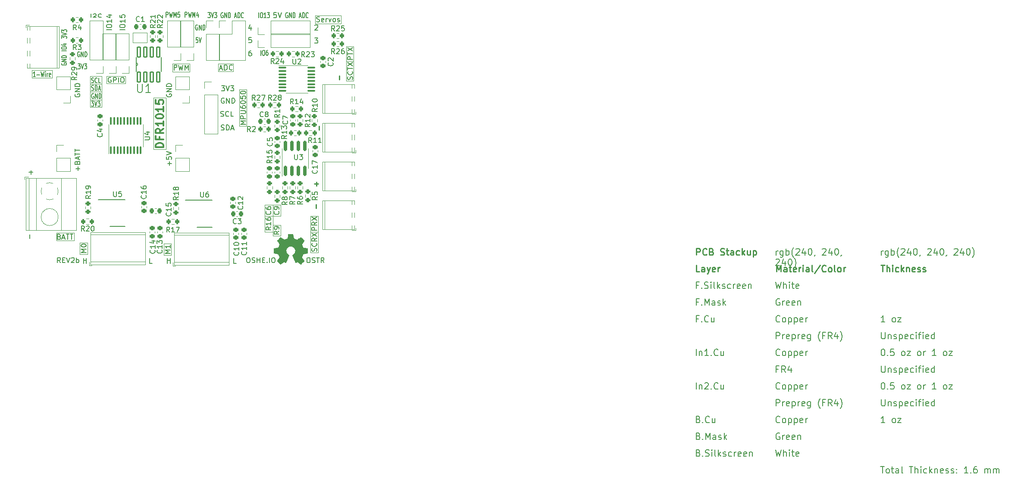
<source format=gto>
%TF.GenerationSoftware,KiCad,Pcbnew,9.0.0*%
%TF.CreationDate,2025-04-25T21:38:15-04:00*%
%TF.ProjectId,OSTR_hat,4f535452-5f68-4617-942e-6b696361645f,2b*%
%TF.SameCoordinates,Original*%
%TF.FileFunction,Legend,Top*%
%TF.FilePolarity,Positive*%
%FSLAX46Y46*%
G04 Gerber Fmt 4.6, Leading zero omitted, Abs format (unit mm)*
G04 Created by KiCad (PCBNEW 9.0.0) date 2025-04-25 21:38:15*
%MOMM*%
%LPD*%
G01*
G04 APERTURE LIST*
G04 Aperture macros list*
%AMRoundRect*
0 Rectangle with rounded corners*
0 $1 Rounding radius*
0 $2 $3 $4 $5 $6 $7 $8 $9 X,Y pos of 4 corners*
0 Add a 4 corners polygon primitive as box body*
4,1,4,$2,$3,$4,$5,$6,$7,$8,$9,$2,$3,0*
0 Add four circle primitives for the rounded corners*
1,1,$1+$1,$2,$3*
1,1,$1+$1,$4,$5*
1,1,$1+$1,$6,$7*
1,1,$1+$1,$8,$9*
0 Add four rect primitives between the rounded corners*
20,1,$1+$1,$2,$3,$4,$5,0*
20,1,$1+$1,$4,$5,$6,$7,0*
20,1,$1+$1,$6,$7,$8,$9,0*
20,1,$1+$1,$8,$9,$2,$3,0*%
G04 Aperture macros list end*
%ADD10C,0.254000*%
%ADD11C,0.158750*%
%ADD12C,0.120000*%
%ADD13C,0.150000*%
%ADD14C,0.250000*%
%ADD15C,0.300000*%
%ADD16C,0.010000*%
%ADD17C,0.200000*%
%ADD18C,0.152400*%
%ADD19C,0.000000*%
%ADD20RoundRect,0.200000X-0.200000X-0.275000X0.200000X-0.275000X0.200000X0.275000X-0.200000X0.275000X0*%
%ADD21R,1.700000X1.700000*%
%ADD22O,1.700000X1.700000*%
%ADD23R,2.200000X2.200000*%
%ADD24C,2.200000*%
%ADD25C,2.700000*%
%ADD26RoundRect,0.225000X0.225000X0.250000X-0.225000X0.250000X-0.225000X-0.250000X0.225000X-0.250000X0*%
%ADD27RoundRect,0.200000X-0.275000X0.200000X-0.275000X-0.200000X0.275000X-0.200000X0.275000X0.200000X0*%
%ADD28C,1.100000*%
%ADD29RoundRect,0.200000X0.275000X-0.200000X0.275000X0.200000X-0.275000X0.200000X-0.275000X-0.200000X0*%
%ADD30RoundRect,0.225000X-0.250000X0.225000X-0.250000X-0.225000X0.250000X-0.225000X0.250000X0.225000X0*%
%ADD31RoundRect,0.225000X0.250000X-0.225000X0.250000X0.225000X-0.250000X0.225000X-0.250000X-0.225000X0*%
%ADD32RoundRect,0.225000X-0.225000X-0.250000X0.225000X-0.250000X0.225000X0.250000X-0.225000X0.250000X0*%
%ADD33RoundRect,0.100000X0.100000X-0.637500X0.100000X0.637500X-0.100000X0.637500X-0.100000X-0.637500X0*%
%ADD34R,1.000000X1.500000*%
%ADD35RoundRect,0.200000X0.200000X0.275000X-0.200000X0.275000X-0.200000X-0.275000X0.200000X-0.275000X0*%
%ADD36RoundRect,0.100000X-0.637500X-0.100000X0.637500X-0.100000X0.637500X0.100000X-0.637500X0.100000X0*%
%ADD37R,1.599999X0.449999*%
%ADD38C,0.499999*%
%ADD39R,3.400001X5.000000*%
%ADD40R,2.600000X2.600000*%
%ADD41C,2.600000*%
%ADD42RoundRect,0.102000X0.279400X-0.990600X0.279400X0.990600X-0.279400X0.990600X-0.279400X-0.990600X0*%
%ADD43RoundRect,0.150000X0.150000X-0.825000X0.150000X0.825000X-0.150000X0.825000X-0.150000X-0.825000X0*%
G04 APERTURE END LIST*
D10*
X207954985Y-139969228D02*
X207954985Y-138699228D01*
X207954985Y-138699228D02*
X208438795Y-138699228D01*
X208438795Y-138699228D02*
X208559747Y-138759704D01*
X208559747Y-138759704D02*
X208620224Y-138820180D01*
X208620224Y-138820180D02*
X208680700Y-138941132D01*
X208680700Y-138941132D02*
X208680700Y-139122561D01*
X208680700Y-139122561D02*
X208620224Y-139243513D01*
X208620224Y-139243513D02*
X208559747Y-139303990D01*
X208559747Y-139303990D02*
X208438795Y-139364466D01*
X208438795Y-139364466D02*
X207954985Y-139364466D01*
X209950700Y-139848275D02*
X209890224Y-139908752D01*
X209890224Y-139908752D02*
X209708795Y-139969228D01*
X209708795Y-139969228D02*
X209587843Y-139969228D01*
X209587843Y-139969228D02*
X209406414Y-139908752D01*
X209406414Y-139908752D02*
X209285462Y-139787799D01*
X209285462Y-139787799D02*
X209224985Y-139666847D01*
X209224985Y-139666847D02*
X209164509Y-139424942D01*
X209164509Y-139424942D02*
X209164509Y-139243513D01*
X209164509Y-139243513D02*
X209224985Y-139001609D01*
X209224985Y-139001609D02*
X209285462Y-138880656D01*
X209285462Y-138880656D02*
X209406414Y-138759704D01*
X209406414Y-138759704D02*
X209587843Y-138699228D01*
X209587843Y-138699228D02*
X209708795Y-138699228D01*
X209708795Y-138699228D02*
X209890224Y-138759704D01*
X209890224Y-138759704D02*
X209950700Y-138820180D01*
X210918319Y-139303990D02*
X211099747Y-139364466D01*
X211099747Y-139364466D02*
X211160224Y-139424942D01*
X211160224Y-139424942D02*
X211220700Y-139545894D01*
X211220700Y-139545894D02*
X211220700Y-139727323D01*
X211220700Y-139727323D02*
X211160224Y-139848275D01*
X211160224Y-139848275D02*
X211099747Y-139908752D01*
X211099747Y-139908752D02*
X210978795Y-139969228D01*
X210978795Y-139969228D02*
X210494985Y-139969228D01*
X210494985Y-139969228D02*
X210494985Y-138699228D01*
X210494985Y-138699228D02*
X210918319Y-138699228D01*
X210918319Y-138699228D02*
X211039271Y-138759704D01*
X211039271Y-138759704D02*
X211099747Y-138820180D01*
X211099747Y-138820180D02*
X211160224Y-138941132D01*
X211160224Y-138941132D02*
X211160224Y-139062085D01*
X211160224Y-139062085D02*
X211099747Y-139183037D01*
X211099747Y-139183037D02*
X211039271Y-139243513D01*
X211039271Y-139243513D02*
X210918319Y-139303990D01*
X210918319Y-139303990D02*
X210494985Y-139303990D01*
X212672128Y-139908752D02*
X212853557Y-139969228D01*
X212853557Y-139969228D02*
X213155938Y-139969228D01*
X213155938Y-139969228D02*
X213276890Y-139908752D01*
X213276890Y-139908752D02*
X213337366Y-139848275D01*
X213337366Y-139848275D02*
X213397843Y-139727323D01*
X213397843Y-139727323D02*
X213397843Y-139606371D01*
X213397843Y-139606371D02*
X213337366Y-139485418D01*
X213337366Y-139485418D02*
X213276890Y-139424942D01*
X213276890Y-139424942D02*
X213155938Y-139364466D01*
X213155938Y-139364466D02*
X212914033Y-139303990D01*
X212914033Y-139303990D02*
X212793081Y-139243513D01*
X212793081Y-139243513D02*
X212732604Y-139183037D01*
X212732604Y-139183037D02*
X212672128Y-139062085D01*
X212672128Y-139062085D02*
X212672128Y-138941132D01*
X212672128Y-138941132D02*
X212732604Y-138820180D01*
X212732604Y-138820180D02*
X212793081Y-138759704D01*
X212793081Y-138759704D02*
X212914033Y-138699228D01*
X212914033Y-138699228D02*
X213216414Y-138699228D01*
X213216414Y-138699228D02*
X213397843Y-138759704D01*
X213760700Y-139122561D02*
X214244509Y-139122561D01*
X213942128Y-138699228D02*
X213942128Y-139787799D01*
X213942128Y-139787799D02*
X214002605Y-139908752D01*
X214002605Y-139908752D02*
X214123557Y-139969228D01*
X214123557Y-139969228D02*
X214244509Y-139969228D01*
X215212128Y-139969228D02*
X215212128Y-139303990D01*
X215212128Y-139303990D02*
X215151652Y-139183037D01*
X215151652Y-139183037D02*
X215030700Y-139122561D01*
X215030700Y-139122561D02*
X214788795Y-139122561D01*
X214788795Y-139122561D02*
X214667842Y-139183037D01*
X215212128Y-139908752D02*
X215091176Y-139969228D01*
X215091176Y-139969228D02*
X214788795Y-139969228D01*
X214788795Y-139969228D02*
X214667842Y-139908752D01*
X214667842Y-139908752D02*
X214607366Y-139787799D01*
X214607366Y-139787799D02*
X214607366Y-139666847D01*
X214607366Y-139666847D02*
X214667842Y-139545894D01*
X214667842Y-139545894D02*
X214788795Y-139485418D01*
X214788795Y-139485418D02*
X215091176Y-139485418D01*
X215091176Y-139485418D02*
X215212128Y-139424942D01*
X216361176Y-139908752D02*
X216240224Y-139969228D01*
X216240224Y-139969228D02*
X215998319Y-139969228D01*
X215998319Y-139969228D02*
X215877367Y-139908752D01*
X215877367Y-139908752D02*
X215816890Y-139848275D01*
X215816890Y-139848275D02*
X215756414Y-139727323D01*
X215756414Y-139727323D02*
X215756414Y-139364466D01*
X215756414Y-139364466D02*
X215816890Y-139243513D01*
X215816890Y-139243513D02*
X215877367Y-139183037D01*
X215877367Y-139183037D02*
X215998319Y-139122561D01*
X215998319Y-139122561D02*
X216240224Y-139122561D01*
X216240224Y-139122561D02*
X216361176Y-139183037D01*
X216905461Y-139969228D02*
X216905461Y-138699228D01*
X217026414Y-139485418D02*
X217389271Y-139969228D01*
X217389271Y-139122561D02*
X216905461Y-139606371D01*
X218477842Y-139122561D02*
X218477842Y-139969228D01*
X217933556Y-139122561D02*
X217933556Y-139787799D01*
X217933556Y-139787799D02*
X217994033Y-139908752D01*
X217994033Y-139908752D02*
X218114985Y-139969228D01*
X218114985Y-139969228D02*
X218296414Y-139969228D01*
X218296414Y-139969228D02*
X218417366Y-139908752D01*
X218417366Y-139908752D02*
X218477842Y-139848275D01*
X219082604Y-139122561D02*
X219082604Y-140392561D01*
X219082604Y-139183037D02*
X219203557Y-139122561D01*
X219203557Y-139122561D02*
X219445462Y-139122561D01*
X219445462Y-139122561D02*
X219566414Y-139183037D01*
X219566414Y-139183037D02*
X219626890Y-139243513D01*
X219626890Y-139243513D02*
X219687366Y-139364466D01*
X219687366Y-139364466D02*
X219687366Y-139727323D01*
X219687366Y-139727323D02*
X219626890Y-139848275D01*
X219626890Y-139848275D02*
X219566414Y-139908752D01*
X219566414Y-139908752D02*
X219445462Y-139969228D01*
X219445462Y-139969228D02*
X219203557Y-139969228D01*
X219203557Y-139969228D02*
X219082604Y-139908752D01*
D11*
X223617320Y-139974181D02*
X223617320Y-139127514D01*
X223617320Y-139369419D02*
X223677797Y-139248466D01*
X223677797Y-139248466D02*
X223738273Y-139187990D01*
X223738273Y-139187990D02*
X223859225Y-139127514D01*
X223859225Y-139127514D02*
X223980178Y-139127514D01*
X224947796Y-139127514D02*
X224947796Y-140155609D01*
X224947796Y-140155609D02*
X224887320Y-140276562D01*
X224887320Y-140276562D02*
X224826844Y-140337038D01*
X224826844Y-140337038D02*
X224705891Y-140397514D01*
X224705891Y-140397514D02*
X224524463Y-140397514D01*
X224524463Y-140397514D02*
X224403510Y-140337038D01*
X224947796Y-139913705D02*
X224826844Y-139974181D01*
X224826844Y-139974181D02*
X224584939Y-139974181D01*
X224584939Y-139974181D02*
X224463987Y-139913705D01*
X224463987Y-139913705D02*
X224403510Y-139853228D01*
X224403510Y-139853228D02*
X224343034Y-139732276D01*
X224343034Y-139732276D02*
X224343034Y-139369419D01*
X224343034Y-139369419D02*
X224403510Y-139248466D01*
X224403510Y-139248466D02*
X224463987Y-139187990D01*
X224463987Y-139187990D02*
X224584939Y-139127514D01*
X224584939Y-139127514D02*
X224826844Y-139127514D01*
X224826844Y-139127514D02*
X224947796Y-139187990D01*
X225552558Y-139974181D02*
X225552558Y-138704181D01*
X225552558Y-139187990D02*
X225673511Y-139127514D01*
X225673511Y-139127514D02*
X225915416Y-139127514D01*
X225915416Y-139127514D02*
X226036368Y-139187990D01*
X226036368Y-139187990D02*
X226096844Y-139248466D01*
X226096844Y-139248466D02*
X226157320Y-139369419D01*
X226157320Y-139369419D02*
X226157320Y-139732276D01*
X226157320Y-139732276D02*
X226096844Y-139853228D01*
X226096844Y-139853228D02*
X226036368Y-139913705D01*
X226036368Y-139913705D02*
X225915416Y-139974181D01*
X225915416Y-139974181D02*
X225673511Y-139974181D01*
X225673511Y-139974181D02*
X225552558Y-139913705D01*
X227064464Y-140457990D02*
X227003987Y-140397514D01*
X227003987Y-140397514D02*
X226883035Y-140216085D01*
X226883035Y-140216085D02*
X226822559Y-140095133D01*
X226822559Y-140095133D02*
X226762083Y-139913705D01*
X226762083Y-139913705D02*
X226701606Y-139611324D01*
X226701606Y-139611324D02*
X226701606Y-139369419D01*
X226701606Y-139369419D02*
X226762083Y-139067038D01*
X226762083Y-139067038D02*
X226822559Y-138885609D01*
X226822559Y-138885609D02*
X226883035Y-138764657D01*
X226883035Y-138764657D02*
X227003987Y-138583228D01*
X227003987Y-138583228D02*
X227064464Y-138522752D01*
X227487797Y-138825133D02*
X227548273Y-138764657D01*
X227548273Y-138764657D02*
X227669226Y-138704181D01*
X227669226Y-138704181D02*
X227971607Y-138704181D01*
X227971607Y-138704181D02*
X228092559Y-138764657D01*
X228092559Y-138764657D02*
X228153035Y-138825133D01*
X228153035Y-138825133D02*
X228213512Y-138946085D01*
X228213512Y-138946085D02*
X228213512Y-139067038D01*
X228213512Y-139067038D02*
X228153035Y-139248466D01*
X228153035Y-139248466D02*
X227427321Y-139974181D01*
X227427321Y-139974181D02*
X228213512Y-139974181D01*
X229302083Y-139127514D02*
X229302083Y-139974181D01*
X228999702Y-138643705D02*
X228697321Y-139550847D01*
X228697321Y-139550847D02*
X229483512Y-139550847D01*
X230209226Y-138704181D02*
X230330179Y-138704181D01*
X230330179Y-138704181D02*
X230451131Y-138764657D01*
X230451131Y-138764657D02*
X230511607Y-138825133D01*
X230511607Y-138825133D02*
X230572083Y-138946085D01*
X230572083Y-138946085D02*
X230632560Y-139187990D01*
X230632560Y-139187990D02*
X230632560Y-139490371D01*
X230632560Y-139490371D02*
X230572083Y-139732276D01*
X230572083Y-139732276D02*
X230511607Y-139853228D01*
X230511607Y-139853228D02*
X230451131Y-139913705D01*
X230451131Y-139913705D02*
X230330179Y-139974181D01*
X230330179Y-139974181D02*
X230209226Y-139974181D01*
X230209226Y-139974181D02*
X230088274Y-139913705D01*
X230088274Y-139913705D02*
X230027798Y-139853228D01*
X230027798Y-139853228D02*
X229967321Y-139732276D01*
X229967321Y-139732276D02*
X229906845Y-139490371D01*
X229906845Y-139490371D02*
X229906845Y-139187990D01*
X229906845Y-139187990D02*
X229967321Y-138946085D01*
X229967321Y-138946085D02*
X230027798Y-138825133D01*
X230027798Y-138825133D02*
X230088274Y-138764657D01*
X230088274Y-138764657D02*
X230209226Y-138704181D01*
X231237322Y-139913705D02*
X231237322Y-139974181D01*
X231237322Y-139974181D02*
X231176845Y-140095133D01*
X231176845Y-140095133D02*
X231116369Y-140155609D01*
X232688750Y-138825133D02*
X232749226Y-138764657D01*
X232749226Y-138764657D02*
X232870179Y-138704181D01*
X232870179Y-138704181D02*
X233172560Y-138704181D01*
X233172560Y-138704181D02*
X233293512Y-138764657D01*
X233293512Y-138764657D02*
X233353988Y-138825133D01*
X233353988Y-138825133D02*
X233414465Y-138946085D01*
X233414465Y-138946085D02*
X233414465Y-139067038D01*
X233414465Y-139067038D02*
X233353988Y-139248466D01*
X233353988Y-139248466D02*
X232628274Y-139974181D01*
X232628274Y-139974181D02*
X233414465Y-139974181D01*
X234503036Y-139127514D02*
X234503036Y-139974181D01*
X234200655Y-138643705D02*
X233898274Y-139550847D01*
X233898274Y-139550847D02*
X234684465Y-139550847D01*
X235410179Y-138704181D02*
X235531132Y-138704181D01*
X235531132Y-138704181D02*
X235652084Y-138764657D01*
X235652084Y-138764657D02*
X235712560Y-138825133D01*
X235712560Y-138825133D02*
X235773036Y-138946085D01*
X235773036Y-138946085D02*
X235833513Y-139187990D01*
X235833513Y-139187990D02*
X235833513Y-139490371D01*
X235833513Y-139490371D02*
X235773036Y-139732276D01*
X235773036Y-139732276D02*
X235712560Y-139853228D01*
X235712560Y-139853228D02*
X235652084Y-139913705D01*
X235652084Y-139913705D02*
X235531132Y-139974181D01*
X235531132Y-139974181D02*
X235410179Y-139974181D01*
X235410179Y-139974181D02*
X235289227Y-139913705D01*
X235289227Y-139913705D02*
X235228751Y-139853228D01*
X235228751Y-139853228D02*
X235168274Y-139732276D01*
X235168274Y-139732276D02*
X235107798Y-139490371D01*
X235107798Y-139490371D02*
X235107798Y-139187990D01*
X235107798Y-139187990D02*
X235168274Y-138946085D01*
X235168274Y-138946085D02*
X235228751Y-138825133D01*
X235228751Y-138825133D02*
X235289227Y-138764657D01*
X235289227Y-138764657D02*
X235410179Y-138704181D01*
X236438275Y-139913705D02*
X236438275Y-139974181D01*
X236438275Y-139974181D02*
X236377798Y-140095133D01*
X236377798Y-140095133D02*
X236317322Y-140155609D01*
X223556844Y-140869762D02*
X223617320Y-140809286D01*
X223617320Y-140809286D02*
X223738273Y-140748810D01*
X223738273Y-140748810D02*
X224040654Y-140748810D01*
X224040654Y-140748810D02*
X224161606Y-140809286D01*
X224161606Y-140809286D02*
X224222082Y-140869762D01*
X224222082Y-140869762D02*
X224282559Y-140990714D01*
X224282559Y-140990714D02*
X224282559Y-141111667D01*
X224282559Y-141111667D02*
X224222082Y-141293095D01*
X224222082Y-141293095D02*
X223496368Y-142018810D01*
X223496368Y-142018810D02*
X224282559Y-142018810D01*
X225371130Y-141172143D02*
X225371130Y-142018810D01*
X225068749Y-140688334D02*
X224766368Y-141595476D01*
X224766368Y-141595476D02*
X225552559Y-141595476D01*
X226278273Y-140748810D02*
X226399226Y-140748810D01*
X226399226Y-140748810D02*
X226520178Y-140809286D01*
X226520178Y-140809286D02*
X226580654Y-140869762D01*
X226580654Y-140869762D02*
X226641130Y-140990714D01*
X226641130Y-140990714D02*
X226701607Y-141232619D01*
X226701607Y-141232619D02*
X226701607Y-141535000D01*
X226701607Y-141535000D02*
X226641130Y-141776905D01*
X226641130Y-141776905D02*
X226580654Y-141897857D01*
X226580654Y-141897857D02*
X226520178Y-141958334D01*
X226520178Y-141958334D02*
X226399226Y-142018810D01*
X226399226Y-142018810D02*
X226278273Y-142018810D01*
X226278273Y-142018810D02*
X226157321Y-141958334D01*
X226157321Y-141958334D02*
X226096845Y-141897857D01*
X226096845Y-141897857D02*
X226036368Y-141776905D01*
X226036368Y-141776905D02*
X225975892Y-141535000D01*
X225975892Y-141535000D02*
X225975892Y-141232619D01*
X225975892Y-141232619D02*
X226036368Y-140990714D01*
X226036368Y-140990714D02*
X226096845Y-140869762D01*
X226096845Y-140869762D02*
X226157321Y-140809286D01*
X226157321Y-140809286D02*
X226278273Y-140748810D01*
X227124940Y-142502619D02*
X227185416Y-142442143D01*
X227185416Y-142442143D02*
X227306369Y-142260714D01*
X227306369Y-142260714D02*
X227366845Y-142139762D01*
X227366845Y-142139762D02*
X227427321Y-141958334D01*
X227427321Y-141958334D02*
X227487797Y-141655953D01*
X227487797Y-141655953D02*
X227487797Y-141414048D01*
X227487797Y-141414048D02*
X227427321Y-141111667D01*
X227427321Y-141111667D02*
X227366845Y-140930238D01*
X227366845Y-140930238D02*
X227306369Y-140809286D01*
X227306369Y-140809286D02*
X227185416Y-140627857D01*
X227185416Y-140627857D02*
X227124940Y-140567381D01*
X244292320Y-139974181D02*
X244292320Y-139127514D01*
X244292320Y-139369419D02*
X244352797Y-139248466D01*
X244352797Y-139248466D02*
X244413273Y-139187990D01*
X244413273Y-139187990D02*
X244534225Y-139127514D01*
X244534225Y-139127514D02*
X244655178Y-139127514D01*
X245622796Y-139127514D02*
X245622796Y-140155609D01*
X245622796Y-140155609D02*
X245562320Y-140276562D01*
X245562320Y-140276562D02*
X245501844Y-140337038D01*
X245501844Y-140337038D02*
X245380891Y-140397514D01*
X245380891Y-140397514D02*
X245199463Y-140397514D01*
X245199463Y-140397514D02*
X245078510Y-140337038D01*
X245622796Y-139913705D02*
X245501844Y-139974181D01*
X245501844Y-139974181D02*
X245259939Y-139974181D01*
X245259939Y-139974181D02*
X245138987Y-139913705D01*
X245138987Y-139913705D02*
X245078510Y-139853228D01*
X245078510Y-139853228D02*
X245018034Y-139732276D01*
X245018034Y-139732276D02*
X245018034Y-139369419D01*
X245018034Y-139369419D02*
X245078510Y-139248466D01*
X245078510Y-139248466D02*
X245138987Y-139187990D01*
X245138987Y-139187990D02*
X245259939Y-139127514D01*
X245259939Y-139127514D02*
X245501844Y-139127514D01*
X245501844Y-139127514D02*
X245622796Y-139187990D01*
X246227558Y-139974181D02*
X246227558Y-138704181D01*
X246227558Y-139187990D02*
X246348511Y-139127514D01*
X246348511Y-139127514D02*
X246590416Y-139127514D01*
X246590416Y-139127514D02*
X246711368Y-139187990D01*
X246711368Y-139187990D02*
X246771844Y-139248466D01*
X246771844Y-139248466D02*
X246832320Y-139369419D01*
X246832320Y-139369419D02*
X246832320Y-139732276D01*
X246832320Y-139732276D02*
X246771844Y-139853228D01*
X246771844Y-139853228D02*
X246711368Y-139913705D01*
X246711368Y-139913705D02*
X246590416Y-139974181D01*
X246590416Y-139974181D02*
X246348511Y-139974181D01*
X246348511Y-139974181D02*
X246227558Y-139913705D01*
X247739464Y-140457990D02*
X247678987Y-140397514D01*
X247678987Y-140397514D02*
X247558035Y-140216085D01*
X247558035Y-140216085D02*
X247497559Y-140095133D01*
X247497559Y-140095133D02*
X247437083Y-139913705D01*
X247437083Y-139913705D02*
X247376606Y-139611324D01*
X247376606Y-139611324D02*
X247376606Y-139369419D01*
X247376606Y-139369419D02*
X247437083Y-139067038D01*
X247437083Y-139067038D02*
X247497559Y-138885609D01*
X247497559Y-138885609D02*
X247558035Y-138764657D01*
X247558035Y-138764657D02*
X247678987Y-138583228D01*
X247678987Y-138583228D02*
X247739464Y-138522752D01*
X248162797Y-138825133D02*
X248223273Y-138764657D01*
X248223273Y-138764657D02*
X248344226Y-138704181D01*
X248344226Y-138704181D02*
X248646607Y-138704181D01*
X248646607Y-138704181D02*
X248767559Y-138764657D01*
X248767559Y-138764657D02*
X248828035Y-138825133D01*
X248828035Y-138825133D02*
X248888512Y-138946085D01*
X248888512Y-138946085D02*
X248888512Y-139067038D01*
X248888512Y-139067038D02*
X248828035Y-139248466D01*
X248828035Y-139248466D02*
X248102321Y-139974181D01*
X248102321Y-139974181D02*
X248888512Y-139974181D01*
X249977083Y-139127514D02*
X249977083Y-139974181D01*
X249674702Y-138643705D02*
X249372321Y-139550847D01*
X249372321Y-139550847D02*
X250158512Y-139550847D01*
X250884226Y-138704181D02*
X251005179Y-138704181D01*
X251005179Y-138704181D02*
X251126131Y-138764657D01*
X251126131Y-138764657D02*
X251186607Y-138825133D01*
X251186607Y-138825133D02*
X251247083Y-138946085D01*
X251247083Y-138946085D02*
X251307560Y-139187990D01*
X251307560Y-139187990D02*
X251307560Y-139490371D01*
X251307560Y-139490371D02*
X251247083Y-139732276D01*
X251247083Y-139732276D02*
X251186607Y-139853228D01*
X251186607Y-139853228D02*
X251126131Y-139913705D01*
X251126131Y-139913705D02*
X251005179Y-139974181D01*
X251005179Y-139974181D02*
X250884226Y-139974181D01*
X250884226Y-139974181D02*
X250763274Y-139913705D01*
X250763274Y-139913705D02*
X250702798Y-139853228D01*
X250702798Y-139853228D02*
X250642321Y-139732276D01*
X250642321Y-139732276D02*
X250581845Y-139490371D01*
X250581845Y-139490371D02*
X250581845Y-139187990D01*
X250581845Y-139187990D02*
X250642321Y-138946085D01*
X250642321Y-138946085D02*
X250702798Y-138825133D01*
X250702798Y-138825133D02*
X250763274Y-138764657D01*
X250763274Y-138764657D02*
X250884226Y-138704181D01*
X251912322Y-139913705D02*
X251912322Y-139974181D01*
X251912322Y-139974181D02*
X251851845Y-140095133D01*
X251851845Y-140095133D02*
X251791369Y-140155609D01*
X253363750Y-138825133D02*
X253424226Y-138764657D01*
X253424226Y-138764657D02*
X253545179Y-138704181D01*
X253545179Y-138704181D02*
X253847560Y-138704181D01*
X253847560Y-138704181D02*
X253968512Y-138764657D01*
X253968512Y-138764657D02*
X254028988Y-138825133D01*
X254028988Y-138825133D02*
X254089465Y-138946085D01*
X254089465Y-138946085D02*
X254089465Y-139067038D01*
X254089465Y-139067038D02*
X254028988Y-139248466D01*
X254028988Y-139248466D02*
X253303274Y-139974181D01*
X253303274Y-139974181D02*
X254089465Y-139974181D01*
X255178036Y-139127514D02*
X255178036Y-139974181D01*
X254875655Y-138643705D02*
X254573274Y-139550847D01*
X254573274Y-139550847D02*
X255359465Y-139550847D01*
X256085179Y-138704181D02*
X256206132Y-138704181D01*
X256206132Y-138704181D02*
X256327084Y-138764657D01*
X256327084Y-138764657D02*
X256387560Y-138825133D01*
X256387560Y-138825133D02*
X256448036Y-138946085D01*
X256448036Y-138946085D02*
X256508513Y-139187990D01*
X256508513Y-139187990D02*
X256508513Y-139490371D01*
X256508513Y-139490371D02*
X256448036Y-139732276D01*
X256448036Y-139732276D02*
X256387560Y-139853228D01*
X256387560Y-139853228D02*
X256327084Y-139913705D01*
X256327084Y-139913705D02*
X256206132Y-139974181D01*
X256206132Y-139974181D02*
X256085179Y-139974181D01*
X256085179Y-139974181D02*
X255964227Y-139913705D01*
X255964227Y-139913705D02*
X255903751Y-139853228D01*
X255903751Y-139853228D02*
X255843274Y-139732276D01*
X255843274Y-139732276D02*
X255782798Y-139490371D01*
X255782798Y-139490371D02*
X255782798Y-139187990D01*
X255782798Y-139187990D02*
X255843274Y-138946085D01*
X255843274Y-138946085D02*
X255903751Y-138825133D01*
X255903751Y-138825133D02*
X255964227Y-138764657D01*
X255964227Y-138764657D02*
X256085179Y-138704181D01*
X257113275Y-139913705D02*
X257113275Y-139974181D01*
X257113275Y-139974181D02*
X257052798Y-140095133D01*
X257052798Y-140095133D02*
X256992322Y-140155609D01*
X258564703Y-138825133D02*
X258625179Y-138764657D01*
X258625179Y-138764657D02*
X258746132Y-138704181D01*
X258746132Y-138704181D02*
X259048513Y-138704181D01*
X259048513Y-138704181D02*
X259169465Y-138764657D01*
X259169465Y-138764657D02*
X259229941Y-138825133D01*
X259229941Y-138825133D02*
X259290418Y-138946085D01*
X259290418Y-138946085D02*
X259290418Y-139067038D01*
X259290418Y-139067038D02*
X259229941Y-139248466D01*
X259229941Y-139248466D02*
X258504227Y-139974181D01*
X258504227Y-139974181D02*
X259290418Y-139974181D01*
X260378989Y-139127514D02*
X260378989Y-139974181D01*
X260076608Y-138643705D02*
X259774227Y-139550847D01*
X259774227Y-139550847D02*
X260560418Y-139550847D01*
X261286132Y-138704181D02*
X261407085Y-138704181D01*
X261407085Y-138704181D02*
X261528037Y-138764657D01*
X261528037Y-138764657D02*
X261588513Y-138825133D01*
X261588513Y-138825133D02*
X261648989Y-138946085D01*
X261648989Y-138946085D02*
X261709466Y-139187990D01*
X261709466Y-139187990D02*
X261709466Y-139490371D01*
X261709466Y-139490371D02*
X261648989Y-139732276D01*
X261648989Y-139732276D02*
X261588513Y-139853228D01*
X261588513Y-139853228D02*
X261528037Y-139913705D01*
X261528037Y-139913705D02*
X261407085Y-139974181D01*
X261407085Y-139974181D02*
X261286132Y-139974181D01*
X261286132Y-139974181D02*
X261165180Y-139913705D01*
X261165180Y-139913705D02*
X261104704Y-139853228D01*
X261104704Y-139853228D02*
X261044227Y-139732276D01*
X261044227Y-139732276D02*
X260983751Y-139490371D01*
X260983751Y-139490371D02*
X260983751Y-139187990D01*
X260983751Y-139187990D02*
X261044227Y-138946085D01*
X261044227Y-138946085D02*
X261104704Y-138825133D01*
X261104704Y-138825133D02*
X261165180Y-138764657D01*
X261165180Y-138764657D02*
X261286132Y-138704181D01*
X262132799Y-140457990D02*
X262193275Y-140397514D01*
X262193275Y-140397514D02*
X262314228Y-140216085D01*
X262314228Y-140216085D02*
X262374704Y-140095133D01*
X262374704Y-140095133D02*
X262435180Y-139913705D01*
X262435180Y-139913705D02*
X262495656Y-139611324D01*
X262495656Y-139611324D02*
X262495656Y-139369419D01*
X262495656Y-139369419D02*
X262435180Y-139067038D01*
X262435180Y-139067038D02*
X262374704Y-138885609D01*
X262374704Y-138885609D02*
X262314228Y-138764657D01*
X262314228Y-138764657D02*
X262193275Y-138583228D01*
X262193275Y-138583228D02*
X262132799Y-138522752D01*
D10*
X208559747Y-143269228D02*
X207954985Y-143269228D01*
X207954985Y-143269228D02*
X207954985Y-141999228D01*
X209527366Y-143269228D02*
X209527366Y-142603990D01*
X209527366Y-142603990D02*
X209466890Y-142483037D01*
X209466890Y-142483037D02*
X209345938Y-142422561D01*
X209345938Y-142422561D02*
X209104033Y-142422561D01*
X209104033Y-142422561D02*
X208983080Y-142483037D01*
X209527366Y-143208752D02*
X209406414Y-143269228D01*
X209406414Y-143269228D02*
X209104033Y-143269228D01*
X209104033Y-143269228D02*
X208983080Y-143208752D01*
X208983080Y-143208752D02*
X208922604Y-143087799D01*
X208922604Y-143087799D02*
X208922604Y-142966847D01*
X208922604Y-142966847D02*
X208983080Y-142845894D01*
X208983080Y-142845894D02*
X209104033Y-142785418D01*
X209104033Y-142785418D02*
X209406414Y-142785418D01*
X209406414Y-142785418D02*
X209527366Y-142724942D01*
X210011176Y-142422561D02*
X210313557Y-143269228D01*
X210615938Y-142422561D02*
X210313557Y-143269228D01*
X210313557Y-143269228D02*
X210192605Y-143571609D01*
X210192605Y-143571609D02*
X210132128Y-143632085D01*
X210132128Y-143632085D02*
X210011176Y-143692561D01*
X211583557Y-143208752D02*
X211462605Y-143269228D01*
X211462605Y-143269228D02*
X211220700Y-143269228D01*
X211220700Y-143269228D02*
X211099747Y-143208752D01*
X211099747Y-143208752D02*
X211039271Y-143087799D01*
X211039271Y-143087799D02*
X211039271Y-142603990D01*
X211039271Y-142603990D02*
X211099747Y-142483037D01*
X211099747Y-142483037D02*
X211220700Y-142422561D01*
X211220700Y-142422561D02*
X211462605Y-142422561D01*
X211462605Y-142422561D02*
X211583557Y-142483037D01*
X211583557Y-142483037D02*
X211644033Y-142603990D01*
X211644033Y-142603990D02*
X211644033Y-142724942D01*
X211644033Y-142724942D02*
X211039271Y-142845894D01*
X212188318Y-143269228D02*
X212188318Y-142422561D01*
X212188318Y-142664466D02*
X212248795Y-142543513D01*
X212248795Y-142543513D02*
X212309271Y-142483037D01*
X212309271Y-142483037D02*
X212430223Y-142422561D01*
X212430223Y-142422561D02*
X212551176Y-142422561D01*
X223679985Y-143269228D02*
X223679985Y-141999228D01*
X223679985Y-141999228D02*
X224103319Y-142906371D01*
X224103319Y-142906371D02*
X224526652Y-141999228D01*
X224526652Y-141999228D02*
X224526652Y-143269228D01*
X225675700Y-143269228D02*
X225675700Y-142603990D01*
X225675700Y-142603990D02*
X225615224Y-142483037D01*
X225615224Y-142483037D02*
X225494272Y-142422561D01*
X225494272Y-142422561D02*
X225252367Y-142422561D01*
X225252367Y-142422561D02*
X225131414Y-142483037D01*
X225675700Y-143208752D02*
X225554748Y-143269228D01*
X225554748Y-143269228D02*
X225252367Y-143269228D01*
X225252367Y-143269228D02*
X225131414Y-143208752D01*
X225131414Y-143208752D02*
X225070938Y-143087799D01*
X225070938Y-143087799D02*
X225070938Y-142966847D01*
X225070938Y-142966847D02*
X225131414Y-142845894D01*
X225131414Y-142845894D02*
X225252367Y-142785418D01*
X225252367Y-142785418D02*
X225554748Y-142785418D01*
X225554748Y-142785418D02*
X225675700Y-142724942D01*
X226099034Y-142422561D02*
X226582843Y-142422561D01*
X226280462Y-141999228D02*
X226280462Y-143087799D01*
X226280462Y-143087799D02*
X226340939Y-143208752D01*
X226340939Y-143208752D02*
X226461891Y-143269228D01*
X226461891Y-143269228D02*
X226582843Y-143269228D01*
X227489986Y-143208752D02*
X227369034Y-143269228D01*
X227369034Y-143269228D02*
X227127129Y-143269228D01*
X227127129Y-143269228D02*
X227006176Y-143208752D01*
X227006176Y-143208752D02*
X226945700Y-143087799D01*
X226945700Y-143087799D02*
X226945700Y-142603990D01*
X226945700Y-142603990D02*
X227006176Y-142483037D01*
X227006176Y-142483037D02*
X227127129Y-142422561D01*
X227127129Y-142422561D02*
X227369034Y-142422561D01*
X227369034Y-142422561D02*
X227489986Y-142483037D01*
X227489986Y-142483037D02*
X227550462Y-142603990D01*
X227550462Y-142603990D02*
X227550462Y-142724942D01*
X227550462Y-142724942D02*
X226945700Y-142845894D01*
X228094747Y-143269228D02*
X228094747Y-142422561D01*
X228094747Y-142664466D02*
X228155224Y-142543513D01*
X228155224Y-142543513D02*
X228215700Y-142483037D01*
X228215700Y-142483037D02*
X228336652Y-142422561D01*
X228336652Y-142422561D02*
X228457605Y-142422561D01*
X228880937Y-143269228D02*
X228880937Y-142422561D01*
X228880937Y-141999228D02*
X228820461Y-142059704D01*
X228820461Y-142059704D02*
X228880937Y-142120180D01*
X228880937Y-142120180D02*
X228941414Y-142059704D01*
X228941414Y-142059704D02*
X228880937Y-141999228D01*
X228880937Y-141999228D02*
X228880937Y-142120180D01*
X230029985Y-143269228D02*
X230029985Y-142603990D01*
X230029985Y-142603990D02*
X229969509Y-142483037D01*
X229969509Y-142483037D02*
X229848557Y-142422561D01*
X229848557Y-142422561D02*
X229606652Y-142422561D01*
X229606652Y-142422561D02*
X229485699Y-142483037D01*
X230029985Y-143208752D02*
X229909033Y-143269228D01*
X229909033Y-143269228D02*
X229606652Y-143269228D01*
X229606652Y-143269228D02*
X229485699Y-143208752D01*
X229485699Y-143208752D02*
X229425223Y-143087799D01*
X229425223Y-143087799D02*
X229425223Y-142966847D01*
X229425223Y-142966847D02*
X229485699Y-142845894D01*
X229485699Y-142845894D02*
X229606652Y-142785418D01*
X229606652Y-142785418D02*
X229909033Y-142785418D01*
X229909033Y-142785418D02*
X230029985Y-142724942D01*
X230816176Y-143269228D02*
X230695224Y-143208752D01*
X230695224Y-143208752D02*
X230634747Y-143087799D01*
X230634747Y-143087799D02*
X230634747Y-141999228D01*
X232207128Y-141938752D02*
X231118557Y-143571609D01*
X233356176Y-143148275D02*
X233295700Y-143208752D01*
X233295700Y-143208752D02*
X233114271Y-143269228D01*
X233114271Y-143269228D02*
X232993319Y-143269228D01*
X232993319Y-143269228D02*
X232811890Y-143208752D01*
X232811890Y-143208752D02*
X232690938Y-143087799D01*
X232690938Y-143087799D02*
X232630461Y-142966847D01*
X232630461Y-142966847D02*
X232569985Y-142724942D01*
X232569985Y-142724942D02*
X232569985Y-142543513D01*
X232569985Y-142543513D02*
X232630461Y-142301609D01*
X232630461Y-142301609D02*
X232690938Y-142180656D01*
X232690938Y-142180656D02*
X232811890Y-142059704D01*
X232811890Y-142059704D02*
X232993319Y-141999228D01*
X232993319Y-141999228D02*
X233114271Y-141999228D01*
X233114271Y-141999228D02*
X233295700Y-142059704D01*
X233295700Y-142059704D02*
X233356176Y-142120180D01*
X234081890Y-143269228D02*
X233960938Y-143208752D01*
X233960938Y-143208752D02*
X233900461Y-143148275D01*
X233900461Y-143148275D02*
X233839985Y-143027323D01*
X233839985Y-143027323D02*
X233839985Y-142664466D01*
X233839985Y-142664466D02*
X233900461Y-142543513D01*
X233900461Y-142543513D02*
X233960938Y-142483037D01*
X233960938Y-142483037D02*
X234081890Y-142422561D01*
X234081890Y-142422561D02*
X234263319Y-142422561D01*
X234263319Y-142422561D02*
X234384271Y-142483037D01*
X234384271Y-142483037D02*
X234444747Y-142543513D01*
X234444747Y-142543513D02*
X234505223Y-142664466D01*
X234505223Y-142664466D02*
X234505223Y-143027323D01*
X234505223Y-143027323D02*
X234444747Y-143148275D01*
X234444747Y-143148275D02*
X234384271Y-143208752D01*
X234384271Y-143208752D02*
X234263319Y-143269228D01*
X234263319Y-143269228D02*
X234081890Y-143269228D01*
X235230938Y-143269228D02*
X235109986Y-143208752D01*
X235109986Y-143208752D02*
X235049509Y-143087799D01*
X235049509Y-143087799D02*
X235049509Y-141999228D01*
X235896176Y-143269228D02*
X235775224Y-143208752D01*
X235775224Y-143208752D02*
X235714747Y-143148275D01*
X235714747Y-143148275D02*
X235654271Y-143027323D01*
X235654271Y-143027323D02*
X235654271Y-142664466D01*
X235654271Y-142664466D02*
X235714747Y-142543513D01*
X235714747Y-142543513D02*
X235775224Y-142483037D01*
X235775224Y-142483037D02*
X235896176Y-142422561D01*
X235896176Y-142422561D02*
X236077605Y-142422561D01*
X236077605Y-142422561D02*
X236198557Y-142483037D01*
X236198557Y-142483037D02*
X236259033Y-142543513D01*
X236259033Y-142543513D02*
X236319509Y-142664466D01*
X236319509Y-142664466D02*
X236319509Y-143027323D01*
X236319509Y-143027323D02*
X236259033Y-143148275D01*
X236259033Y-143148275D02*
X236198557Y-143208752D01*
X236198557Y-143208752D02*
X236077605Y-143269228D01*
X236077605Y-143269228D02*
X235896176Y-143269228D01*
X236863795Y-143269228D02*
X236863795Y-142422561D01*
X236863795Y-142664466D02*
X236924272Y-142543513D01*
X236924272Y-142543513D02*
X236984748Y-142483037D01*
X236984748Y-142483037D02*
X237105700Y-142422561D01*
X237105700Y-142422561D02*
X237226653Y-142422561D01*
X244173557Y-141999228D02*
X244899271Y-141999228D01*
X244536414Y-143269228D02*
X244536414Y-141999228D01*
X245322604Y-143269228D02*
X245322604Y-141999228D01*
X245866890Y-143269228D02*
X245866890Y-142603990D01*
X245866890Y-142603990D02*
X245806414Y-142483037D01*
X245806414Y-142483037D02*
X245685462Y-142422561D01*
X245685462Y-142422561D02*
X245504033Y-142422561D01*
X245504033Y-142422561D02*
X245383081Y-142483037D01*
X245383081Y-142483037D02*
X245322604Y-142543513D01*
X246471652Y-143269228D02*
X246471652Y-142422561D01*
X246471652Y-141999228D02*
X246411176Y-142059704D01*
X246411176Y-142059704D02*
X246471652Y-142120180D01*
X246471652Y-142120180D02*
X246532129Y-142059704D01*
X246532129Y-142059704D02*
X246471652Y-141999228D01*
X246471652Y-141999228D02*
X246471652Y-142120180D01*
X247620700Y-143208752D02*
X247499748Y-143269228D01*
X247499748Y-143269228D02*
X247257843Y-143269228D01*
X247257843Y-143269228D02*
X247136891Y-143208752D01*
X247136891Y-143208752D02*
X247076414Y-143148275D01*
X247076414Y-143148275D02*
X247015938Y-143027323D01*
X247015938Y-143027323D02*
X247015938Y-142664466D01*
X247015938Y-142664466D02*
X247076414Y-142543513D01*
X247076414Y-142543513D02*
X247136891Y-142483037D01*
X247136891Y-142483037D02*
X247257843Y-142422561D01*
X247257843Y-142422561D02*
X247499748Y-142422561D01*
X247499748Y-142422561D02*
X247620700Y-142483037D01*
X248164985Y-143269228D02*
X248164985Y-141999228D01*
X248285938Y-142785418D02*
X248648795Y-143269228D01*
X248648795Y-142422561D02*
X248164985Y-142906371D01*
X249193080Y-142422561D02*
X249193080Y-143269228D01*
X249193080Y-142543513D02*
X249253557Y-142483037D01*
X249253557Y-142483037D02*
X249374509Y-142422561D01*
X249374509Y-142422561D02*
X249555938Y-142422561D01*
X249555938Y-142422561D02*
X249676890Y-142483037D01*
X249676890Y-142483037D02*
X249737366Y-142603990D01*
X249737366Y-142603990D02*
X249737366Y-143269228D01*
X250825938Y-143208752D02*
X250704986Y-143269228D01*
X250704986Y-143269228D02*
X250463081Y-143269228D01*
X250463081Y-143269228D02*
X250342128Y-143208752D01*
X250342128Y-143208752D02*
X250281652Y-143087799D01*
X250281652Y-143087799D02*
X250281652Y-142603990D01*
X250281652Y-142603990D02*
X250342128Y-142483037D01*
X250342128Y-142483037D02*
X250463081Y-142422561D01*
X250463081Y-142422561D02*
X250704986Y-142422561D01*
X250704986Y-142422561D02*
X250825938Y-142483037D01*
X250825938Y-142483037D02*
X250886414Y-142603990D01*
X250886414Y-142603990D02*
X250886414Y-142724942D01*
X250886414Y-142724942D02*
X250281652Y-142845894D01*
X251370223Y-143208752D02*
X251491176Y-143269228D01*
X251491176Y-143269228D02*
X251733080Y-143269228D01*
X251733080Y-143269228D02*
X251854033Y-143208752D01*
X251854033Y-143208752D02*
X251914509Y-143087799D01*
X251914509Y-143087799D02*
X251914509Y-143027323D01*
X251914509Y-143027323D02*
X251854033Y-142906371D01*
X251854033Y-142906371D02*
X251733080Y-142845894D01*
X251733080Y-142845894D02*
X251551652Y-142845894D01*
X251551652Y-142845894D02*
X251430699Y-142785418D01*
X251430699Y-142785418D02*
X251370223Y-142664466D01*
X251370223Y-142664466D02*
X251370223Y-142603990D01*
X251370223Y-142603990D02*
X251430699Y-142483037D01*
X251430699Y-142483037D02*
X251551652Y-142422561D01*
X251551652Y-142422561D02*
X251733080Y-142422561D01*
X251733080Y-142422561D02*
X251854033Y-142483037D01*
X252398318Y-143208752D02*
X252519271Y-143269228D01*
X252519271Y-143269228D02*
X252761175Y-143269228D01*
X252761175Y-143269228D02*
X252882128Y-143208752D01*
X252882128Y-143208752D02*
X252942604Y-143087799D01*
X252942604Y-143087799D02*
X252942604Y-143027323D01*
X252942604Y-143027323D02*
X252882128Y-142906371D01*
X252882128Y-142906371D02*
X252761175Y-142845894D01*
X252761175Y-142845894D02*
X252579747Y-142845894D01*
X252579747Y-142845894D02*
X252458794Y-142785418D01*
X252458794Y-142785418D02*
X252398318Y-142664466D01*
X252398318Y-142664466D02*
X252398318Y-142603990D01*
X252398318Y-142603990D02*
X252458794Y-142483037D01*
X252458794Y-142483037D02*
X252579747Y-142422561D01*
X252579747Y-142422561D02*
X252761175Y-142422561D01*
X252761175Y-142422561D02*
X252882128Y-142483037D01*
D11*
X208315654Y-145908943D02*
X207892320Y-145908943D01*
X207892320Y-146574181D02*
X207892320Y-145304181D01*
X207892320Y-145304181D02*
X208497082Y-145304181D01*
X208980891Y-146453228D02*
X209041368Y-146513705D01*
X209041368Y-146513705D02*
X208980891Y-146574181D01*
X208980891Y-146574181D02*
X208920415Y-146513705D01*
X208920415Y-146513705D02*
X208980891Y-146453228D01*
X208980891Y-146453228D02*
X208980891Y-146574181D01*
X209525177Y-146513705D02*
X209706606Y-146574181D01*
X209706606Y-146574181D02*
X210008987Y-146574181D01*
X210008987Y-146574181D02*
X210129939Y-146513705D01*
X210129939Y-146513705D02*
X210190415Y-146453228D01*
X210190415Y-146453228D02*
X210250892Y-146332276D01*
X210250892Y-146332276D02*
X210250892Y-146211324D01*
X210250892Y-146211324D02*
X210190415Y-146090371D01*
X210190415Y-146090371D02*
X210129939Y-146029895D01*
X210129939Y-146029895D02*
X210008987Y-145969419D01*
X210008987Y-145969419D02*
X209767082Y-145908943D01*
X209767082Y-145908943D02*
X209646130Y-145848466D01*
X209646130Y-145848466D02*
X209585653Y-145787990D01*
X209585653Y-145787990D02*
X209525177Y-145667038D01*
X209525177Y-145667038D02*
X209525177Y-145546085D01*
X209525177Y-145546085D02*
X209585653Y-145425133D01*
X209585653Y-145425133D02*
X209646130Y-145364657D01*
X209646130Y-145364657D02*
X209767082Y-145304181D01*
X209767082Y-145304181D02*
X210069463Y-145304181D01*
X210069463Y-145304181D02*
X210250892Y-145364657D01*
X210795177Y-146574181D02*
X210795177Y-145727514D01*
X210795177Y-145304181D02*
X210734701Y-145364657D01*
X210734701Y-145364657D02*
X210795177Y-145425133D01*
X210795177Y-145425133D02*
X210855654Y-145364657D01*
X210855654Y-145364657D02*
X210795177Y-145304181D01*
X210795177Y-145304181D02*
X210795177Y-145425133D01*
X211581368Y-146574181D02*
X211460416Y-146513705D01*
X211460416Y-146513705D02*
X211399939Y-146392752D01*
X211399939Y-146392752D02*
X211399939Y-145304181D01*
X212065177Y-146574181D02*
X212065177Y-145304181D01*
X212186130Y-146090371D02*
X212548987Y-146574181D01*
X212548987Y-145727514D02*
X212065177Y-146211324D01*
X213032796Y-146513705D02*
X213153749Y-146574181D01*
X213153749Y-146574181D02*
X213395653Y-146574181D01*
X213395653Y-146574181D02*
X213516606Y-146513705D01*
X213516606Y-146513705D02*
X213577082Y-146392752D01*
X213577082Y-146392752D02*
X213577082Y-146332276D01*
X213577082Y-146332276D02*
X213516606Y-146211324D01*
X213516606Y-146211324D02*
X213395653Y-146150847D01*
X213395653Y-146150847D02*
X213214225Y-146150847D01*
X213214225Y-146150847D02*
X213093272Y-146090371D01*
X213093272Y-146090371D02*
X213032796Y-145969419D01*
X213032796Y-145969419D02*
X213032796Y-145908943D01*
X213032796Y-145908943D02*
X213093272Y-145787990D01*
X213093272Y-145787990D02*
X213214225Y-145727514D01*
X213214225Y-145727514D02*
X213395653Y-145727514D01*
X213395653Y-145727514D02*
X213516606Y-145787990D01*
X214665653Y-146513705D02*
X214544701Y-146574181D01*
X214544701Y-146574181D02*
X214302796Y-146574181D01*
X214302796Y-146574181D02*
X214181844Y-146513705D01*
X214181844Y-146513705D02*
X214121367Y-146453228D01*
X214121367Y-146453228D02*
X214060891Y-146332276D01*
X214060891Y-146332276D02*
X214060891Y-145969419D01*
X214060891Y-145969419D02*
X214121367Y-145848466D01*
X214121367Y-145848466D02*
X214181844Y-145787990D01*
X214181844Y-145787990D02*
X214302796Y-145727514D01*
X214302796Y-145727514D02*
X214544701Y-145727514D01*
X214544701Y-145727514D02*
X214665653Y-145787990D01*
X215209938Y-146574181D02*
X215209938Y-145727514D01*
X215209938Y-145969419D02*
X215270415Y-145848466D01*
X215270415Y-145848466D02*
X215330891Y-145787990D01*
X215330891Y-145787990D02*
X215451843Y-145727514D01*
X215451843Y-145727514D02*
X215572796Y-145727514D01*
X216479938Y-146513705D02*
X216358986Y-146574181D01*
X216358986Y-146574181D02*
X216117081Y-146574181D01*
X216117081Y-146574181D02*
X215996128Y-146513705D01*
X215996128Y-146513705D02*
X215935652Y-146392752D01*
X215935652Y-146392752D02*
X215935652Y-145908943D01*
X215935652Y-145908943D02*
X215996128Y-145787990D01*
X215996128Y-145787990D02*
X216117081Y-145727514D01*
X216117081Y-145727514D02*
X216358986Y-145727514D01*
X216358986Y-145727514D02*
X216479938Y-145787990D01*
X216479938Y-145787990D02*
X216540414Y-145908943D01*
X216540414Y-145908943D02*
X216540414Y-146029895D01*
X216540414Y-146029895D02*
X215935652Y-146150847D01*
X217568509Y-146513705D02*
X217447557Y-146574181D01*
X217447557Y-146574181D02*
X217205652Y-146574181D01*
X217205652Y-146574181D02*
X217084699Y-146513705D01*
X217084699Y-146513705D02*
X217024223Y-146392752D01*
X217024223Y-146392752D02*
X217024223Y-145908943D01*
X217024223Y-145908943D02*
X217084699Y-145787990D01*
X217084699Y-145787990D02*
X217205652Y-145727514D01*
X217205652Y-145727514D02*
X217447557Y-145727514D01*
X217447557Y-145727514D02*
X217568509Y-145787990D01*
X217568509Y-145787990D02*
X217628985Y-145908943D01*
X217628985Y-145908943D02*
X217628985Y-146029895D01*
X217628985Y-146029895D02*
X217024223Y-146150847D01*
X218173270Y-145727514D02*
X218173270Y-146574181D01*
X218173270Y-145848466D02*
X218233747Y-145787990D01*
X218233747Y-145787990D02*
X218354699Y-145727514D01*
X218354699Y-145727514D02*
X218536128Y-145727514D01*
X218536128Y-145727514D02*
X218657080Y-145787990D01*
X218657080Y-145787990D02*
X218717556Y-145908943D01*
X218717556Y-145908943D02*
X218717556Y-146574181D01*
X223496368Y-145304181D02*
X223798749Y-146574181D01*
X223798749Y-146574181D02*
X224040654Y-145667038D01*
X224040654Y-145667038D02*
X224282559Y-146574181D01*
X224282559Y-146574181D02*
X224584940Y-145304181D01*
X225068749Y-146574181D02*
X225068749Y-145304181D01*
X225613035Y-146574181D02*
X225613035Y-145908943D01*
X225613035Y-145908943D02*
X225552559Y-145787990D01*
X225552559Y-145787990D02*
X225431607Y-145727514D01*
X225431607Y-145727514D02*
X225250178Y-145727514D01*
X225250178Y-145727514D02*
X225129226Y-145787990D01*
X225129226Y-145787990D02*
X225068749Y-145848466D01*
X226217797Y-146574181D02*
X226217797Y-145727514D01*
X226217797Y-145304181D02*
X226157321Y-145364657D01*
X226157321Y-145364657D02*
X226217797Y-145425133D01*
X226217797Y-145425133D02*
X226278274Y-145364657D01*
X226278274Y-145364657D02*
X226217797Y-145304181D01*
X226217797Y-145304181D02*
X226217797Y-145425133D01*
X226641131Y-145727514D02*
X227124940Y-145727514D01*
X226822559Y-145304181D02*
X226822559Y-146392752D01*
X226822559Y-146392752D02*
X226883036Y-146513705D01*
X226883036Y-146513705D02*
X227003988Y-146574181D01*
X227003988Y-146574181D02*
X227124940Y-146574181D01*
X228032083Y-146513705D02*
X227911131Y-146574181D01*
X227911131Y-146574181D02*
X227669226Y-146574181D01*
X227669226Y-146574181D02*
X227548273Y-146513705D01*
X227548273Y-146513705D02*
X227487797Y-146392752D01*
X227487797Y-146392752D02*
X227487797Y-145908943D01*
X227487797Y-145908943D02*
X227548273Y-145787990D01*
X227548273Y-145787990D02*
X227669226Y-145727514D01*
X227669226Y-145727514D02*
X227911131Y-145727514D01*
X227911131Y-145727514D02*
X228032083Y-145787990D01*
X228032083Y-145787990D02*
X228092559Y-145908943D01*
X228092559Y-145908943D02*
X228092559Y-146029895D01*
X228092559Y-146029895D02*
X227487797Y-146150847D01*
X208315654Y-149208943D02*
X207892320Y-149208943D01*
X207892320Y-149874181D02*
X207892320Y-148604181D01*
X207892320Y-148604181D02*
X208497082Y-148604181D01*
X208980891Y-149753228D02*
X209041368Y-149813705D01*
X209041368Y-149813705D02*
X208980891Y-149874181D01*
X208980891Y-149874181D02*
X208920415Y-149813705D01*
X208920415Y-149813705D02*
X208980891Y-149753228D01*
X208980891Y-149753228D02*
X208980891Y-149874181D01*
X209585653Y-149874181D02*
X209585653Y-148604181D01*
X209585653Y-148604181D02*
X210008987Y-149511324D01*
X210008987Y-149511324D02*
X210432320Y-148604181D01*
X210432320Y-148604181D02*
X210432320Y-149874181D01*
X211581368Y-149874181D02*
X211581368Y-149208943D01*
X211581368Y-149208943D02*
X211520892Y-149087990D01*
X211520892Y-149087990D02*
X211399940Y-149027514D01*
X211399940Y-149027514D02*
X211158035Y-149027514D01*
X211158035Y-149027514D02*
X211037082Y-149087990D01*
X211581368Y-149813705D02*
X211460416Y-149874181D01*
X211460416Y-149874181D02*
X211158035Y-149874181D01*
X211158035Y-149874181D02*
X211037082Y-149813705D01*
X211037082Y-149813705D02*
X210976606Y-149692752D01*
X210976606Y-149692752D02*
X210976606Y-149571800D01*
X210976606Y-149571800D02*
X211037082Y-149450847D01*
X211037082Y-149450847D02*
X211158035Y-149390371D01*
X211158035Y-149390371D02*
X211460416Y-149390371D01*
X211460416Y-149390371D02*
X211581368Y-149329895D01*
X212125654Y-149813705D02*
X212246607Y-149874181D01*
X212246607Y-149874181D02*
X212488511Y-149874181D01*
X212488511Y-149874181D02*
X212609464Y-149813705D01*
X212609464Y-149813705D02*
X212669940Y-149692752D01*
X212669940Y-149692752D02*
X212669940Y-149632276D01*
X212669940Y-149632276D02*
X212609464Y-149511324D01*
X212609464Y-149511324D02*
X212488511Y-149450847D01*
X212488511Y-149450847D02*
X212307083Y-149450847D01*
X212307083Y-149450847D02*
X212186130Y-149390371D01*
X212186130Y-149390371D02*
X212125654Y-149269419D01*
X212125654Y-149269419D02*
X212125654Y-149208943D01*
X212125654Y-149208943D02*
X212186130Y-149087990D01*
X212186130Y-149087990D02*
X212307083Y-149027514D01*
X212307083Y-149027514D02*
X212488511Y-149027514D01*
X212488511Y-149027514D02*
X212609464Y-149087990D01*
X213214225Y-149874181D02*
X213214225Y-148604181D01*
X213335178Y-149390371D02*
X213698035Y-149874181D01*
X213698035Y-149027514D02*
X213214225Y-149511324D01*
X224282559Y-148664657D02*
X224161606Y-148604181D01*
X224161606Y-148604181D02*
X223980178Y-148604181D01*
X223980178Y-148604181D02*
X223798749Y-148664657D01*
X223798749Y-148664657D02*
X223677797Y-148785609D01*
X223677797Y-148785609D02*
X223617320Y-148906562D01*
X223617320Y-148906562D02*
X223556844Y-149148466D01*
X223556844Y-149148466D02*
X223556844Y-149329895D01*
X223556844Y-149329895D02*
X223617320Y-149571800D01*
X223617320Y-149571800D02*
X223677797Y-149692752D01*
X223677797Y-149692752D02*
X223798749Y-149813705D01*
X223798749Y-149813705D02*
X223980178Y-149874181D01*
X223980178Y-149874181D02*
X224101130Y-149874181D01*
X224101130Y-149874181D02*
X224282559Y-149813705D01*
X224282559Y-149813705D02*
X224343035Y-149753228D01*
X224343035Y-149753228D02*
X224343035Y-149329895D01*
X224343035Y-149329895D02*
X224101130Y-149329895D01*
X224887320Y-149874181D02*
X224887320Y-149027514D01*
X224887320Y-149269419D02*
X224947797Y-149148466D01*
X224947797Y-149148466D02*
X225008273Y-149087990D01*
X225008273Y-149087990D02*
X225129225Y-149027514D01*
X225129225Y-149027514D02*
X225250178Y-149027514D01*
X226157320Y-149813705D02*
X226036368Y-149874181D01*
X226036368Y-149874181D02*
X225794463Y-149874181D01*
X225794463Y-149874181D02*
X225673510Y-149813705D01*
X225673510Y-149813705D02*
X225613034Y-149692752D01*
X225613034Y-149692752D02*
X225613034Y-149208943D01*
X225613034Y-149208943D02*
X225673510Y-149087990D01*
X225673510Y-149087990D02*
X225794463Y-149027514D01*
X225794463Y-149027514D02*
X226036368Y-149027514D01*
X226036368Y-149027514D02*
X226157320Y-149087990D01*
X226157320Y-149087990D02*
X226217796Y-149208943D01*
X226217796Y-149208943D02*
X226217796Y-149329895D01*
X226217796Y-149329895D02*
X225613034Y-149450847D01*
X227245891Y-149813705D02*
X227124939Y-149874181D01*
X227124939Y-149874181D02*
X226883034Y-149874181D01*
X226883034Y-149874181D02*
X226762081Y-149813705D01*
X226762081Y-149813705D02*
X226701605Y-149692752D01*
X226701605Y-149692752D02*
X226701605Y-149208943D01*
X226701605Y-149208943D02*
X226762081Y-149087990D01*
X226762081Y-149087990D02*
X226883034Y-149027514D01*
X226883034Y-149027514D02*
X227124939Y-149027514D01*
X227124939Y-149027514D02*
X227245891Y-149087990D01*
X227245891Y-149087990D02*
X227306367Y-149208943D01*
X227306367Y-149208943D02*
X227306367Y-149329895D01*
X227306367Y-149329895D02*
X226701605Y-149450847D01*
X227850652Y-149027514D02*
X227850652Y-149874181D01*
X227850652Y-149148466D02*
X227911129Y-149087990D01*
X227911129Y-149087990D02*
X228032081Y-149027514D01*
X228032081Y-149027514D02*
X228213510Y-149027514D01*
X228213510Y-149027514D02*
X228334462Y-149087990D01*
X228334462Y-149087990D02*
X228394938Y-149208943D01*
X228394938Y-149208943D02*
X228394938Y-149874181D01*
X208315654Y-152508943D02*
X207892320Y-152508943D01*
X207892320Y-153174181D02*
X207892320Y-151904181D01*
X207892320Y-151904181D02*
X208497082Y-151904181D01*
X208980891Y-153053228D02*
X209041368Y-153113705D01*
X209041368Y-153113705D02*
X208980891Y-153174181D01*
X208980891Y-153174181D02*
X208920415Y-153113705D01*
X208920415Y-153113705D02*
X208980891Y-153053228D01*
X208980891Y-153053228D02*
X208980891Y-153174181D01*
X210311368Y-153053228D02*
X210250892Y-153113705D01*
X210250892Y-153113705D02*
X210069463Y-153174181D01*
X210069463Y-153174181D02*
X209948511Y-153174181D01*
X209948511Y-153174181D02*
X209767082Y-153113705D01*
X209767082Y-153113705D02*
X209646130Y-152992752D01*
X209646130Y-152992752D02*
X209585653Y-152871800D01*
X209585653Y-152871800D02*
X209525177Y-152629895D01*
X209525177Y-152629895D02*
X209525177Y-152448466D01*
X209525177Y-152448466D02*
X209585653Y-152206562D01*
X209585653Y-152206562D02*
X209646130Y-152085609D01*
X209646130Y-152085609D02*
X209767082Y-151964657D01*
X209767082Y-151964657D02*
X209948511Y-151904181D01*
X209948511Y-151904181D02*
X210069463Y-151904181D01*
X210069463Y-151904181D02*
X210250892Y-151964657D01*
X210250892Y-151964657D02*
X210311368Y-152025133D01*
X211399939Y-152327514D02*
X211399939Y-153174181D01*
X210855653Y-152327514D02*
X210855653Y-152992752D01*
X210855653Y-152992752D02*
X210916130Y-153113705D01*
X210916130Y-153113705D02*
X211037082Y-153174181D01*
X211037082Y-153174181D02*
X211218511Y-153174181D01*
X211218511Y-153174181D02*
X211339463Y-153113705D01*
X211339463Y-153113705D02*
X211399939Y-153053228D01*
X224343035Y-153053228D02*
X224282559Y-153113705D01*
X224282559Y-153113705D02*
X224101130Y-153174181D01*
X224101130Y-153174181D02*
X223980178Y-153174181D01*
X223980178Y-153174181D02*
X223798749Y-153113705D01*
X223798749Y-153113705D02*
X223677797Y-152992752D01*
X223677797Y-152992752D02*
X223617320Y-152871800D01*
X223617320Y-152871800D02*
X223556844Y-152629895D01*
X223556844Y-152629895D02*
X223556844Y-152448466D01*
X223556844Y-152448466D02*
X223617320Y-152206562D01*
X223617320Y-152206562D02*
X223677797Y-152085609D01*
X223677797Y-152085609D02*
X223798749Y-151964657D01*
X223798749Y-151964657D02*
X223980178Y-151904181D01*
X223980178Y-151904181D02*
X224101130Y-151904181D01*
X224101130Y-151904181D02*
X224282559Y-151964657D01*
X224282559Y-151964657D02*
X224343035Y-152025133D01*
X225068749Y-153174181D02*
X224947797Y-153113705D01*
X224947797Y-153113705D02*
X224887320Y-153053228D01*
X224887320Y-153053228D02*
X224826844Y-152932276D01*
X224826844Y-152932276D02*
X224826844Y-152569419D01*
X224826844Y-152569419D02*
X224887320Y-152448466D01*
X224887320Y-152448466D02*
X224947797Y-152387990D01*
X224947797Y-152387990D02*
X225068749Y-152327514D01*
X225068749Y-152327514D02*
X225250178Y-152327514D01*
X225250178Y-152327514D02*
X225371130Y-152387990D01*
X225371130Y-152387990D02*
X225431606Y-152448466D01*
X225431606Y-152448466D02*
X225492082Y-152569419D01*
X225492082Y-152569419D02*
X225492082Y-152932276D01*
X225492082Y-152932276D02*
X225431606Y-153053228D01*
X225431606Y-153053228D02*
X225371130Y-153113705D01*
X225371130Y-153113705D02*
X225250178Y-153174181D01*
X225250178Y-153174181D02*
X225068749Y-153174181D01*
X226036368Y-152327514D02*
X226036368Y-153597514D01*
X226036368Y-152387990D02*
X226157321Y-152327514D01*
X226157321Y-152327514D02*
X226399226Y-152327514D01*
X226399226Y-152327514D02*
X226520178Y-152387990D01*
X226520178Y-152387990D02*
X226580654Y-152448466D01*
X226580654Y-152448466D02*
X226641130Y-152569419D01*
X226641130Y-152569419D02*
X226641130Y-152932276D01*
X226641130Y-152932276D02*
X226580654Y-153053228D01*
X226580654Y-153053228D02*
X226520178Y-153113705D01*
X226520178Y-153113705D02*
X226399226Y-153174181D01*
X226399226Y-153174181D02*
X226157321Y-153174181D01*
X226157321Y-153174181D02*
X226036368Y-153113705D01*
X227185416Y-152327514D02*
X227185416Y-153597514D01*
X227185416Y-152387990D02*
X227306369Y-152327514D01*
X227306369Y-152327514D02*
X227548274Y-152327514D01*
X227548274Y-152327514D02*
X227669226Y-152387990D01*
X227669226Y-152387990D02*
X227729702Y-152448466D01*
X227729702Y-152448466D02*
X227790178Y-152569419D01*
X227790178Y-152569419D02*
X227790178Y-152932276D01*
X227790178Y-152932276D02*
X227729702Y-153053228D01*
X227729702Y-153053228D02*
X227669226Y-153113705D01*
X227669226Y-153113705D02*
X227548274Y-153174181D01*
X227548274Y-153174181D02*
X227306369Y-153174181D01*
X227306369Y-153174181D02*
X227185416Y-153113705D01*
X228818274Y-153113705D02*
X228697322Y-153174181D01*
X228697322Y-153174181D02*
X228455417Y-153174181D01*
X228455417Y-153174181D02*
X228334464Y-153113705D01*
X228334464Y-153113705D02*
X228273988Y-152992752D01*
X228273988Y-152992752D02*
X228273988Y-152508943D01*
X228273988Y-152508943D02*
X228334464Y-152387990D01*
X228334464Y-152387990D02*
X228455417Y-152327514D01*
X228455417Y-152327514D02*
X228697322Y-152327514D01*
X228697322Y-152327514D02*
X228818274Y-152387990D01*
X228818274Y-152387990D02*
X228878750Y-152508943D01*
X228878750Y-152508943D02*
X228878750Y-152629895D01*
X228878750Y-152629895D02*
X228273988Y-152750847D01*
X229423035Y-153174181D02*
X229423035Y-152327514D01*
X229423035Y-152569419D02*
X229483512Y-152448466D01*
X229483512Y-152448466D02*
X229543988Y-152387990D01*
X229543988Y-152387990D02*
X229664940Y-152327514D01*
X229664940Y-152327514D02*
X229785893Y-152327514D01*
X244957559Y-153174181D02*
X244231844Y-153174181D01*
X244594701Y-153174181D02*
X244594701Y-151904181D01*
X244594701Y-151904181D02*
X244473749Y-152085609D01*
X244473749Y-152085609D02*
X244352797Y-152206562D01*
X244352797Y-152206562D02*
X244231844Y-152267038D01*
X246650892Y-153174181D02*
X246529940Y-153113705D01*
X246529940Y-153113705D02*
X246469463Y-153053228D01*
X246469463Y-153053228D02*
X246408987Y-152932276D01*
X246408987Y-152932276D02*
X246408987Y-152569419D01*
X246408987Y-152569419D02*
X246469463Y-152448466D01*
X246469463Y-152448466D02*
X246529940Y-152387990D01*
X246529940Y-152387990D02*
X246650892Y-152327514D01*
X246650892Y-152327514D02*
X246832321Y-152327514D01*
X246832321Y-152327514D02*
X246953273Y-152387990D01*
X246953273Y-152387990D02*
X247013749Y-152448466D01*
X247013749Y-152448466D02*
X247074225Y-152569419D01*
X247074225Y-152569419D02*
X247074225Y-152932276D01*
X247074225Y-152932276D02*
X247013749Y-153053228D01*
X247013749Y-153053228D02*
X246953273Y-153113705D01*
X246953273Y-153113705D02*
X246832321Y-153174181D01*
X246832321Y-153174181D02*
X246650892Y-153174181D01*
X247497559Y-152327514D02*
X248162797Y-152327514D01*
X248162797Y-152327514D02*
X247497559Y-153174181D01*
X247497559Y-153174181D02*
X248162797Y-153174181D01*
X223617320Y-156474181D02*
X223617320Y-155204181D01*
X223617320Y-155204181D02*
X224101130Y-155204181D01*
X224101130Y-155204181D02*
X224222082Y-155264657D01*
X224222082Y-155264657D02*
X224282559Y-155325133D01*
X224282559Y-155325133D02*
X224343035Y-155446085D01*
X224343035Y-155446085D02*
X224343035Y-155627514D01*
X224343035Y-155627514D02*
X224282559Y-155748466D01*
X224282559Y-155748466D02*
X224222082Y-155808943D01*
X224222082Y-155808943D02*
X224101130Y-155869419D01*
X224101130Y-155869419D02*
X223617320Y-155869419D01*
X224887320Y-156474181D02*
X224887320Y-155627514D01*
X224887320Y-155869419D02*
X224947797Y-155748466D01*
X224947797Y-155748466D02*
X225008273Y-155687990D01*
X225008273Y-155687990D02*
X225129225Y-155627514D01*
X225129225Y-155627514D02*
X225250178Y-155627514D01*
X226157320Y-156413705D02*
X226036368Y-156474181D01*
X226036368Y-156474181D02*
X225794463Y-156474181D01*
X225794463Y-156474181D02*
X225673510Y-156413705D01*
X225673510Y-156413705D02*
X225613034Y-156292752D01*
X225613034Y-156292752D02*
X225613034Y-155808943D01*
X225613034Y-155808943D02*
X225673510Y-155687990D01*
X225673510Y-155687990D02*
X225794463Y-155627514D01*
X225794463Y-155627514D02*
X226036368Y-155627514D01*
X226036368Y-155627514D02*
X226157320Y-155687990D01*
X226157320Y-155687990D02*
X226217796Y-155808943D01*
X226217796Y-155808943D02*
X226217796Y-155929895D01*
X226217796Y-155929895D02*
X225613034Y-156050847D01*
X226762081Y-155627514D02*
X226762081Y-156897514D01*
X226762081Y-155687990D02*
X226883034Y-155627514D01*
X226883034Y-155627514D02*
X227124939Y-155627514D01*
X227124939Y-155627514D02*
X227245891Y-155687990D01*
X227245891Y-155687990D02*
X227306367Y-155748466D01*
X227306367Y-155748466D02*
X227366843Y-155869419D01*
X227366843Y-155869419D02*
X227366843Y-156232276D01*
X227366843Y-156232276D02*
X227306367Y-156353228D01*
X227306367Y-156353228D02*
X227245891Y-156413705D01*
X227245891Y-156413705D02*
X227124939Y-156474181D01*
X227124939Y-156474181D02*
X226883034Y-156474181D01*
X226883034Y-156474181D02*
X226762081Y-156413705D01*
X227911129Y-156474181D02*
X227911129Y-155627514D01*
X227911129Y-155869419D02*
X227971606Y-155748466D01*
X227971606Y-155748466D02*
X228032082Y-155687990D01*
X228032082Y-155687990D02*
X228153034Y-155627514D01*
X228153034Y-155627514D02*
X228273987Y-155627514D01*
X229181129Y-156413705D02*
X229060177Y-156474181D01*
X229060177Y-156474181D02*
X228818272Y-156474181D01*
X228818272Y-156474181D02*
X228697319Y-156413705D01*
X228697319Y-156413705D02*
X228636843Y-156292752D01*
X228636843Y-156292752D02*
X228636843Y-155808943D01*
X228636843Y-155808943D02*
X228697319Y-155687990D01*
X228697319Y-155687990D02*
X228818272Y-155627514D01*
X228818272Y-155627514D02*
X229060177Y-155627514D01*
X229060177Y-155627514D02*
X229181129Y-155687990D01*
X229181129Y-155687990D02*
X229241605Y-155808943D01*
X229241605Y-155808943D02*
X229241605Y-155929895D01*
X229241605Y-155929895D02*
X228636843Y-156050847D01*
X230330176Y-155627514D02*
X230330176Y-156655609D01*
X230330176Y-156655609D02*
X230269700Y-156776562D01*
X230269700Y-156776562D02*
X230209224Y-156837038D01*
X230209224Y-156837038D02*
X230088271Y-156897514D01*
X230088271Y-156897514D02*
X229906843Y-156897514D01*
X229906843Y-156897514D02*
X229785890Y-156837038D01*
X230330176Y-156413705D02*
X230209224Y-156474181D01*
X230209224Y-156474181D02*
X229967319Y-156474181D01*
X229967319Y-156474181D02*
X229846367Y-156413705D01*
X229846367Y-156413705D02*
X229785890Y-156353228D01*
X229785890Y-156353228D02*
X229725414Y-156232276D01*
X229725414Y-156232276D02*
X229725414Y-155869419D01*
X229725414Y-155869419D02*
X229785890Y-155748466D01*
X229785890Y-155748466D02*
X229846367Y-155687990D01*
X229846367Y-155687990D02*
X229967319Y-155627514D01*
X229967319Y-155627514D02*
X230209224Y-155627514D01*
X230209224Y-155627514D02*
X230330176Y-155687990D01*
X232265415Y-156957990D02*
X232204938Y-156897514D01*
X232204938Y-156897514D02*
X232083986Y-156716085D01*
X232083986Y-156716085D02*
X232023510Y-156595133D01*
X232023510Y-156595133D02*
X231963034Y-156413705D01*
X231963034Y-156413705D02*
X231902557Y-156111324D01*
X231902557Y-156111324D02*
X231902557Y-155869419D01*
X231902557Y-155869419D02*
X231963034Y-155567038D01*
X231963034Y-155567038D02*
X232023510Y-155385609D01*
X232023510Y-155385609D02*
X232083986Y-155264657D01*
X232083986Y-155264657D02*
X232204938Y-155083228D01*
X232204938Y-155083228D02*
X232265415Y-155022752D01*
X233172558Y-155808943D02*
X232749224Y-155808943D01*
X232749224Y-156474181D02*
X232749224Y-155204181D01*
X232749224Y-155204181D02*
X233353986Y-155204181D01*
X234563510Y-156474181D02*
X234140176Y-155869419D01*
X233837795Y-156474181D02*
X233837795Y-155204181D01*
X233837795Y-155204181D02*
X234321605Y-155204181D01*
X234321605Y-155204181D02*
X234442557Y-155264657D01*
X234442557Y-155264657D02*
X234503034Y-155325133D01*
X234503034Y-155325133D02*
X234563510Y-155446085D01*
X234563510Y-155446085D02*
X234563510Y-155627514D01*
X234563510Y-155627514D02*
X234503034Y-155748466D01*
X234503034Y-155748466D02*
X234442557Y-155808943D01*
X234442557Y-155808943D02*
X234321605Y-155869419D01*
X234321605Y-155869419D02*
X233837795Y-155869419D01*
X235652081Y-155627514D02*
X235652081Y-156474181D01*
X235349700Y-155143705D02*
X235047319Y-156050847D01*
X235047319Y-156050847D02*
X235833510Y-156050847D01*
X236196367Y-156957990D02*
X236256843Y-156897514D01*
X236256843Y-156897514D02*
X236377796Y-156716085D01*
X236377796Y-156716085D02*
X236438272Y-156595133D01*
X236438272Y-156595133D02*
X236498748Y-156413705D01*
X236498748Y-156413705D02*
X236559224Y-156111324D01*
X236559224Y-156111324D02*
X236559224Y-155869419D01*
X236559224Y-155869419D02*
X236498748Y-155567038D01*
X236498748Y-155567038D02*
X236438272Y-155385609D01*
X236438272Y-155385609D02*
X236377796Y-155264657D01*
X236377796Y-155264657D02*
X236256843Y-155083228D01*
X236256843Y-155083228D02*
X236196367Y-155022752D01*
X244292320Y-155204181D02*
X244292320Y-156232276D01*
X244292320Y-156232276D02*
X244352797Y-156353228D01*
X244352797Y-156353228D02*
X244413273Y-156413705D01*
X244413273Y-156413705D02*
X244534225Y-156474181D01*
X244534225Y-156474181D02*
X244776130Y-156474181D01*
X244776130Y-156474181D02*
X244897082Y-156413705D01*
X244897082Y-156413705D02*
X244957559Y-156353228D01*
X244957559Y-156353228D02*
X245018035Y-156232276D01*
X245018035Y-156232276D02*
X245018035Y-155204181D01*
X245622796Y-155627514D02*
X245622796Y-156474181D01*
X245622796Y-155748466D02*
X245683273Y-155687990D01*
X245683273Y-155687990D02*
X245804225Y-155627514D01*
X245804225Y-155627514D02*
X245985654Y-155627514D01*
X245985654Y-155627514D02*
X246106606Y-155687990D01*
X246106606Y-155687990D02*
X246167082Y-155808943D01*
X246167082Y-155808943D02*
X246167082Y-156474181D01*
X246711368Y-156413705D02*
X246832321Y-156474181D01*
X246832321Y-156474181D02*
X247074225Y-156474181D01*
X247074225Y-156474181D02*
X247195178Y-156413705D01*
X247195178Y-156413705D02*
X247255654Y-156292752D01*
X247255654Y-156292752D02*
X247255654Y-156232276D01*
X247255654Y-156232276D02*
X247195178Y-156111324D01*
X247195178Y-156111324D02*
X247074225Y-156050847D01*
X247074225Y-156050847D02*
X246892797Y-156050847D01*
X246892797Y-156050847D02*
X246771844Y-155990371D01*
X246771844Y-155990371D02*
X246711368Y-155869419D01*
X246711368Y-155869419D02*
X246711368Y-155808943D01*
X246711368Y-155808943D02*
X246771844Y-155687990D01*
X246771844Y-155687990D02*
X246892797Y-155627514D01*
X246892797Y-155627514D02*
X247074225Y-155627514D01*
X247074225Y-155627514D02*
X247195178Y-155687990D01*
X247799939Y-155627514D02*
X247799939Y-156897514D01*
X247799939Y-155687990D02*
X247920892Y-155627514D01*
X247920892Y-155627514D02*
X248162797Y-155627514D01*
X248162797Y-155627514D02*
X248283749Y-155687990D01*
X248283749Y-155687990D02*
X248344225Y-155748466D01*
X248344225Y-155748466D02*
X248404701Y-155869419D01*
X248404701Y-155869419D02*
X248404701Y-156232276D01*
X248404701Y-156232276D02*
X248344225Y-156353228D01*
X248344225Y-156353228D02*
X248283749Y-156413705D01*
X248283749Y-156413705D02*
X248162797Y-156474181D01*
X248162797Y-156474181D02*
X247920892Y-156474181D01*
X247920892Y-156474181D02*
X247799939Y-156413705D01*
X249432797Y-156413705D02*
X249311845Y-156474181D01*
X249311845Y-156474181D02*
X249069940Y-156474181D01*
X249069940Y-156474181D02*
X248948987Y-156413705D01*
X248948987Y-156413705D02*
X248888511Y-156292752D01*
X248888511Y-156292752D02*
X248888511Y-155808943D01*
X248888511Y-155808943D02*
X248948987Y-155687990D01*
X248948987Y-155687990D02*
X249069940Y-155627514D01*
X249069940Y-155627514D02*
X249311845Y-155627514D01*
X249311845Y-155627514D02*
X249432797Y-155687990D01*
X249432797Y-155687990D02*
X249493273Y-155808943D01*
X249493273Y-155808943D02*
X249493273Y-155929895D01*
X249493273Y-155929895D02*
X248888511Y-156050847D01*
X250581844Y-156413705D02*
X250460892Y-156474181D01*
X250460892Y-156474181D02*
X250218987Y-156474181D01*
X250218987Y-156474181D02*
X250098035Y-156413705D01*
X250098035Y-156413705D02*
X250037558Y-156353228D01*
X250037558Y-156353228D02*
X249977082Y-156232276D01*
X249977082Y-156232276D02*
X249977082Y-155869419D01*
X249977082Y-155869419D02*
X250037558Y-155748466D01*
X250037558Y-155748466D02*
X250098035Y-155687990D01*
X250098035Y-155687990D02*
X250218987Y-155627514D01*
X250218987Y-155627514D02*
X250460892Y-155627514D01*
X250460892Y-155627514D02*
X250581844Y-155687990D01*
X251126129Y-156474181D02*
X251126129Y-155627514D01*
X251126129Y-155204181D02*
X251065653Y-155264657D01*
X251065653Y-155264657D02*
X251126129Y-155325133D01*
X251126129Y-155325133D02*
X251186606Y-155264657D01*
X251186606Y-155264657D02*
X251126129Y-155204181D01*
X251126129Y-155204181D02*
X251126129Y-155325133D01*
X251549463Y-155627514D02*
X252033272Y-155627514D01*
X251730891Y-156474181D02*
X251730891Y-155385609D01*
X251730891Y-155385609D02*
X251791368Y-155264657D01*
X251791368Y-155264657D02*
X251912320Y-155204181D01*
X251912320Y-155204181D02*
X252033272Y-155204181D01*
X252456605Y-156474181D02*
X252456605Y-155627514D01*
X252456605Y-155204181D02*
X252396129Y-155264657D01*
X252396129Y-155264657D02*
X252456605Y-155325133D01*
X252456605Y-155325133D02*
X252517082Y-155264657D01*
X252517082Y-155264657D02*
X252456605Y-155204181D01*
X252456605Y-155204181D02*
X252456605Y-155325133D01*
X253545177Y-156413705D02*
X253424225Y-156474181D01*
X253424225Y-156474181D02*
X253182320Y-156474181D01*
X253182320Y-156474181D02*
X253061367Y-156413705D01*
X253061367Y-156413705D02*
X253000891Y-156292752D01*
X253000891Y-156292752D02*
X253000891Y-155808943D01*
X253000891Y-155808943D02*
X253061367Y-155687990D01*
X253061367Y-155687990D02*
X253182320Y-155627514D01*
X253182320Y-155627514D02*
X253424225Y-155627514D01*
X253424225Y-155627514D02*
X253545177Y-155687990D01*
X253545177Y-155687990D02*
X253605653Y-155808943D01*
X253605653Y-155808943D02*
X253605653Y-155929895D01*
X253605653Y-155929895D02*
X253000891Y-156050847D01*
X254694224Y-156474181D02*
X254694224Y-155204181D01*
X254694224Y-156413705D02*
X254573272Y-156474181D01*
X254573272Y-156474181D02*
X254331367Y-156474181D01*
X254331367Y-156474181D02*
X254210415Y-156413705D01*
X254210415Y-156413705D02*
X254149938Y-156353228D01*
X254149938Y-156353228D02*
X254089462Y-156232276D01*
X254089462Y-156232276D02*
X254089462Y-155869419D01*
X254089462Y-155869419D02*
X254149938Y-155748466D01*
X254149938Y-155748466D02*
X254210415Y-155687990D01*
X254210415Y-155687990D02*
X254331367Y-155627514D01*
X254331367Y-155627514D02*
X254573272Y-155627514D01*
X254573272Y-155627514D02*
X254694224Y-155687990D01*
X207892320Y-159774181D02*
X207892320Y-158504181D01*
X208497082Y-158927514D02*
X208497082Y-159774181D01*
X208497082Y-159048466D02*
X208557559Y-158987990D01*
X208557559Y-158987990D02*
X208678511Y-158927514D01*
X208678511Y-158927514D02*
X208859940Y-158927514D01*
X208859940Y-158927514D02*
X208980892Y-158987990D01*
X208980892Y-158987990D02*
X209041368Y-159108943D01*
X209041368Y-159108943D02*
X209041368Y-159774181D01*
X210311369Y-159774181D02*
X209585654Y-159774181D01*
X209948511Y-159774181D02*
X209948511Y-158504181D01*
X209948511Y-158504181D02*
X209827559Y-158685609D01*
X209827559Y-158685609D02*
X209706607Y-158806562D01*
X209706607Y-158806562D02*
X209585654Y-158867038D01*
X210855654Y-159653228D02*
X210916131Y-159713705D01*
X210916131Y-159713705D02*
X210855654Y-159774181D01*
X210855654Y-159774181D02*
X210795178Y-159713705D01*
X210795178Y-159713705D02*
X210855654Y-159653228D01*
X210855654Y-159653228D02*
X210855654Y-159774181D01*
X212186131Y-159653228D02*
X212125655Y-159713705D01*
X212125655Y-159713705D02*
X211944226Y-159774181D01*
X211944226Y-159774181D02*
X211823274Y-159774181D01*
X211823274Y-159774181D02*
X211641845Y-159713705D01*
X211641845Y-159713705D02*
X211520893Y-159592752D01*
X211520893Y-159592752D02*
X211460416Y-159471800D01*
X211460416Y-159471800D02*
X211399940Y-159229895D01*
X211399940Y-159229895D02*
X211399940Y-159048466D01*
X211399940Y-159048466D02*
X211460416Y-158806562D01*
X211460416Y-158806562D02*
X211520893Y-158685609D01*
X211520893Y-158685609D02*
X211641845Y-158564657D01*
X211641845Y-158564657D02*
X211823274Y-158504181D01*
X211823274Y-158504181D02*
X211944226Y-158504181D01*
X211944226Y-158504181D02*
X212125655Y-158564657D01*
X212125655Y-158564657D02*
X212186131Y-158625133D01*
X213274702Y-158927514D02*
X213274702Y-159774181D01*
X212730416Y-158927514D02*
X212730416Y-159592752D01*
X212730416Y-159592752D02*
X212790893Y-159713705D01*
X212790893Y-159713705D02*
X212911845Y-159774181D01*
X212911845Y-159774181D02*
X213093274Y-159774181D01*
X213093274Y-159774181D02*
X213214226Y-159713705D01*
X213214226Y-159713705D02*
X213274702Y-159653228D01*
X224343035Y-159653228D02*
X224282559Y-159713705D01*
X224282559Y-159713705D02*
X224101130Y-159774181D01*
X224101130Y-159774181D02*
X223980178Y-159774181D01*
X223980178Y-159774181D02*
X223798749Y-159713705D01*
X223798749Y-159713705D02*
X223677797Y-159592752D01*
X223677797Y-159592752D02*
X223617320Y-159471800D01*
X223617320Y-159471800D02*
X223556844Y-159229895D01*
X223556844Y-159229895D02*
X223556844Y-159048466D01*
X223556844Y-159048466D02*
X223617320Y-158806562D01*
X223617320Y-158806562D02*
X223677797Y-158685609D01*
X223677797Y-158685609D02*
X223798749Y-158564657D01*
X223798749Y-158564657D02*
X223980178Y-158504181D01*
X223980178Y-158504181D02*
X224101130Y-158504181D01*
X224101130Y-158504181D02*
X224282559Y-158564657D01*
X224282559Y-158564657D02*
X224343035Y-158625133D01*
X225068749Y-159774181D02*
X224947797Y-159713705D01*
X224947797Y-159713705D02*
X224887320Y-159653228D01*
X224887320Y-159653228D02*
X224826844Y-159532276D01*
X224826844Y-159532276D02*
X224826844Y-159169419D01*
X224826844Y-159169419D02*
X224887320Y-159048466D01*
X224887320Y-159048466D02*
X224947797Y-158987990D01*
X224947797Y-158987990D02*
X225068749Y-158927514D01*
X225068749Y-158927514D02*
X225250178Y-158927514D01*
X225250178Y-158927514D02*
X225371130Y-158987990D01*
X225371130Y-158987990D02*
X225431606Y-159048466D01*
X225431606Y-159048466D02*
X225492082Y-159169419D01*
X225492082Y-159169419D02*
X225492082Y-159532276D01*
X225492082Y-159532276D02*
X225431606Y-159653228D01*
X225431606Y-159653228D02*
X225371130Y-159713705D01*
X225371130Y-159713705D02*
X225250178Y-159774181D01*
X225250178Y-159774181D02*
X225068749Y-159774181D01*
X226036368Y-158927514D02*
X226036368Y-160197514D01*
X226036368Y-158987990D02*
X226157321Y-158927514D01*
X226157321Y-158927514D02*
X226399226Y-158927514D01*
X226399226Y-158927514D02*
X226520178Y-158987990D01*
X226520178Y-158987990D02*
X226580654Y-159048466D01*
X226580654Y-159048466D02*
X226641130Y-159169419D01*
X226641130Y-159169419D02*
X226641130Y-159532276D01*
X226641130Y-159532276D02*
X226580654Y-159653228D01*
X226580654Y-159653228D02*
X226520178Y-159713705D01*
X226520178Y-159713705D02*
X226399226Y-159774181D01*
X226399226Y-159774181D02*
X226157321Y-159774181D01*
X226157321Y-159774181D02*
X226036368Y-159713705D01*
X227185416Y-158927514D02*
X227185416Y-160197514D01*
X227185416Y-158987990D02*
X227306369Y-158927514D01*
X227306369Y-158927514D02*
X227548274Y-158927514D01*
X227548274Y-158927514D02*
X227669226Y-158987990D01*
X227669226Y-158987990D02*
X227729702Y-159048466D01*
X227729702Y-159048466D02*
X227790178Y-159169419D01*
X227790178Y-159169419D02*
X227790178Y-159532276D01*
X227790178Y-159532276D02*
X227729702Y-159653228D01*
X227729702Y-159653228D02*
X227669226Y-159713705D01*
X227669226Y-159713705D02*
X227548274Y-159774181D01*
X227548274Y-159774181D02*
X227306369Y-159774181D01*
X227306369Y-159774181D02*
X227185416Y-159713705D01*
X228818274Y-159713705D02*
X228697322Y-159774181D01*
X228697322Y-159774181D02*
X228455417Y-159774181D01*
X228455417Y-159774181D02*
X228334464Y-159713705D01*
X228334464Y-159713705D02*
X228273988Y-159592752D01*
X228273988Y-159592752D02*
X228273988Y-159108943D01*
X228273988Y-159108943D02*
X228334464Y-158987990D01*
X228334464Y-158987990D02*
X228455417Y-158927514D01*
X228455417Y-158927514D02*
X228697322Y-158927514D01*
X228697322Y-158927514D02*
X228818274Y-158987990D01*
X228818274Y-158987990D02*
X228878750Y-159108943D01*
X228878750Y-159108943D02*
X228878750Y-159229895D01*
X228878750Y-159229895D02*
X228273988Y-159350847D01*
X229423035Y-159774181D02*
X229423035Y-158927514D01*
X229423035Y-159169419D02*
X229483512Y-159048466D01*
X229483512Y-159048466D02*
X229543988Y-158987990D01*
X229543988Y-158987990D02*
X229664940Y-158927514D01*
X229664940Y-158927514D02*
X229785893Y-158927514D01*
X244534225Y-158504181D02*
X244655178Y-158504181D01*
X244655178Y-158504181D02*
X244776130Y-158564657D01*
X244776130Y-158564657D02*
X244836606Y-158625133D01*
X244836606Y-158625133D02*
X244897082Y-158746085D01*
X244897082Y-158746085D02*
X244957559Y-158987990D01*
X244957559Y-158987990D02*
X244957559Y-159290371D01*
X244957559Y-159290371D02*
X244897082Y-159532276D01*
X244897082Y-159532276D02*
X244836606Y-159653228D01*
X244836606Y-159653228D02*
X244776130Y-159713705D01*
X244776130Y-159713705D02*
X244655178Y-159774181D01*
X244655178Y-159774181D02*
X244534225Y-159774181D01*
X244534225Y-159774181D02*
X244413273Y-159713705D01*
X244413273Y-159713705D02*
X244352797Y-159653228D01*
X244352797Y-159653228D02*
X244292320Y-159532276D01*
X244292320Y-159532276D02*
X244231844Y-159290371D01*
X244231844Y-159290371D02*
X244231844Y-158987990D01*
X244231844Y-158987990D02*
X244292320Y-158746085D01*
X244292320Y-158746085D02*
X244352797Y-158625133D01*
X244352797Y-158625133D02*
X244413273Y-158564657D01*
X244413273Y-158564657D02*
X244534225Y-158504181D01*
X245501844Y-159653228D02*
X245562321Y-159713705D01*
X245562321Y-159713705D02*
X245501844Y-159774181D01*
X245501844Y-159774181D02*
X245441368Y-159713705D01*
X245441368Y-159713705D02*
X245501844Y-159653228D01*
X245501844Y-159653228D02*
X245501844Y-159774181D01*
X246711368Y-158504181D02*
X246106606Y-158504181D01*
X246106606Y-158504181D02*
X246046130Y-159108943D01*
X246046130Y-159108943D02*
X246106606Y-159048466D01*
X246106606Y-159048466D02*
X246227559Y-158987990D01*
X246227559Y-158987990D02*
X246529940Y-158987990D01*
X246529940Y-158987990D02*
X246650892Y-159048466D01*
X246650892Y-159048466D02*
X246711368Y-159108943D01*
X246711368Y-159108943D02*
X246771845Y-159229895D01*
X246771845Y-159229895D02*
X246771845Y-159532276D01*
X246771845Y-159532276D02*
X246711368Y-159653228D01*
X246711368Y-159653228D02*
X246650892Y-159713705D01*
X246650892Y-159713705D02*
X246529940Y-159774181D01*
X246529940Y-159774181D02*
X246227559Y-159774181D01*
X246227559Y-159774181D02*
X246106606Y-159713705D01*
X246106606Y-159713705D02*
X246046130Y-159653228D01*
X248465178Y-159774181D02*
X248344226Y-159713705D01*
X248344226Y-159713705D02*
X248283749Y-159653228D01*
X248283749Y-159653228D02*
X248223273Y-159532276D01*
X248223273Y-159532276D02*
X248223273Y-159169419D01*
X248223273Y-159169419D02*
X248283749Y-159048466D01*
X248283749Y-159048466D02*
X248344226Y-158987990D01*
X248344226Y-158987990D02*
X248465178Y-158927514D01*
X248465178Y-158927514D02*
X248646607Y-158927514D01*
X248646607Y-158927514D02*
X248767559Y-158987990D01*
X248767559Y-158987990D02*
X248828035Y-159048466D01*
X248828035Y-159048466D02*
X248888511Y-159169419D01*
X248888511Y-159169419D02*
X248888511Y-159532276D01*
X248888511Y-159532276D02*
X248828035Y-159653228D01*
X248828035Y-159653228D02*
X248767559Y-159713705D01*
X248767559Y-159713705D02*
X248646607Y-159774181D01*
X248646607Y-159774181D02*
X248465178Y-159774181D01*
X249311845Y-158927514D02*
X249977083Y-158927514D01*
X249977083Y-158927514D02*
X249311845Y-159774181D01*
X249311845Y-159774181D02*
X249977083Y-159774181D01*
X251609940Y-159774181D02*
X251488988Y-159713705D01*
X251488988Y-159713705D02*
X251428511Y-159653228D01*
X251428511Y-159653228D02*
X251368035Y-159532276D01*
X251368035Y-159532276D02*
X251368035Y-159169419D01*
X251368035Y-159169419D02*
X251428511Y-159048466D01*
X251428511Y-159048466D02*
X251488988Y-158987990D01*
X251488988Y-158987990D02*
X251609940Y-158927514D01*
X251609940Y-158927514D02*
X251791369Y-158927514D01*
X251791369Y-158927514D02*
X251912321Y-158987990D01*
X251912321Y-158987990D02*
X251972797Y-159048466D01*
X251972797Y-159048466D02*
X252033273Y-159169419D01*
X252033273Y-159169419D02*
X252033273Y-159532276D01*
X252033273Y-159532276D02*
X251972797Y-159653228D01*
X251972797Y-159653228D02*
X251912321Y-159713705D01*
X251912321Y-159713705D02*
X251791369Y-159774181D01*
X251791369Y-159774181D02*
X251609940Y-159774181D01*
X252577559Y-159774181D02*
X252577559Y-158927514D01*
X252577559Y-159169419D02*
X252638036Y-159048466D01*
X252638036Y-159048466D02*
X252698512Y-158987990D01*
X252698512Y-158987990D02*
X252819464Y-158927514D01*
X252819464Y-158927514D02*
X252940417Y-158927514D01*
X254996607Y-159774181D02*
X254270892Y-159774181D01*
X254633749Y-159774181D02*
X254633749Y-158504181D01*
X254633749Y-158504181D02*
X254512797Y-158685609D01*
X254512797Y-158685609D02*
X254391845Y-158806562D01*
X254391845Y-158806562D02*
X254270892Y-158867038D01*
X256689940Y-159774181D02*
X256568988Y-159713705D01*
X256568988Y-159713705D02*
X256508511Y-159653228D01*
X256508511Y-159653228D02*
X256448035Y-159532276D01*
X256448035Y-159532276D02*
X256448035Y-159169419D01*
X256448035Y-159169419D02*
X256508511Y-159048466D01*
X256508511Y-159048466D02*
X256568988Y-158987990D01*
X256568988Y-158987990D02*
X256689940Y-158927514D01*
X256689940Y-158927514D02*
X256871369Y-158927514D01*
X256871369Y-158927514D02*
X256992321Y-158987990D01*
X256992321Y-158987990D02*
X257052797Y-159048466D01*
X257052797Y-159048466D02*
X257113273Y-159169419D01*
X257113273Y-159169419D02*
X257113273Y-159532276D01*
X257113273Y-159532276D02*
X257052797Y-159653228D01*
X257052797Y-159653228D02*
X256992321Y-159713705D01*
X256992321Y-159713705D02*
X256871369Y-159774181D01*
X256871369Y-159774181D02*
X256689940Y-159774181D01*
X257536607Y-158927514D02*
X258201845Y-158927514D01*
X258201845Y-158927514D02*
X257536607Y-159774181D01*
X257536607Y-159774181D02*
X258201845Y-159774181D01*
X224040654Y-162408943D02*
X223617320Y-162408943D01*
X223617320Y-163074181D02*
X223617320Y-161804181D01*
X223617320Y-161804181D02*
X224222082Y-161804181D01*
X225431606Y-163074181D02*
X225008272Y-162469419D01*
X224705891Y-163074181D02*
X224705891Y-161804181D01*
X224705891Y-161804181D02*
X225189701Y-161804181D01*
X225189701Y-161804181D02*
X225310653Y-161864657D01*
X225310653Y-161864657D02*
X225371130Y-161925133D01*
X225371130Y-161925133D02*
X225431606Y-162046085D01*
X225431606Y-162046085D02*
X225431606Y-162227514D01*
X225431606Y-162227514D02*
X225371130Y-162348466D01*
X225371130Y-162348466D02*
X225310653Y-162408943D01*
X225310653Y-162408943D02*
X225189701Y-162469419D01*
X225189701Y-162469419D02*
X224705891Y-162469419D01*
X226520177Y-162227514D02*
X226520177Y-163074181D01*
X226217796Y-161743705D02*
X225915415Y-162650847D01*
X225915415Y-162650847D02*
X226701606Y-162650847D01*
X244292320Y-161804181D02*
X244292320Y-162832276D01*
X244292320Y-162832276D02*
X244352797Y-162953228D01*
X244352797Y-162953228D02*
X244413273Y-163013705D01*
X244413273Y-163013705D02*
X244534225Y-163074181D01*
X244534225Y-163074181D02*
X244776130Y-163074181D01*
X244776130Y-163074181D02*
X244897082Y-163013705D01*
X244897082Y-163013705D02*
X244957559Y-162953228D01*
X244957559Y-162953228D02*
X245018035Y-162832276D01*
X245018035Y-162832276D02*
X245018035Y-161804181D01*
X245622796Y-162227514D02*
X245622796Y-163074181D01*
X245622796Y-162348466D02*
X245683273Y-162287990D01*
X245683273Y-162287990D02*
X245804225Y-162227514D01*
X245804225Y-162227514D02*
X245985654Y-162227514D01*
X245985654Y-162227514D02*
X246106606Y-162287990D01*
X246106606Y-162287990D02*
X246167082Y-162408943D01*
X246167082Y-162408943D02*
X246167082Y-163074181D01*
X246711368Y-163013705D02*
X246832321Y-163074181D01*
X246832321Y-163074181D02*
X247074225Y-163074181D01*
X247074225Y-163074181D02*
X247195178Y-163013705D01*
X247195178Y-163013705D02*
X247255654Y-162892752D01*
X247255654Y-162892752D02*
X247255654Y-162832276D01*
X247255654Y-162832276D02*
X247195178Y-162711324D01*
X247195178Y-162711324D02*
X247074225Y-162650847D01*
X247074225Y-162650847D02*
X246892797Y-162650847D01*
X246892797Y-162650847D02*
X246771844Y-162590371D01*
X246771844Y-162590371D02*
X246711368Y-162469419D01*
X246711368Y-162469419D02*
X246711368Y-162408943D01*
X246711368Y-162408943D02*
X246771844Y-162287990D01*
X246771844Y-162287990D02*
X246892797Y-162227514D01*
X246892797Y-162227514D02*
X247074225Y-162227514D01*
X247074225Y-162227514D02*
X247195178Y-162287990D01*
X247799939Y-162227514D02*
X247799939Y-163497514D01*
X247799939Y-162287990D02*
X247920892Y-162227514D01*
X247920892Y-162227514D02*
X248162797Y-162227514D01*
X248162797Y-162227514D02*
X248283749Y-162287990D01*
X248283749Y-162287990D02*
X248344225Y-162348466D01*
X248344225Y-162348466D02*
X248404701Y-162469419D01*
X248404701Y-162469419D02*
X248404701Y-162832276D01*
X248404701Y-162832276D02*
X248344225Y-162953228D01*
X248344225Y-162953228D02*
X248283749Y-163013705D01*
X248283749Y-163013705D02*
X248162797Y-163074181D01*
X248162797Y-163074181D02*
X247920892Y-163074181D01*
X247920892Y-163074181D02*
X247799939Y-163013705D01*
X249432797Y-163013705D02*
X249311845Y-163074181D01*
X249311845Y-163074181D02*
X249069940Y-163074181D01*
X249069940Y-163074181D02*
X248948987Y-163013705D01*
X248948987Y-163013705D02*
X248888511Y-162892752D01*
X248888511Y-162892752D02*
X248888511Y-162408943D01*
X248888511Y-162408943D02*
X248948987Y-162287990D01*
X248948987Y-162287990D02*
X249069940Y-162227514D01*
X249069940Y-162227514D02*
X249311845Y-162227514D01*
X249311845Y-162227514D02*
X249432797Y-162287990D01*
X249432797Y-162287990D02*
X249493273Y-162408943D01*
X249493273Y-162408943D02*
X249493273Y-162529895D01*
X249493273Y-162529895D02*
X248888511Y-162650847D01*
X250581844Y-163013705D02*
X250460892Y-163074181D01*
X250460892Y-163074181D02*
X250218987Y-163074181D01*
X250218987Y-163074181D02*
X250098035Y-163013705D01*
X250098035Y-163013705D02*
X250037558Y-162953228D01*
X250037558Y-162953228D02*
X249977082Y-162832276D01*
X249977082Y-162832276D02*
X249977082Y-162469419D01*
X249977082Y-162469419D02*
X250037558Y-162348466D01*
X250037558Y-162348466D02*
X250098035Y-162287990D01*
X250098035Y-162287990D02*
X250218987Y-162227514D01*
X250218987Y-162227514D02*
X250460892Y-162227514D01*
X250460892Y-162227514D02*
X250581844Y-162287990D01*
X251126129Y-163074181D02*
X251126129Y-162227514D01*
X251126129Y-161804181D02*
X251065653Y-161864657D01*
X251065653Y-161864657D02*
X251126129Y-161925133D01*
X251126129Y-161925133D02*
X251186606Y-161864657D01*
X251186606Y-161864657D02*
X251126129Y-161804181D01*
X251126129Y-161804181D02*
X251126129Y-161925133D01*
X251549463Y-162227514D02*
X252033272Y-162227514D01*
X251730891Y-163074181D02*
X251730891Y-161985609D01*
X251730891Y-161985609D02*
X251791368Y-161864657D01*
X251791368Y-161864657D02*
X251912320Y-161804181D01*
X251912320Y-161804181D02*
X252033272Y-161804181D01*
X252456605Y-163074181D02*
X252456605Y-162227514D01*
X252456605Y-161804181D02*
X252396129Y-161864657D01*
X252396129Y-161864657D02*
X252456605Y-161925133D01*
X252456605Y-161925133D02*
X252517082Y-161864657D01*
X252517082Y-161864657D02*
X252456605Y-161804181D01*
X252456605Y-161804181D02*
X252456605Y-161925133D01*
X253545177Y-163013705D02*
X253424225Y-163074181D01*
X253424225Y-163074181D02*
X253182320Y-163074181D01*
X253182320Y-163074181D02*
X253061367Y-163013705D01*
X253061367Y-163013705D02*
X253000891Y-162892752D01*
X253000891Y-162892752D02*
X253000891Y-162408943D01*
X253000891Y-162408943D02*
X253061367Y-162287990D01*
X253061367Y-162287990D02*
X253182320Y-162227514D01*
X253182320Y-162227514D02*
X253424225Y-162227514D01*
X253424225Y-162227514D02*
X253545177Y-162287990D01*
X253545177Y-162287990D02*
X253605653Y-162408943D01*
X253605653Y-162408943D02*
X253605653Y-162529895D01*
X253605653Y-162529895D02*
X253000891Y-162650847D01*
X254694224Y-163074181D02*
X254694224Y-161804181D01*
X254694224Y-163013705D02*
X254573272Y-163074181D01*
X254573272Y-163074181D02*
X254331367Y-163074181D01*
X254331367Y-163074181D02*
X254210415Y-163013705D01*
X254210415Y-163013705D02*
X254149938Y-162953228D01*
X254149938Y-162953228D02*
X254089462Y-162832276D01*
X254089462Y-162832276D02*
X254089462Y-162469419D01*
X254089462Y-162469419D02*
X254149938Y-162348466D01*
X254149938Y-162348466D02*
X254210415Y-162287990D01*
X254210415Y-162287990D02*
X254331367Y-162227514D01*
X254331367Y-162227514D02*
X254573272Y-162227514D01*
X254573272Y-162227514D02*
X254694224Y-162287990D01*
X207892320Y-166374181D02*
X207892320Y-165104181D01*
X208497082Y-165527514D02*
X208497082Y-166374181D01*
X208497082Y-165648466D02*
X208557559Y-165587990D01*
X208557559Y-165587990D02*
X208678511Y-165527514D01*
X208678511Y-165527514D02*
X208859940Y-165527514D01*
X208859940Y-165527514D02*
X208980892Y-165587990D01*
X208980892Y-165587990D02*
X209041368Y-165708943D01*
X209041368Y-165708943D02*
X209041368Y-166374181D01*
X209585654Y-165225133D02*
X209646130Y-165164657D01*
X209646130Y-165164657D02*
X209767083Y-165104181D01*
X209767083Y-165104181D02*
X210069464Y-165104181D01*
X210069464Y-165104181D02*
X210190416Y-165164657D01*
X210190416Y-165164657D02*
X210250892Y-165225133D01*
X210250892Y-165225133D02*
X210311369Y-165346085D01*
X210311369Y-165346085D02*
X210311369Y-165467038D01*
X210311369Y-165467038D02*
X210250892Y-165648466D01*
X210250892Y-165648466D02*
X209525178Y-166374181D01*
X209525178Y-166374181D02*
X210311369Y-166374181D01*
X210855654Y-166253228D02*
X210916131Y-166313705D01*
X210916131Y-166313705D02*
X210855654Y-166374181D01*
X210855654Y-166374181D02*
X210795178Y-166313705D01*
X210795178Y-166313705D02*
X210855654Y-166253228D01*
X210855654Y-166253228D02*
X210855654Y-166374181D01*
X212186131Y-166253228D02*
X212125655Y-166313705D01*
X212125655Y-166313705D02*
X211944226Y-166374181D01*
X211944226Y-166374181D02*
X211823274Y-166374181D01*
X211823274Y-166374181D02*
X211641845Y-166313705D01*
X211641845Y-166313705D02*
X211520893Y-166192752D01*
X211520893Y-166192752D02*
X211460416Y-166071800D01*
X211460416Y-166071800D02*
X211399940Y-165829895D01*
X211399940Y-165829895D02*
X211399940Y-165648466D01*
X211399940Y-165648466D02*
X211460416Y-165406562D01*
X211460416Y-165406562D02*
X211520893Y-165285609D01*
X211520893Y-165285609D02*
X211641845Y-165164657D01*
X211641845Y-165164657D02*
X211823274Y-165104181D01*
X211823274Y-165104181D02*
X211944226Y-165104181D01*
X211944226Y-165104181D02*
X212125655Y-165164657D01*
X212125655Y-165164657D02*
X212186131Y-165225133D01*
X213274702Y-165527514D02*
X213274702Y-166374181D01*
X212730416Y-165527514D02*
X212730416Y-166192752D01*
X212730416Y-166192752D02*
X212790893Y-166313705D01*
X212790893Y-166313705D02*
X212911845Y-166374181D01*
X212911845Y-166374181D02*
X213093274Y-166374181D01*
X213093274Y-166374181D02*
X213214226Y-166313705D01*
X213214226Y-166313705D02*
X213274702Y-166253228D01*
X224343035Y-166253228D02*
X224282559Y-166313705D01*
X224282559Y-166313705D02*
X224101130Y-166374181D01*
X224101130Y-166374181D02*
X223980178Y-166374181D01*
X223980178Y-166374181D02*
X223798749Y-166313705D01*
X223798749Y-166313705D02*
X223677797Y-166192752D01*
X223677797Y-166192752D02*
X223617320Y-166071800D01*
X223617320Y-166071800D02*
X223556844Y-165829895D01*
X223556844Y-165829895D02*
X223556844Y-165648466D01*
X223556844Y-165648466D02*
X223617320Y-165406562D01*
X223617320Y-165406562D02*
X223677797Y-165285609D01*
X223677797Y-165285609D02*
X223798749Y-165164657D01*
X223798749Y-165164657D02*
X223980178Y-165104181D01*
X223980178Y-165104181D02*
X224101130Y-165104181D01*
X224101130Y-165104181D02*
X224282559Y-165164657D01*
X224282559Y-165164657D02*
X224343035Y-165225133D01*
X225068749Y-166374181D02*
X224947797Y-166313705D01*
X224947797Y-166313705D02*
X224887320Y-166253228D01*
X224887320Y-166253228D02*
X224826844Y-166132276D01*
X224826844Y-166132276D02*
X224826844Y-165769419D01*
X224826844Y-165769419D02*
X224887320Y-165648466D01*
X224887320Y-165648466D02*
X224947797Y-165587990D01*
X224947797Y-165587990D02*
X225068749Y-165527514D01*
X225068749Y-165527514D02*
X225250178Y-165527514D01*
X225250178Y-165527514D02*
X225371130Y-165587990D01*
X225371130Y-165587990D02*
X225431606Y-165648466D01*
X225431606Y-165648466D02*
X225492082Y-165769419D01*
X225492082Y-165769419D02*
X225492082Y-166132276D01*
X225492082Y-166132276D02*
X225431606Y-166253228D01*
X225431606Y-166253228D02*
X225371130Y-166313705D01*
X225371130Y-166313705D02*
X225250178Y-166374181D01*
X225250178Y-166374181D02*
X225068749Y-166374181D01*
X226036368Y-165527514D02*
X226036368Y-166797514D01*
X226036368Y-165587990D02*
X226157321Y-165527514D01*
X226157321Y-165527514D02*
X226399226Y-165527514D01*
X226399226Y-165527514D02*
X226520178Y-165587990D01*
X226520178Y-165587990D02*
X226580654Y-165648466D01*
X226580654Y-165648466D02*
X226641130Y-165769419D01*
X226641130Y-165769419D02*
X226641130Y-166132276D01*
X226641130Y-166132276D02*
X226580654Y-166253228D01*
X226580654Y-166253228D02*
X226520178Y-166313705D01*
X226520178Y-166313705D02*
X226399226Y-166374181D01*
X226399226Y-166374181D02*
X226157321Y-166374181D01*
X226157321Y-166374181D02*
X226036368Y-166313705D01*
X227185416Y-165527514D02*
X227185416Y-166797514D01*
X227185416Y-165587990D02*
X227306369Y-165527514D01*
X227306369Y-165527514D02*
X227548274Y-165527514D01*
X227548274Y-165527514D02*
X227669226Y-165587990D01*
X227669226Y-165587990D02*
X227729702Y-165648466D01*
X227729702Y-165648466D02*
X227790178Y-165769419D01*
X227790178Y-165769419D02*
X227790178Y-166132276D01*
X227790178Y-166132276D02*
X227729702Y-166253228D01*
X227729702Y-166253228D02*
X227669226Y-166313705D01*
X227669226Y-166313705D02*
X227548274Y-166374181D01*
X227548274Y-166374181D02*
X227306369Y-166374181D01*
X227306369Y-166374181D02*
X227185416Y-166313705D01*
X228818274Y-166313705D02*
X228697322Y-166374181D01*
X228697322Y-166374181D02*
X228455417Y-166374181D01*
X228455417Y-166374181D02*
X228334464Y-166313705D01*
X228334464Y-166313705D02*
X228273988Y-166192752D01*
X228273988Y-166192752D02*
X228273988Y-165708943D01*
X228273988Y-165708943D02*
X228334464Y-165587990D01*
X228334464Y-165587990D02*
X228455417Y-165527514D01*
X228455417Y-165527514D02*
X228697322Y-165527514D01*
X228697322Y-165527514D02*
X228818274Y-165587990D01*
X228818274Y-165587990D02*
X228878750Y-165708943D01*
X228878750Y-165708943D02*
X228878750Y-165829895D01*
X228878750Y-165829895D02*
X228273988Y-165950847D01*
X229423035Y-166374181D02*
X229423035Y-165527514D01*
X229423035Y-165769419D02*
X229483512Y-165648466D01*
X229483512Y-165648466D02*
X229543988Y-165587990D01*
X229543988Y-165587990D02*
X229664940Y-165527514D01*
X229664940Y-165527514D02*
X229785893Y-165527514D01*
X244534225Y-165104181D02*
X244655178Y-165104181D01*
X244655178Y-165104181D02*
X244776130Y-165164657D01*
X244776130Y-165164657D02*
X244836606Y-165225133D01*
X244836606Y-165225133D02*
X244897082Y-165346085D01*
X244897082Y-165346085D02*
X244957559Y-165587990D01*
X244957559Y-165587990D02*
X244957559Y-165890371D01*
X244957559Y-165890371D02*
X244897082Y-166132276D01*
X244897082Y-166132276D02*
X244836606Y-166253228D01*
X244836606Y-166253228D02*
X244776130Y-166313705D01*
X244776130Y-166313705D02*
X244655178Y-166374181D01*
X244655178Y-166374181D02*
X244534225Y-166374181D01*
X244534225Y-166374181D02*
X244413273Y-166313705D01*
X244413273Y-166313705D02*
X244352797Y-166253228D01*
X244352797Y-166253228D02*
X244292320Y-166132276D01*
X244292320Y-166132276D02*
X244231844Y-165890371D01*
X244231844Y-165890371D02*
X244231844Y-165587990D01*
X244231844Y-165587990D02*
X244292320Y-165346085D01*
X244292320Y-165346085D02*
X244352797Y-165225133D01*
X244352797Y-165225133D02*
X244413273Y-165164657D01*
X244413273Y-165164657D02*
X244534225Y-165104181D01*
X245501844Y-166253228D02*
X245562321Y-166313705D01*
X245562321Y-166313705D02*
X245501844Y-166374181D01*
X245501844Y-166374181D02*
X245441368Y-166313705D01*
X245441368Y-166313705D02*
X245501844Y-166253228D01*
X245501844Y-166253228D02*
X245501844Y-166374181D01*
X246711368Y-165104181D02*
X246106606Y-165104181D01*
X246106606Y-165104181D02*
X246046130Y-165708943D01*
X246046130Y-165708943D02*
X246106606Y-165648466D01*
X246106606Y-165648466D02*
X246227559Y-165587990D01*
X246227559Y-165587990D02*
X246529940Y-165587990D01*
X246529940Y-165587990D02*
X246650892Y-165648466D01*
X246650892Y-165648466D02*
X246711368Y-165708943D01*
X246711368Y-165708943D02*
X246771845Y-165829895D01*
X246771845Y-165829895D02*
X246771845Y-166132276D01*
X246771845Y-166132276D02*
X246711368Y-166253228D01*
X246711368Y-166253228D02*
X246650892Y-166313705D01*
X246650892Y-166313705D02*
X246529940Y-166374181D01*
X246529940Y-166374181D02*
X246227559Y-166374181D01*
X246227559Y-166374181D02*
X246106606Y-166313705D01*
X246106606Y-166313705D02*
X246046130Y-166253228D01*
X248465178Y-166374181D02*
X248344226Y-166313705D01*
X248344226Y-166313705D02*
X248283749Y-166253228D01*
X248283749Y-166253228D02*
X248223273Y-166132276D01*
X248223273Y-166132276D02*
X248223273Y-165769419D01*
X248223273Y-165769419D02*
X248283749Y-165648466D01*
X248283749Y-165648466D02*
X248344226Y-165587990D01*
X248344226Y-165587990D02*
X248465178Y-165527514D01*
X248465178Y-165527514D02*
X248646607Y-165527514D01*
X248646607Y-165527514D02*
X248767559Y-165587990D01*
X248767559Y-165587990D02*
X248828035Y-165648466D01*
X248828035Y-165648466D02*
X248888511Y-165769419D01*
X248888511Y-165769419D02*
X248888511Y-166132276D01*
X248888511Y-166132276D02*
X248828035Y-166253228D01*
X248828035Y-166253228D02*
X248767559Y-166313705D01*
X248767559Y-166313705D02*
X248646607Y-166374181D01*
X248646607Y-166374181D02*
X248465178Y-166374181D01*
X249311845Y-165527514D02*
X249977083Y-165527514D01*
X249977083Y-165527514D02*
X249311845Y-166374181D01*
X249311845Y-166374181D02*
X249977083Y-166374181D01*
X251609940Y-166374181D02*
X251488988Y-166313705D01*
X251488988Y-166313705D02*
X251428511Y-166253228D01*
X251428511Y-166253228D02*
X251368035Y-166132276D01*
X251368035Y-166132276D02*
X251368035Y-165769419D01*
X251368035Y-165769419D02*
X251428511Y-165648466D01*
X251428511Y-165648466D02*
X251488988Y-165587990D01*
X251488988Y-165587990D02*
X251609940Y-165527514D01*
X251609940Y-165527514D02*
X251791369Y-165527514D01*
X251791369Y-165527514D02*
X251912321Y-165587990D01*
X251912321Y-165587990D02*
X251972797Y-165648466D01*
X251972797Y-165648466D02*
X252033273Y-165769419D01*
X252033273Y-165769419D02*
X252033273Y-166132276D01*
X252033273Y-166132276D02*
X251972797Y-166253228D01*
X251972797Y-166253228D02*
X251912321Y-166313705D01*
X251912321Y-166313705D02*
X251791369Y-166374181D01*
X251791369Y-166374181D02*
X251609940Y-166374181D01*
X252577559Y-166374181D02*
X252577559Y-165527514D01*
X252577559Y-165769419D02*
X252638036Y-165648466D01*
X252638036Y-165648466D02*
X252698512Y-165587990D01*
X252698512Y-165587990D02*
X252819464Y-165527514D01*
X252819464Y-165527514D02*
X252940417Y-165527514D01*
X254996607Y-166374181D02*
X254270892Y-166374181D01*
X254633749Y-166374181D02*
X254633749Y-165104181D01*
X254633749Y-165104181D02*
X254512797Y-165285609D01*
X254512797Y-165285609D02*
X254391845Y-165406562D01*
X254391845Y-165406562D02*
X254270892Y-165467038D01*
X256689940Y-166374181D02*
X256568988Y-166313705D01*
X256568988Y-166313705D02*
X256508511Y-166253228D01*
X256508511Y-166253228D02*
X256448035Y-166132276D01*
X256448035Y-166132276D02*
X256448035Y-165769419D01*
X256448035Y-165769419D02*
X256508511Y-165648466D01*
X256508511Y-165648466D02*
X256568988Y-165587990D01*
X256568988Y-165587990D02*
X256689940Y-165527514D01*
X256689940Y-165527514D02*
X256871369Y-165527514D01*
X256871369Y-165527514D02*
X256992321Y-165587990D01*
X256992321Y-165587990D02*
X257052797Y-165648466D01*
X257052797Y-165648466D02*
X257113273Y-165769419D01*
X257113273Y-165769419D02*
X257113273Y-166132276D01*
X257113273Y-166132276D02*
X257052797Y-166253228D01*
X257052797Y-166253228D02*
X256992321Y-166313705D01*
X256992321Y-166313705D02*
X256871369Y-166374181D01*
X256871369Y-166374181D02*
X256689940Y-166374181D01*
X257536607Y-165527514D02*
X258201845Y-165527514D01*
X258201845Y-165527514D02*
X257536607Y-166374181D01*
X257536607Y-166374181D02*
X258201845Y-166374181D01*
X223617320Y-169674181D02*
X223617320Y-168404181D01*
X223617320Y-168404181D02*
X224101130Y-168404181D01*
X224101130Y-168404181D02*
X224222082Y-168464657D01*
X224222082Y-168464657D02*
X224282559Y-168525133D01*
X224282559Y-168525133D02*
X224343035Y-168646085D01*
X224343035Y-168646085D02*
X224343035Y-168827514D01*
X224343035Y-168827514D02*
X224282559Y-168948466D01*
X224282559Y-168948466D02*
X224222082Y-169008943D01*
X224222082Y-169008943D02*
X224101130Y-169069419D01*
X224101130Y-169069419D02*
X223617320Y-169069419D01*
X224887320Y-169674181D02*
X224887320Y-168827514D01*
X224887320Y-169069419D02*
X224947797Y-168948466D01*
X224947797Y-168948466D02*
X225008273Y-168887990D01*
X225008273Y-168887990D02*
X225129225Y-168827514D01*
X225129225Y-168827514D02*
X225250178Y-168827514D01*
X226157320Y-169613705D02*
X226036368Y-169674181D01*
X226036368Y-169674181D02*
X225794463Y-169674181D01*
X225794463Y-169674181D02*
X225673510Y-169613705D01*
X225673510Y-169613705D02*
X225613034Y-169492752D01*
X225613034Y-169492752D02*
X225613034Y-169008943D01*
X225613034Y-169008943D02*
X225673510Y-168887990D01*
X225673510Y-168887990D02*
X225794463Y-168827514D01*
X225794463Y-168827514D02*
X226036368Y-168827514D01*
X226036368Y-168827514D02*
X226157320Y-168887990D01*
X226157320Y-168887990D02*
X226217796Y-169008943D01*
X226217796Y-169008943D02*
X226217796Y-169129895D01*
X226217796Y-169129895D02*
X225613034Y-169250847D01*
X226762081Y-168827514D02*
X226762081Y-170097514D01*
X226762081Y-168887990D02*
X226883034Y-168827514D01*
X226883034Y-168827514D02*
X227124939Y-168827514D01*
X227124939Y-168827514D02*
X227245891Y-168887990D01*
X227245891Y-168887990D02*
X227306367Y-168948466D01*
X227306367Y-168948466D02*
X227366843Y-169069419D01*
X227366843Y-169069419D02*
X227366843Y-169432276D01*
X227366843Y-169432276D02*
X227306367Y-169553228D01*
X227306367Y-169553228D02*
X227245891Y-169613705D01*
X227245891Y-169613705D02*
X227124939Y-169674181D01*
X227124939Y-169674181D02*
X226883034Y-169674181D01*
X226883034Y-169674181D02*
X226762081Y-169613705D01*
X227911129Y-169674181D02*
X227911129Y-168827514D01*
X227911129Y-169069419D02*
X227971606Y-168948466D01*
X227971606Y-168948466D02*
X228032082Y-168887990D01*
X228032082Y-168887990D02*
X228153034Y-168827514D01*
X228153034Y-168827514D02*
X228273987Y-168827514D01*
X229181129Y-169613705D02*
X229060177Y-169674181D01*
X229060177Y-169674181D02*
X228818272Y-169674181D01*
X228818272Y-169674181D02*
X228697319Y-169613705D01*
X228697319Y-169613705D02*
X228636843Y-169492752D01*
X228636843Y-169492752D02*
X228636843Y-169008943D01*
X228636843Y-169008943D02*
X228697319Y-168887990D01*
X228697319Y-168887990D02*
X228818272Y-168827514D01*
X228818272Y-168827514D02*
X229060177Y-168827514D01*
X229060177Y-168827514D02*
X229181129Y-168887990D01*
X229181129Y-168887990D02*
X229241605Y-169008943D01*
X229241605Y-169008943D02*
X229241605Y-169129895D01*
X229241605Y-169129895D02*
X228636843Y-169250847D01*
X230330176Y-168827514D02*
X230330176Y-169855609D01*
X230330176Y-169855609D02*
X230269700Y-169976562D01*
X230269700Y-169976562D02*
X230209224Y-170037038D01*
X230209224Y-170037038D02*
X230088271Y-170097514D01*
X230088271Y-170097514D02*
X229906843Y-170097514D01*
X229906843Y-170097514D02*
X229785890Y-170037038D01*
X230330176Y-169613705D02*
X230209224Y-169674181D01*
X230209224Y-169674181D02*
X229967319Y-169674181D01*
X229967319Y-169674181D02*
X229846367Y-169613705D01*
X229846367Y-169613705D02*
X229785890Y-169553228D01*
X229785890Y-169553228D02*
X229725414Y-169432276D01*
X229725414Y-169432276D02*
X229725414Y-169069419D01*
X229725414Y-169069419D02*
X229785890Y-168948466D01*
X229785890Y-168948466D02*
X229846367Y-168887990D01*
X229846367Y-168887990D02*
X229967319Y-168827514D01*
X229967319Y-168827514D02*
X230209224Y-168827514D01*
X230209224Y-168827514D02*
X230330176Y-168887990D01*
X232265415Y-170157990D02*
X232204938Y-170097514D01*
X232204938Y-170097514D02*
X232083986Y-169916085D01*
X232083986Y-169916085D02*
X232023510Y-169795133D01*
X232023510Y-169795133D02*
X231963034Y-169613705D01*
X231963034Y-169613705D02*
X231902557Y-169311324D01*
X231902557Y-169311324D02*
X231902557Y-169069419D01*
X231902557Y-169069419D02*
X231963034Y-168767038D01*
X231963034Y-168767038D02*
X232023510Y-168585609D01*
X232023510Y-168585609D02*
X232083986Y-168464657D01*
X232083986Y-168464657D02*
X232204938Y-168283228D01*
X232204938Y-168283228D02*
X232265415Y-168222752D01*
X233172558Y-169008943D02*
X232749224Y-169008943D01*
X232749224Y-169674181D02*
X232749224Y-168404181D01*
X232749224Y-168404181D02*
X233353986Y-168404181D01*
X234563510Y-169674181D02*
X234140176Y-169069419D01*
X233837795Y-169674181D02*
X233837795Y-168404181D01*
X233837795Y-168404181D02*
X234321605Y-168404181D01*
X234321605Y-168404181D02*
X234442557Y-168464657D01*
X234442557Y-168464657D02*
X234503034Y-168525133D01*
X234503034Y-168525133D02*
X234563510Y-168646085D01*
X234563510Y-168646085D02*
X234563510Y-168827514D01*
X234563510Y-168827514D02*
X234503034Y-168948466D01*
X234503034Y-168948466D02*
X234442557Y-169008943D01*
X234442557Y-169008943D02*
X234321605Y-169069419D01*
X234321605Y-169069419D02*
X233837795Y-169069419D01*
X235652081Y-168827514D02*
X235652081Y-169674181D01*
X235349700Y-168343705D02*
X235047319Y-169250847D01*
X235047319Y-169250847D02*
X235833510Y-169250847D01*
X236196367Y-170157990D02*
X236256843Y-170097514D01*
X236256843Y-170097514D02*
X236377796Y-169916085D01*
X236377796Y-169916085D02*
X236438272Y-169795133D01*
X236438272Y-169795133D02*
X236498748Y-169613705D01*
X236498748Y-169613705D02*
X236559224Y-169311324D01*
X236559224Y-169311324D02*
X236559224Y-169069419D01*
X236559224Y-169069419D02*
X236498748Y-168767038D01*
X236498748Y-168767038D02*
X236438272Y-168585609D01*
X236438272Y-168585609D02*
X236377796Y-168464657D01*
X236377796Y-168464657D02*
X236256843Y-168283228D01*
X236256843Y-168283228D02*
X236196367Y-168222752D01*
X244292320Y-168404181D02*
X244292320Y-169432276D01*
X244292320Y-169432276D02*
X244352797Y-169553228D01*
X244352797Y-169553228D02*
X244413273Y-169613705D01*
X244413273Y-169613705D02*
X244534225Y-169674181D01*
X244534225Y-169674181D02*
X244776130Y-169674181D01*
X244776130Y-169674181D02*
X244897082Y-169613705D01*
X244897082Y-169613705D02*
X244957559Y-169553228D01*
X244957559Y-169553228D02*
X245018035Y-169432276D01*
X245018035Y-169432276D02*
X245018035Y-168404181D01*
X245622796Y-168827514D02*
X245622796Y-169674181D01*
X245622796Y-168948466D02*
X245683273Y-168887990D01*
X245683273Y-168887990D02*
X245804225Y-168827514D01*
X245804225Y-168827514D02*
X245985654Y-168827514D01*
X245985654Y-168827514D02*
X246106606Y-168887990D01*
X246106606Y-168887990D02*
X246167082Y-169008943D01*
X246167082Y-169008943D02*
X246167082Y-169674181D01*
X246711368Y-169613705D02*
X246832321Y-169674181D01*
X246832321Y-169674181D02*
X247074225Y-169674181D01*
X247074225Y-169674181D02*
X247195178Y-169613705D01*
X247195178Y-169613705D02*
X247255654Y-169492752D01*
X247255654Y-169492752D02*
X247255654Y-169432276D01*
X247255654Y-169432276D02*
X247195178Y-169311324D01*
X247195178Y-169311324D02*
X247074225Y-169250847D01*
X247074225Y-169250847D02*
X246892797Y-169250847D01*
X246892797Y-169250847D02*
X246771844Y-169190371D01*
X246771844Y-169190371D02*
X246711368Y-169069419D01*
X246711368Y-169069419D02*
X246711368Y-169008943D01*
X246711368Y-169008943D02*
X246771844Y-168887990D01*
X246771844Y-168887990D02*
X246892797Y-168827514D01*
X246892797Y-168827514D02*
X247074225Y-168827514D01*
X247074225Y-168827514D02*
X247195178Y-168887990D01*
X247799939Y-168827514D02*
X247799939Y-170097514D01*
X247799939Y-168887990D02*
X247920892Y-168827514D01*
X247920892Y-168827514D02*
X248162797Y-168827514D01*
X248162797Y-168827514D02*
X248283749Y-168887990D01*
X248283749Y-168887990D02*
X248344225Y-168948466D01*
X248344225Y-168948466D02*
X248404701Y-169069419D01*
X248404701Y-169069419D02*
X248404701Y-169432276D01*
X248404701Y-169432276D02*
X248344225Y-169553228D01*
X248344225Y-169553228D02*
X248283749Y-169613705D01*
X248283749Y-169613705D02*
X248162797Y-169674181D01*
X248162797Y-169674181D02*
X247920892Y-169674181D01*
X247920892Y-169674181D02*
X247799939Y-169613705D01*
X249432797Y-169613705D02*
X249311845Y-169674181D01*
X249311845Y-169674181D02*
X249069940Y-169674181D01*
X249069940Y-169674181D02*
X248948987Y-169613705D01*
X248948987Y-169613705D02*
X248888511Y-169492752D01*
X248888511Y-169492752D02*
X248888511Y-169008943D01*
X248888511Y-169008943D02*
X248948987Y-168887990D01*
X248948987Y-168887990D02*
X249069940Y-168827514D01*
X249069940Y-168827514D02*
X249311845Y-168827514D01*
X249311845Y-168827514D02*
X249432797Y-168887990D01*
X249432797Y-168887990D02*
X249493273Y-169008943D01*
X249493273Y-169008943D02*
X249493273Y-169129895D01*
X249493273Y-169129895D02*
X248888511Y-169250847D01*
X250581844Y-169613705D02*
X250460892Y-169674181D01*
X250460892Y-169674181D02*
X250218987Y-169674181D01*
X250218987Y-169674181D02*
X250098035Y-169613705D01*
X250098035Y-169613705D02*
X250037558Y-169553228D01*
X250037558Y-169553228D02*
X249977082Y-169432276D01*
X249977082Y-169432276D02*
X249977082Y-169069419D01*
X249977082Y-169069419D02*
X250037558Y-168948466D01*
X250037558Y-168948466D02*
X250098035Y-168887990D01*
X250098035Y-168887990D02*
X250218987Y-168827514D01*
X250218987Y-168827514D02*
X250460892Y-168827514D01*
X250460892Y-168827514D02*
X250581844Y-168887990D01*
X251126129Y-169674181D02*
X251126129Y-168827514D01*
X251126129Y-168404181D02*
X251065653Y-168464657D01*
X251065653Y-168464657D02*
X251126129Y-168525133D01*
X251126129Y-168525133D02*
X251186606Y-168464657D01*
X251186606Y-168464657D02*
X251126129Y-168404181D01*
X251126129Y-168404181D02*
X251126129Y-168525133D01*
X251549463Y-168827514D02*
X252033272Y-168827514D01*
X251730891Y-169674181D02*
X251730891Y-168585609D01*
X251730891Y-168585609D02*
X251791368Y-168464657D01*
X251791368Y-168464657D02*
X251912320Y-168404181D01*
X251912320Y-168404181D02*
X252033272Y-168404181D01*
X252456605Y-169674181D02*
X252456605Y-168827514D01*
X252456605Y-168404181D02*
X252396129Y-168464657D01*
X252396129Y-168464657D02*
X252456605Y-168525133D01*
X252456605Y-168525133D02*
X252517082Y-168464657D01*
X252517082Y-168464657D02*
X252456605Y-168404181D01*
X252456605Y-168404181D02*
X252456605Y-168525133D01*
X253545177Y-169613705D02*
X253424225Y-169674181D01*
X253424225Y-169674181D02*
X253182320Y-169674181D01*
X253182320Y-169674181D02*
X253061367Y-169613705D01*
X253061367Y-169613705D02*
X253000891Y-169492752D01*
X253000891Y-169492752D02*
X253000891Y-169008943D01*
X253000891Y-169008943D02*
X253061367Y-168887990D01*
X253061367Y-168887990D02*
X253182320Y-168827514D01*
X253182320Y-168827514D02*
X253424225Y-168827514D01*
X253424225Y-168827514D02*
X253545177Y-168887990D01*
X253545177Y-168887990D02*
X253605653Y-169008943D01*
X253605653Y-169008943D02*
X253605653Y-169129895D01*
X253605653Y-169129895D02*
X253000891Y-169250847D01*
X254694224Y-169674181D02*
X254694224Y-168404181D01*
X254694224Y-169613705D02*
X254573272Y-169674181D01*
X254573272Y-169674181D02*
X254331367Y-169674181D01*
X254331367Y-169674181D02*
X254210415Y-169613705D01*
X254210415Y-169613705D02*
X254149938Y-169553228D01*
X254149938Y-169553228D02*
X254089462Y-169432276D01*
X254089462Y-169432276D02*
X254089462Y-169069419D01*
X254089462Y-169069419D02*
X254149938Y-168948466D01*
X254149938Y-168948466D02*
X254210415Y-168887990D01*
X254210415Y-168887990D02*
X254331367Y-168827514D01*
X254331367Y-168827514D02*
X254573272Y-168827514D01*
X254573272Y-168827514D02*
X254694224Y-168887990D01*
X208315654Y-172308943D02*
X208497082Y-172369419D01*
X208497082Y-172369419D02*
X208557559Y-172429895D01*
X208557559Y-172429895D02*
X208618035Y-172550847D01*
X208618035Y-172550847D02*
X208618035Y-172732276D01*
X208618035Y-172732276D02*
X208557559Y-172853228D01*
X208557559Y-172853228D02*
X208497082Y-172913705D01*
X208497082Y-172913705D02*
X208376130Y-172974181D01*
X208376130Y-172974181D02*
X207892320Y-172974181D01*
X207892320Y-172974181D02*
X207892320Y-171704181D01*
X207892320Y-171704181D02*
X208315654Y-171704181D01*
X208315654Y-171704181D02*
X208436606Y-171764657D01*
X208436606Y-171764657D02*
X208497082Y-171825133D01*
X208497082Y-171825133D02*
X208557559Y-171946085D01*
X208557559Y-171946085D02*
X208557559Y-172067038D01*
X208557559Y-172067038D02*
X208497082Y-172187990D01*
X208497082Y-172187990D02*
X208436606Y-172248466D01*
X208436606Y-172248466D02*
X208315654Y-172308943D01*
X208315654Y-172308943D02*
X207892320Y-172308943D01*
X209162320Y-172853228D02*
X209222797Y-172913705D01*
X209222797Y-172913705D02*
X209162320Y-172974181D01*
X209162320Y-172974181D02*
X209101844Y-172913705D01*
X209101844Y-172913705D02*
X209162320Y-172853228D01*
X209162320Y-172853228D02*
X209162320Y-172974181D01*
X210492797Y-172853228D02*
X210432321Y-172913705D01*
X210432321Y-172913705D02*
X210250892Y-172974181D01*
X210250892Y-172974181D02*
X210129940Y-172974181D01*
X210129940Y-172974181D02*
X209948511Y-172913705D01*
X209948511Y-172913705D02*
X209827559Y-172792752D01*
X209827559Y-172792752D02*
X209767082Y-172671800D01*
X209767082Y-172671800D02*
X209706606Y-172429895D01*
X209706606Y-172429895D02*
X209706606Y-172248466D01*
X209706606Y-172248466D02*
X209767082Y-172006562D01*
X209767082Y-172006562D02*
X209827559Y-171885609D01*
X209827559Y-171885609D02*
X209948511Y-171764657D01*
X209948511Y-171764657D02*
X210129940Y-171704181D01*
X210129940Y-171704181D02*
X210250892Y-171704181D01*
X210250892Y-171704181D02*
X210432321Y-171764657D01*
X210432321Y-171764657D02*
X210492797Y-171825133D01*
X211581368Y-172127514D02*
X211581368Y-172974181D01*
X211037082Y-172127514D02*
X211037082Y-172792752D01*
X211037082Y-172792752D02*
X211097559Y-172913705D01*
X211097559Y-172913705D02*
X211218511Y-172974181D01*
X211218511Y-172974181D02*
X211399940Y-172974181D01*
X211399940Y-172974181D02*
X211520892Y-172913705D01*
X211520892Y-172913705D02*
X211581368Y-172853228D01*
X224343035Y-172853228D02*
X224282559Y-172913705D01*
X224282559Y-172913705D02*
X224101130Y-172974181D01*
X224101130Y-172974181D02*
X223980178Y-172974181D01*
X223980178Y-172974181D02*
X223798749Y-172913705D01*
X223798749Y-172913705D02*
X223677797Y-172792752D01*
X223677797Y-172792752D02*
X223617320Y-172671800D01*
X223617320Y-172671800D02*
X223556844Y-172429895D01*
X223556844Y-172429895D02*
X223556844Y-172248466D01*
X223556844Y-172248466D02*
X223617320Y-172006562D01*
X223617320Y-172006562D02*
X223677797Y-171885609D01*
X223677797Y-171885609D02*
X223798749Y-171764657D01*
X223798749Y-171764657D02*
X223980178Y-171704181D01*
X223980178Y-171704181D02*
X224101130Y-171704181D01*
X224101130Y-171704181D02*
X224282559Y-171764657D01*
X224282559Y-171764657D02*
X224343035Y-171825133D01*
X225068749Y-172974181D02*
X224947797Y-172913705D01*
X224947797Y-172913705D02*
X224887320Y-172853228D01*
X224887320Y-172853228D02*
X224826844Y-172732276D01*
X224826844Y-172732276D02*
X224826844Y-172369419D01*
X224826844Y-172369419D02*
X224887320Y-172248466D01*
X224887320Y-172248466D02*
X224947797Y-172187990D01*
X224947797Y-172187990D02*
X225068749Y-172127514D01*
X225068749Y-172127514D02*
X225250178Y-172127514D01*
X225250178Y-172127514D02*
X225371130Y-172187990D01*
X225371130Y-172187990D02*
X225431606Y-172248466D01*
X225431606Y-172248466D02*
X225492082Y-172369419D01*
X225492082Y-172369419D02*
X225492082Y-172732276D01*
X225492082Y-172732276D02*
X225431606Y-172853228D01*
X225431606Y-172853228D02*
X225371130Y-172913705D01*
X225371130Y-172913705D02*
X225250178Y-172974181D01*
X225250178Y-172974181D02*
X225068749Y-172974181D01*
X226036368Y-172127514D02*
X226036368Y-173397514D01*
X226036368Y-172187990D02*
X226157321Y-172127514D01*
X226157321Y-172127514D02*
X226399226Y-172127514D01*
X226399226Y-172127514D02*
X226520178Y-172187990D01*
X226520178Y-172187990D02*
X226580654Y-172248466D01*
X226580654Y-172248466D02*
X226641130Y-172369419D01*
X226641130Y-172369419D02*
X226641130Y-172732276D01*
X226641130Y-172732276D02*
X226580654Y-172853228D01*
X226580654Y-172853228D02*
X226520178Y-172913705D01*
X226520178Y-172913705D02*
X226399226Y-172974181D01*
X226399226Y-172974181D02*
X226157321Y-172974181D01*
X226157321Y-172974181D02*
X226036368Y-172913705D01*
X227185416Y-172127514D02*
X227185416Y-173397514D01*
X227185416Y-172187990D02*
X227306369Y-172127514D01*
X227306369Y-172127514D02*
X227548274Y-172127514D01*
X227548274Y-172127514D02*
X227669226Y-172187990D01*
X227669226Y-172187990D02*
X227729702Y-172248466D01*
X227729702Y-172248466D02*
X227790178Y-172369419D01*
X227790178Y-172369419D02*
X227790178Y-172732276D01*
X227790178Y-172732276D02*
X227729702Y-172853228D01*
X227729702Y-172853228D02*
X227669226Y-172913705D01*
X227669226Y-172913705D02*
X227548274Y-172974181D01*
X227548274Y-172974181D02*
X227306369Y-172974181D01*
X227306369Y-172974181D02*
X227185416Y-172913705D01*
X228818274Y-172913705D02*
X228697322Y-172974181D01*
X228697322Y-172974181D02*
X228455417Y-172974181D01*
X228455417Y-172974181D02*
X228334464Y-172913705D01*
X228334464Y-172913705D02*
X228273988Y-172792752D01*
X228273988Y-172792752D02*
X228273988Y-172308943D01*
X228273988Y-172308943D02*
X228334464Y-172187990D01*
X228334464Y-172187990D02*
X228455417Y-172127514D01*
X228455417Y-172127514D02*
X228697322Y-172127514D01*
X228697322Y-172127514D02*
X228818274Y-172187990D01*
X228818274Y-172187990D02*
X228878750Y-172308943D01*
X228878750Y-172308943D02*
X228878750Y-172429895D01*
X228878750Y-172429895D02*
X228273988Y-172550847D01*
X229423035Y-172974181D02*
X229423035Y-172127514D01*
X229423035Y-172369419D02*
X229483512Y-172248466D01*
X229483512Y-172248466D02*
X229543988Y-172187990D01*
X229543988Y-172187990D02*
X229664940Y-172127514D01*
X229664940Y-172127514D02*
X229785893Y-172127514D01*
X244957559Y-172974181D02*
X244231844Y-172974181D01*
X244594701Y-172974181D02*
X244594701Y-171704181D01*
X244594701Y-171704181D02*
X244473749Y-171885609D01*
X244473749Y-171885609D02*
X244352797Y-172006562D01*
X244352797Y-172006562D02*
X244231844Y-172067038D01*
X246650892Y-172974181D02*
X246529940Y-172913705D01*
X246529940Y-172913705D02*
X246469463Y-172853228D01*
X246469463Y-172853228D02*
X246408987Y-172732276D01*
X246408987Y-172732276D02*
X246408987Y-172369419D01*
X246408987Y-172369419D02*
X246469463Y-172248466D01*
X246469463Y-172248466D02*
X246529940Y-172187990D01*
X246529940Y-172187990D02*
X246650892Y-172127514D01*
X246650892Y-172127514D02*
X246832321Y-172127514D01*
X246832321Y-172127514D02*
X246953273Y-172187990D01*
X246953273Y-172187990D02*
X247013749Y-172248466D01*
X247013749Y-172248466D02*
X247074225Y-172369419D01*
X247074225Y-172369419D02*
X247074225Y-172732276D01*
X247074225Y-172732276D02*
X247013749Y-172853228D01*
X247013749Y-172853228D02*
X246953273Y-172913705D01*
X246953273Y-172913705D02*
X246832321Y-172974181D01*
X246832321Y-172974181D02*
X246650892Y-172974181D01*
X247497559Y-172127514D02*
X248162797Y-172127514D01*
X248162797Y-172127514D02*
X247497559Y-172974181D01*
X247497559Y-172974181D02*
X248162797Y-172974181D01*
X208315654Y-175608943D02*
X208497082Y-175669419D01*
X208497082Y-175669419D02*
X208557559Y-175729895D01*
X208557559Y-175729895D02*
X208618035Y-175850847D01*
X208618035Y-175850847D02*
X208618035Y-176032276D01*
X208618035Y-176032276D02*
X208557559Y-176153228D01*
X208557559Y-176153228D02*
X208497082Y-176213705D01*
X208497082Y-176213705D02*
X208376130Y-176274181D01*
X208376130Y-176274181D02*
X207892320Y-176274181D01*
X207892320Y-176274181D02*
X207892320Y-175004181D01*
X207892320Y-175004181D02*
X208315654Y-175004181D01*
X208315654Y-175004181D02*
X208436606Y-175064657D01*
X208436606Y-175064657D02*
X208497082Y-175125133D01*
X208497082Y-175125133D02*
X208557559Y-175246085D01*
X208557559Y-175246085D02*
X208557559Y-175367038D01*
X208557559Y-175367038D02*
X208497082Y-175487990D01*
X208497082Y-175487990D02*
X208436606Y-175548466D01*
X208436606Y-175548466D02*
X208315654Y-175608943D01*
X208315654Y-175608943D02*
X207892320Y-175608943D01*
X209162320Y-176153228D02*
X209222797Y-176213705D01*
X209222797Y-176213705D02*
X209162320Y-176274181D01*
X209162320Y-176274181D02*
X209101844Y-176213705D01*
X209101844Y-176213705D02*
X209162320Y-176153228D01*
X209162320Y-176153228D02*
X209162320Y-176274181D01*
X209767082Y-176274181D02*
X209767082Y-175004181D01*
X209767082Y-175004181D02*
X210190416Y-175911324D01*
X210190416Y-175911324D02*
X210613749Y-175004181D01*
X210613749Y-175004181D02*
X210613749Y-176274181D01*
X211762797Y-176274181D02*
X211762797Y-175608943D01*
X211762797Y-175608943D02*
X211702321Y-175487990D01*
X211702321Y-175487990D02*
X211581369Y-175427514D01*
X211581369Y-175427514D02*
X211339464Y-175427514D01*
X211339464Y-175427514D02*
X211218511Y-175487990D01*
X211762797Y-176213705D02*
X211641845Y-176274181D01*
X211641845Y-176274181D02*
X211339464Y-176274181D01*
X211339464Y-176274181D02*
X211218511Y-176213705D01*
X211218511Y-176213705D02*
X211158035Y-176092752D01*
X211158035Y-176092752D02*
X211158035Y-175971800D01*
X211158035Y-175971800D02*
X211218511Y-175850847D01*
X211218511Y-175850847D02*
X211339464Y-175790371D01*
X211339464Y-175790371D02*
X211641845Y-175790371D01*
X211641845Y-175790371D02*
X211762797Y-175729895D01*
X212307083Y-176213705D02*
X212428036Y-176274181D01*
X212428036Y-176274181D02*
X212669940Y-176274181D01*
X212669940Y-176274181D02*
X212790893Y-176213705D01*
X212790893Y-176213705D02*
X212851369Y-176092752D01*
X212851369Y-176092752D02*
X212851369Y-176032276D01*
X212851369Y-176032276D02*
X212790893Y-175911324D01*
X212790893Y-175911324D02*
X212669940Y-175850847D01*
X212669940Y-175850847D02*
X212488512Y-175850847D01*
X212488512Y-175850847D02*
X212367559Y-175790371D01*
X212367559Y-175790371D02*
X212307083Y-175669419D01*
X212307083Y-175669419D02*
X212307083Y-175608943D01*
X212307083Y-175608943D02*
X212367559Y-175487990D01*
X212367559Y-175487990D02*
X212488512Y-175427514D01*
X212488512Y-175427514D02*
X212669940Y-175427514D01*
X212669940Y-175427514D02*
X212790893Y-175487990D01*
X213395654Y-176274181D02*
X213395654Y-175004181D01*
X213516607Y-175790371D02*
X213879464Y-176274181D01*
X213879464Y-175427514D02*
X213395654Y-175911324D01*
X224282559Y-175064657D02*
X224161606Y-175004181D01*
X224161606Y-175004181D02*
X223980178Y-175004181D01*
X223980178Y-175004181D02*
X223798749Y-175064657D01*
X223798749Y-175064657D02*
X223677797Y-175185609D01*
X223677797Y-175185609D02*
X223617320Y-175306562D01*
X223617320Y-175306562D02*
X223556844Y-175548466D01*
X223556844Y-175548466D02*
X223556844Y-175729895D01*
X223556844Y-175729895D02*
X223617320Y-175971800D01*
X223617320Y-175971800D02*
X223677797Y-176092752D01*
X223677797Y-176092752D02*
X223798749Y-176213705D01*
X223798749Y-176213705D02*
X223980178Y-176274181D01*
X223980178Y-176274181D02*
X224101130Y-176274181D01*
X224101130Y-176274181D02*
X224282559Y-176213705D01*
X224282559Y-176213705D02*
X224343035Y-176153228D01*
X224343035Y-176153228D02*
X224343035Y-175729895D01*
X224343035Y-175729895D02*
X224101130Y-175729895D01*
X224887320Y-176274181D02*
X224887320Y-175427514D01*
X224887320Y-175669419D02*
X224947797Y-175548466D01*
X224947797Y-175548466D02*
X225008273Y-175487990D01*
X225008273Y-175487990D02*
X225129225Y-175427514D01*
X225129225Y-175427514D02*
X225250178Y-175427514D01*
X226157320Y-176213705D02*
X226036368Y-176274181D01*
X226036368Y-176274181D02*
X225794463Y-176274181D01*
X225794463Y-176274181D02*
X225673510Y-176213705D01*
X225673510Y-176213705D02*
X225613034Y-176092752D01*
X225613034Y-176092752D02*
X225613034Y-175608943D01*
X225613034Y-175608943D02*
X225673510Y-175487990D01*
X225673510Y-175487990D02*
X225794463Y-175427514D01*
X225794463Y-175427514D02*
X226036368Y-175427514D01*
X226036368Y-175427514D02*
X226157320Y-175487990D01*
X226157320Y-175487990D02*
X226217796Y-175608943D01*
X226217796Y-175608943D02*
X226217796Y-175729895D01*
X226217796Y-175729895D02*
X225613034Y-175850847D01*
X227245891Y-176213705D02*
X227124939Y-176274181D01*
X227124939Y-176274181D02*
X226883034Y-176274181D01*
X226883034Y-176274181D02*
X226762081Y-176213705D01*
X226762081Y-176213705D02*
X226701605Y-176092752D01*
X226701605Y-176092752D02*
X226701605Y-175608943D01*
X226701605Y-175608943D02*
X226762081Y-175487990D01*
X226762081Y-175487990D02*
X226883034Y-175427514D01*
X226883034Y-175427514D02*
X227124939Y-175427514D01*
X227124939Y-175427514D02*
X227245891Y-175487990D01*
X227245891Y-175487990D02*
X227306367Y-175608943D01*
X227306367Y-175608943D02*
X227306367Y-175729895D01*
X227306367Y-175729895D02*
X226701605Y-175850847D01*
X227850652Y-175427514D02*
X227850652Y-176274181D01*
X227850652Y-175548466D02*
X227911129Y-175487990D01*
X227911129Y-175487990D02*
X228032081Y-175427514D01*
X228032081Y-175427514D02*
X228213510Y-175427514D01*
X228213510Y-175427514D02*
X228334462Y-175487990D01*
X228334462Y-175487990D02*
X228394938Y-175608943D01*
X228394938Y-175608943D02*
X228394938Y-176274181D01*
X208315654Y-178908943D02*
X208497082Y-178969419D01*
X208497082Y-178969419D02*
X208557559Y-179029895D01*
X208557559Y-179029895D02*
X208618035Y-179150847D01*
X208618035Y-179150847D02*
X208618035Y-179332276D01*
X208618035Y-179332276D02*
X208557559Y-179453228D01*
X208557559Y-179453228D02*
X208497082Y-179513705D01*
X208497082Y-179513705D02*
X208376130Y-179574181D01*
X208376130Y-179574181D02*
X207892320Y-179574181D01*
X207892320Y-179574181D02*
X207892320Y-178304181D01*
X207892320Y-178304181D02*
X208315654Y-178304181D01*
X208315654Y-178304181D02*
X208436606Y-178364657D01*
X208436606Y-178364657D02*
X208497082Y-178425133D01*
X208497082Y-178425133D02*
X208557559Y-178546085D01*
X208557559Y-178546085D02*
X208557559Y-178667038D01*
X208557559Y-178667038D02*
X208497082Y-178787990D01*
X208497082Y-178787990D02*
X208436606Y-178848466D01*
X208436606Y-178848466D02*
X208315654Y-178908943D01*
X208315654Y-178908943D02*
X207892320Y-178908943D01*
X209162320Y-179453228D02*
X209222797Y-179513705D01*
X209222797Y-179513705D02*
X209162320Y-179574181D01*
X209162320Y-179574181D02*
X209101844Y-179513705D01*
X209101844Y-179513705D02*
X209162320Y-179453228D01*
X209162320Y-179453228D02*
X209162320Y-179574181D01*
X209706606Y-179513705D02*
X209888035Y-179574181D01*
X209888035Y-179574181D02*
X210190416Y-179574181D01*
X210190416Y-179574181D02*
X210311368Y-179513705D01*
X210311368Y-179513705D02*
X210371844Y-179453228D01*
X210371844Y-179453228D02*
X210432321Y-179332276D01*
X210432321Y-179332276D02*
X210432321Y-179211324D01*
X210432321Y-179211324D02*
X210371844Y-179090371D01*
X210371844Y-179090371D02*
X210311368Y-179029895D01*
X210311368Y-179029895D02*
X210190416Y-178969419D01*
X210190416Y-178969419D02*
X209948511Y-178908943D01*
X209948511Y-178908943D02*
X209827559Y-178848466D01*
X209827559Y-178848466D02*
X209767082Y-178787990D01*
X209767082Y-178787990D02*
X209706606Y-178667038D01*
X209706606Y-178667038D02*
X209706606Y-178546085D01*
X209706606Y-178546085D02*
X209767082Y-178425133D01*
X209767082Y-178425133D02*
X209827559Y-178364657D01*
X209827559Y-178364657D02*
X209948511Y-178304181D01*
X209948511Y-178304181D02*
X210250892Y-178304181D01*
X210250892Y-178304181D02*
X210432321Y-178364657D01*
X210976606Y-179574181D02*
X210976606Y-178727514D01*
X210976606Y-178304181D02*
X210916130Y-178364657D01*
X210916130Y-178364657D02*
X210976606Y-178425133D01*
X210976606Y-178425133D02*
X211037083Y-178364657D01*
X211037083Y-178364657D02*
X210976606Y-178304181D01*
X210976606Y-178304181D02*
X210976606Y-178425133D01*
X211762797Y-179574181D02*
X211641845Y-179513705D01*
X211641845Y-179513705D02*
X211581368Y-179392752D01*
X211581368Y-179392752D02*
X211581368Y-178304181D01*
X212246606Y-179574181D02*
X212246606Y-178304181D01*
X212367559Y-179090371D02*
X212730416Y-179574181D01*
X212730416Y-178727514D02*
X212246606Y-179211324D01*
X213214225Y-179513705D02*
X213335178Y-179574181D01*
X213335178Y-179574181D02*
X213577082Y-179574181D01*
X213577082Y-179574181D02*
X213698035Y-179513705D01*
X213698035Y-179513705D02*
X213758511Y-179392752D01*
X213758511Y-179392752D02*
X213758511Y-179332276D01*
X213758511Y-179332276D02*
X213698035Y-179211324D01*
X213698035Y-179211324D02*
X213577082Y-179150847D01*
X213577082Y-179150847D02*
X213395654Y-179150847D01*
X213395654Y-179150847D02*
X213274701Y-179090371D01*
X213274701Y-179090371D02*
X213214225Y-178969419D01*
X213214225Y-178969419D02*
X213214225Y-178908943D01*
X213214225Y-178908943D02*
X213274701Y-178787990D01*
X213274701Y-178787990D02*
X213395654Y-178727514D01*
X213395654Y-178727514D02*
X213577082Y-178727514D01*
X213577082Y-178727514D02*
X213698035Y-178787990D01*
X214847082Y-179513705D02*
X214726130Y-179574181D01*
X214726130Y-179574181D02*
X214484225Y-179574181D01*
X214484225Y-179574181D02*
X214363273Y-179513705D01*
X214363273Y-179513705D02*
X214302796Y-179453228D01*
X214302796Y-179453228D02*
X214242320Y-179332276D01*
X214242320Y-179332276D02*
X214242320Y-178969419D01*
X214242320Y-178969419D02*
X214302796Y-178848466D01*
X214302796Y-178848466D02*
X214363273Y-178787990D01*
X214363273Y-178787990D02*
X214484225Y-178727514D01*
X214484225Y-178727514D02*
X214726130Y-178727514D01*
X214726130Y-178727514D02*
X214847082Y-178787990D01*
X215391367Y-179574181D02*
X215391367Y-178727514D01*
X215391367Y-178969419D02*
X215451844Y-178848466D01*
X215451844Y-178848466D02*
X215512320Y-178787990D01*
X215512320Y-178787990D02*
X215633272Y-178727514D01*
X215633272Y-178727514D02*
X215754225Y-178727514D01*
X216661367Y-179513705D02*
X216540415Y-179574181D01*
X216540415Y-179574181D02*
X216298510Y-179574181D01*
X216298510Y-179574181D02*
X216177557Y-179513705D01*
X216177557Y-179513705D02*
X216117081Y-179392752D01*
X216117081Y-179392752D02*
X216117081Y-178908943D01*
X216117081Y-178908943D02*
X216177557Y-178787990D01*
X216177557Y-178787990D02*
X216298510Y-178727514D01*
X216298510Y-178727514D02*
X216540415Y-178727514D01*
X216540415Y-178727514D02*
X216661367Y-178787990D01*
X216661367Y-178787990D02*
X216721843Y-178908943D01*
X216721843Y-178908943D02*
X216721843Y-179029895D01*
X216721843Y-179029895D02*
X216117081Y-179150847D01*
X217749938Y-179513705D02*
X217628986Y-179574181D01*
X217628986Y-179574181D02*
X217387081Y-179574181D01*
X217387081Y-179574181D02*
X217266128Y-179513705D01*
X217266128Y-179513705D02*
X217205652Y-179392752D01*
X217205652Y-179392752D02*
X217205652Y-178908943D01*
X217205652Y-178908943D02*
X217266128Y-178787990D01*
X217266128Y-178787990D02*
X217387081Y-178727514D01*
X217387081Y-178727514D02*
X217628986Y-178727514D01*
X217628986Y-178727514D02*
X217749938Y-178787990D01*
X217749938Y-178787990D02*
X217810414Y-178908943D01*
X217810414Y-178908943D02*
X217810414Y-179029895D01*
X217810414Y-179029895D02*
X217205652Y-179150847D01*
X218354699Y-178727514D02*
X218354699Y-179574181D01*
X218354699Y-178848466D02*
X218415176Y-178787990D01*
X218415176Y-178787990D02*
X218536128Y-178727514D01*
X218536128Y-178727514D02*
X218717557Y-178727514D01*
X218717557Y-178727514D02*
X218838509Y-178787990D01*
X218838509Y-178787990D02*
X218898985Y-178908943D01*
X218898985Y-178908943D02*
X218898985Y-179574181D01*
X223496368Y-178304181D02*
X223798749Y-179574181D01*
X223798749Y-179574181D02*
X224040654Y-178667038D01*
X224040654Y-178667038D02*
X224282559Y-179574181D01*
X224282559Y-179574181D02*
X224584940Y-178304181D01*
X225068749Y-179574181D02*
X225068749Y-178304181D01*
X225613035Y-179574181D02*
X225613035Y-178908943D01*
X225613035Y-178908943D02*
X225552559Y-178787990D01*
X225552559Y-178787990D02*
X225431607Y-178727514D01*
X225431607Y-178727514D02*
X225250178Y-178727514D01*
X225250178Y-178727514D02*
X225129226Y-178787990D01*
X225129226Y-178787990D02*
X225068749Y-178848466D01*
X226217797Y-179574181D02*
X226217797Y-178727514D01*
X226217797Y-178304181D02*
X226157321Y-178364657D01*
X226157321Y-178364657D02*
X226217797Y-178425133D01*
X226217797Y-178425133D02*
X226278274Y-178364657D01*
X226278274Y-178364657D02*
X226217797Y-178304181D01*
X226217797Y-178304181D02*
X226217797Y-178425133D01*
X226641131Y-178727514D02*
X227124940Y-178727514D01*
X226822559Y-178304181D02*
X226822559Y-179392752D01*
X226822559Y-179392752D02*
X226883036Y-179513705D01*
X226883036Y-179513705D02*
X227003988Y-179574181D01*
X227003988Y-179574181D02*
X227124940Y-179574181D01*
X228032083Y-179513705D02*
X227911131Y-179574181D01*
X227911131Y-179574181D02*
X227669226Y-179574181D01*
X227669226Y-179574181D02*
X227548273Y-179513705D01*
X227548273Y-179513705D02*
X227487797Y-179392752D01*
X227487797Y-179392752D02*
X227487797Y-178908943D01*
X227487797Y-178908943D02*
X227548273Y-178787990D01*
X227548273Y-178787990D02*
X227669226Y-178727514D01*
X227669226Y-178727514D02*
X227911131Y-178727514D01*
X227911131Y-178727514D02*
X228032083Y-178787990D01*
X228032083Y-178787990D02*
X228092559Y-178908943D01*
X228092559Y-178908943D02*
X228092559Y-179029895D01*
X228092559Y-179029895D02*
X227487797Y-179150847D01*
X244110892Y-181604181D02*
X244836606Y-181604181D01*
X244473749Y-182874181D02*
X244473749Y-181604181D01*
X245441368Y-182874181D02*
X245320416Y-182813705D01*
X245320416Y-182813705D02*
X245259939Y-182753228D01*
X245259939Y-182753228D02*
X245199463Y-182632276D01*
X245199463Y-182632276D02*
X245199463Y-182269419D01*
X245199463Y-182269419D02*
X245259939Y-182148466D01*
X245259939Y-182148466D02*
X245320416Y-182087990D01*
X245320416Y-182087990D02*
X245441368Y-182027514D01*
X245441368Y-182027514D02*
X245622797Y-182027514D01*
X245622797Y-182027514D02*
X245743749Y-182087990D01*
X245743749Y-182087990D02*
X245804225Y-182148466D01*
X245804225Y-182148466D02*
X245864701Y-182269419D01*
X245864701Y-182269419D02*
X245864701Y-182632276D01*
X245864701Y-182632276D02*
X245804225Y-182753228D01*
X245804225Y-182753228D02*
X245743749Y-182813705D01*
X245743749Y-182813705D02*
X245622797Y-182874181D01*
X245622797Y-182874181D02*
X245441368Y-182874181D01*
X246227559Y-182027514D02*
X246711368Y-182027514D01*
X246408987Y-181604181D02*
X246408987Y-182692752D01*
X246408987Y-182692752D02*
X246469464Y-182813705D01*
X246469464Y-182813705D02*
X246590416Y-182874181D01*
X246590416Y-182874181D02*
X246711368Y-182874181D01*
X247678987Y-182874181D02*
X247678987Y-182208943D01*
X247678987Y-182208943D02*
X247618511Y-182087990D01*
X247618511Y-182087990D02*
X247497559Y-182027514D01*
X247497559Y-182027514D02*
X247255654Y-182027514D01*
X247255654Y-182027514D02*
X247134701Y-182087990D01*
X247678987Y-182813705D02*
X247558035Y-182874181D01*
X247558035Y-182874181D02*
X247255654Y-182874181D01*
X247255654Y-182874181D02*
X247134701Y-182813705D01*
X247134701Y-182813705D02*
X247074225Y-182692752D01*
X247074225Y-182692752D02*
X247074225Y-182571800D01*
X247074225Y-182571800D02*
X247134701Y-182450847D01*
X247134701Y-182450847D02*
X247255654Y-182390371D01*
X247255654Y-182390371D02*
X247558035Y-182390371D01*
X247558035Y-182390371D02*
X247678987Y-182329895D01*
X248465178Y-182874181D02*
X248344226Y-182813705D01*
X248344226Y-182813705D02*
X248283749Y-182692752D01*
X248283749Y-182692752D02*
X248283749Y-181604181D01*
X249735178Y-181604181D02*
X250460892Y-181604181D01*
X250098035Y-182874181D02*
X250098035Y-181604181D01*
X250884225Y-182874181D02*
X250884225Y-181604181D01*
X251428511Y-182874181D02*
X251428511Y-182208943D01*
X251428511Y-182208943D02*
X251368035Y-182087990D01*
X251368035Y-182087990D02*
X251247083Y-182027514D01*
X251247083Y-182027514D02*
X251065654Y-182027514D01*
X251065654Y-182027514D02*
X250944702Y-182087990D01*
X250944702Y-182087990D02*
X250884225Y-182148466D01*
X252033273Y-182874181D02*
X252033273Y-182027514D01*
X252033273Y-181604181D02*
X251972797Y-181664657D01*
X251972797Y-181664657D02*
X252033273Y-181725133D01*
X252033273Y-181725133D02*
X252093750Y-181664657D01*
X252093750Y-181664657D02*
X252033273Y-181604181D01*
X252033273Y-181604181D02*
X252033273Y-181725133D01*
X253182321Y-182813705D02*
X253061369Y-182874181D01*
X253061369Y-182874181D02*
X252819464Y-182874181D01*
X252819464Y-182874181D02*
X252698512Y-182813705D01*
X252698512Y-182813705D02*
X252638035Y-182753228D01*
X252638035Y-182753228D02*
X252577559Y-182632276D01*
X252577559Y-182632276D02*
X252577559Y-182269419D01*
X252577559Y-182269419D02*
X252638035Y-182148466D01*
X252638035Y-182148466D02*
X252698512Y-182087990D01*
X252698512Y-182087990D02*
X252819464Y-182027514D01*
X252819464Y-182027514D02*
X253061369Y-182027514D01*
X253061369Y-182027514D02*
X253182321Y-182087990D01*
X253726606Y-182874181D02*
X253726606Y-181604181D01*
X253847559Y-182390371D02*
X254210416Y-182874181D01*
X254210416Y-182027514D02*
X253726606Y-182511324D01*
X254754701Y-182027514D02*
X254754701Y-182874181D01*
X254754701Y-182148466D02*
X254815178Y-182087990D01*
X254815178Y-182087990D02*
X254936130Y-182027514D01*
X254936130Y-182027514D02*
X255117559Y-182027514D01*
X255117559Y-182027514D02*
X255238511Y-182087990D01*
X255238511Y-182087990D02*
X255298987Y-182208943D01*
X255298987Y-182208943D02*
X255298987Y-182874181D01*
X256387559Y-182813705D02*
X256266607Y-182874181D01*
X256266607Y-182874181D02*
X256024702Y-182874181D01*
X256024702Y-182874181D02*
X255903749Y-182813705D01*
X255903749Y-182813705D02*
X255843273Y-182692752D01*
X255843273Y-182692752D02*
X255843273Y-182208943D01*
X255843273Y-182208943D02*
X255903749Y-182087990D01*
X255903749Y-182087990D02*
X256024702Y-182027514D01*
X256024702Y-182027514D02*
X256266607Y-182027514D01*
X256266607Y-182027514D02*
X256387559Y-182087990D01*
X256387559Y-182087990D02*
X256448035Y-182208943D01*
X256448035Y-182208943D02*
X256448035Y-182329895D01*
X256448035Y-182329895D02*
X255843273Y-182450847D01*
X256931844Y-182813705D02*
X257052797Y-182874181D01*
X257052797Y-182874181D02*
X257294701Y-182874181D01*
X257294701Y-182874181D02*
X257415654Y-182813705D01*
X257415654Y-182813705D02*
X257476130Y-182692752D01*
X257476130Y-182692752D02*
X257476130Y-182632276D01*
X257476130Y-182632276D02*
X257415654Y-182511324D01*
X257415654Y-182511324D02*
X257294701Y-182450847D01*
X257294701Y-182450847D02*
X257113273Y-182450847D01*
X257113273Y-182450847D02*
X256992320Y-182390371D01*
X256992320Y-182390371D02*
X256931844Y-182269419D01*
X256931844Y-182269419D02*
X256931844Y-182208943D01*
X256931844Y-182208943D02*
X256992320Y-182087990D01*
X256992320Y-182087990D02*
X257113273Y-182027514D01*
X257113273Y-182027514D02*
X257294701Y-182027514D01*
X257294701Y-182027514D02*
X257415654Y-182087990D01*
X257959939Y-182813705D02*
X258080892Y-182874181D01*
X258080892Y-182874181D02*
X258322796Y-182874181D01*
X258322796Y-182874181D02*
X258443749Y-182813705D01*
X258443749Y-182813705D02*
X258504225Y-182692752D01*
X258504225Y-182692752D02*
X258504225Y-182632276D01*
X258504225Y-182632276D02*
X258443749Y-182511324D01*
X258443749Y-182511324D02*
X258322796Y-182450847D01*
X258322796Y-182450847D02*
X258141368Y-182450847D01*
X258141368Y-182450847D02*
X258020415Y-182390371D01*
X258020415Y-182390371D02*
X257959939Y-182269419D01*
X257959939Y-182269419D02*
X257959939Y-182208943D01*
X257959939Y-182208943D02*
X258020415Y-182087990D01*
X258020415Y-182087990D02*
X258141368Y-182027514D01*
X258141368Y-182027514D02*
X258322796Y-182027514D01*
X258322796Y-182027514D02*
X258443749Y-182087990D01*
X259048510Y-182753228D02*
X259108987Y-182813705D01*
X259108987Y-182813705D02*
X259048510Y-182874181D01*
X259048510Y-182874181D02*
X258988034Y-182813705D01*
X258988034Y-182813705D02*
X259048510Y-182753228D01*
X259048510Y-182753228D02*
X259048510Y-182874181D01*
X259048510Y-182087990D02*
X259108987Y-182148466D01*
X259108987Y-182148466D02*
X259048510Y-182208943D01*
X259048510Y-182208943D02*
X258988034Y-182148466D01*
X258988034Y-182148466D02*
X259048510Y-182087990D01*
X259048510Y-182087990D02*
X259048510Y-182208943D01*
X261286130Y-182874181D02*
X260560415Y-182874181D01*
X260923272Y-182874181D02*
X260923272Y-181604181D01*
X260923272Y-181604181D02*
X260802320Y-181785609D01*
X260802320Y-181785609D02*
X260681368Y-181906562D01*
X260681368Y-181906562D02*
X260560415Y-181967038D01*
X261830415Y-182753228D02*
X261890892Y-182813705D01*
X261890892Y-182813705D02*
X261830415Y-182874181D01*
X261830415Y-182874181D02*
X261769939Y-182813705D01*
X261769939Y-182813705D02*
X261830415Y-182753228D01*
X261830415Y-182753228D02*
X261830415Y-182874181D01*
X262979463Y-181604181D02*
X262737558Y-181604181D01*
X262737558Y-181604181D02*
X262616606Y-181664657D01*
X262616606Y-181664657D02*
X262556130Y-181725133D01*
X262556130Y-181725133D02*
X262435177Y-181906562D01*
X262435177Y-181906562D02*
X262374701Y-182148466D01*
X262374701Y-182148466D02*
X262374701Y-182632276D01*
X262374701Y-182632276D02*
X262435177Y-182753228D01*
X262435177Y-182753228D02*
X262495654Y-182813705D01*
X262495654Y-182813705D02*
X262616606Y-182874181D01*
X262616606Y-182874181D02*
X262858511Y-182874181D01*
X262858511Y-182874181D02*
X262979463Y-182813705D01*
X262979463Y-182813705D02*
X263039939Y-182753228D01*
X263039939Y-182753228D02*
X263100416Y-182632276D01*
X263100416Y-182632276D02*
X263100416Y-182329895D01*
X263100416Y-182329895D02*
X263039939Y-182208943D01*
X263039939Y-182208943D02*
X262979463Y-182148466D01*
X262979463Y-182148466D02*
X262858511Y-182087990D01*
X262858511Y-182087990D02*
X262616606Y-182087990D01*
X262616606Y-182087990D02*
X262495654Y-182148466D01*
X262495654Y-182148466D02*
X262435177Y-182208943D01*
X262435177Y-182208943D02*
X262374701Y-182329895D01*
X264612320Y-182874181D02*
X264612320Y-182027514D01*
X264612320Y-182148466D02*
X264672797Y-182087990D01*
X264672797Y-182087990D02*
X264793749Y-182027514D01*
X264793749Y-182027514D02*
X264975178Y-182027514D01*
X264975178Y-182027514D02*
X265096130Y-182087990D01*
X265096130Y-182087990D02*
X265156606Y-182208943D01*
X265156606Y-182208943D02*
X265156606Y-182874181D01*
X265156606Y-182208943D02*
X265217082Y-182087990D01*
X265217082Y-182087990D02*
X265338035Y-182027514D01*
X265338035Y-182027514D02*
X265519463Y-182027514D01*
X265519463Y-182027514D02*
X265640416Y-182087990D01*
X265640416Y-182087990D02*
X265700892Y-182208943D01*
X265700892Y-182208943D02*
X265700892Y-182874181D01*
X266305653Y-182874181D02*
X266305653Y-182027514D01*
X266305653Y-182148466D02*
X266366130Y-182087990D01*
X266366130Y-182087990D02*
X266487082Y-182027514D01*
X266487082Y-182027514D02*
X266668511Y-182027514D01*
X266668511Y-182027514D02*
X266789463Y-182087990D01*
X266789463Y-182087990D02*
X266849939Y-182208943D01*
X266849939Y-182208943D02*
X266849939Y-182874181D01*
X266849939Y-182208943D02*
X266910415Y-182087990D01*
X266910415Y-182087990D02*
X267031368Y-182027514D01*
X267031368Y-182027514D02*
X267212796Y-182027514D01*
X267212796Y-182027514D02*
X267333749Y-182087990D01*
X267333749Y-182087990D02*
X267394225Y-182208943D01*
X267394225Y-182208943D02*
X267394225Y-182874181D01*
D12*
X86850000Y-137525000D02*
X88350000Y-137525000D01*
X88350000Y-139825000D01*
X86850000Y-139825000D01*
X86850000Y-137525000D01*
X123150000Y-130125000D02*
X124750000Y-130125000D01*
X124750000Y-132325000D01*
X123150000Y-132325000D01*
X123150000Y-130125000D01*
X101300000Y-109025000D02*
X103800000Y-109025000D01*
X103800000Y-119225000D01*
X101300000Y-119225000D01*
X101300000Y-109025000D01*
X139166000Y-101839000D02*
X140666000Y-101839000D01*
X140666000Y-105739000D01*
X139166000Y-105739000D01*
X139166000Y-101839000D01*
X132150000Y-135425000D02*
X133650000Y-135425000D01*
X133650000Y-139525000D01*
X132150000Y-139525000D01*
X132150000Y-135425000D01*
X88900000Y-109425000D02*
X91200000Y-109425000D01*
X91200000Y-110925000D01*
X88900000Y-110925000D01*
X88900000Y-109425000D01*
X124750000Y-134075000D02*
X126350000Y-134075000D01*
X126350000Y-136225000D01*
X124750000Y-136225000D01*
X124750000Y-134075000D01*
X118150000Y-107425000D02*
X119650000Y-107425000D01*
X119650000Y-114625000D01*
X118150000Y-114625000D01*
X118150000Y-107425000D01*
X88900000Y-104825000D02*
X91200000Y-104825000D01*
X91200000Y-106325000D01*
X88900000Y-106325000D01*
X88900000Y-104825000D01*
X88900000Y-106325000D02*
X91200000Y-106325000D01*
X91200000Y-107825000D01*
X88900000Y-107825000D01*
X88900000Y-106325000D01*
X139166000Y-98939000D02*
X140666000Y-98939000D01*
X140666000Y-101839000D01*
X139166000Y-101839000D01*
X139166000Y-98939000D01*
X82250000Y-135625000D02*
X85750000Y-135625000D01*
X85750000Y-137125000D01*
X82250000Y-137125000D01*
X82250000Y-135625000D01*
X133086800Y-92822000D02*
X138186800Y-92822000D01*
X138186800Y-94422000D01*
X133086800Y-94422000D01*
X133086800Y-92822000D01*
X132150000Y-132325000D02*
X133650000Y-132325000D01*
X133650000Y-135425000D01*
X132150000Y-135425000D01*
X132150000Y-132325000D01*
X92132000Y-104785500D02*
X95835000Y-104785500D01*
X95835000Y-106258500D01*
X92132000Y-106258500D01*
X92132000Y-104785500D01*
X124750000Y-130125000D02*
X126350000Y-130125000D01*
X126350000Y-132325000D01*
X124750000Y-132325000D01*
X124750000Y-130125000D01*
X88900000Y-107825000D02*
X91200000Y-107825000D01*
X91200000Y-109425000D01*
X88900000Y-109425000D01*
X88900000Y-107825000D01*
X114059500Y-102296400D02*
X116980500Y-102296400D01*
X116980500Y-103896400D01*
X114059500Y-103896400D01*
X114059500Y-102296400D01*
X123150000Y-132325000D02*
X124750000Y-132325000D01*
X124750000Y-135425000D01*
X123150000Y-135425000D01*
X123150000Y-132325000D01*
X77502000Y-103617000D02*
X81402000Y-103617000D01*
X81402000Y-105117000D01*
X77502000Y-105117000D01*
X77502000Y-103617000D01*
X103350000Y-137725000D02*
X104850000Y-137725000D01*
X104850000Y-140025000D01*
X103350000Y-140025000D01*
X103350000Y-137725000D01*
X105032500Y-102309000D02*
X108481500Y-102309000D01*
X108481500Y-103909000D01*
X105032500Y-103909000D01*
X105032500Y-102309000D01*
D13*
X86506866Y-123350220D02*
X86506866Y-122588316D01*
X86887819Y-122969268D02*
X86125914Y-122969268D01*
X86364009Y-121778792D02*
X86411628Y-121635935D01*
X86411628Y-121635935D02*
X86459247Y-121588316D01*
X86459247Y-121588316D02*
X86554485Y-121540697D01*
X86554485Y-121540697D02*
X86697342Y-121540697D01*
X86697342Y-121540697D02*
X86792580Y-121588316D01*
X86792580Y-121588316D02*
X86840200Y-121635935D01*
X86840200Y-121635935D02*
X86887819Y-121731173D01*
X86887819Y-121731173D02*
X86887819Y-122112125D01*
X86887819Y-122112125D02*
X85887819Y-122112125D01*
X85887819Y-122112125D02*
X85887819Y-121778792D01*
X85887819Y-121778792D02*
X85935438Y-121683554D01*
X85935438Y-121683554D02*
X85983057Y-121635935D01*
X85983057Y-121635935D02*
X86078295Y-121588316D01*
X86078295Y-121588316D02*
X86173533Y-121588316D01*
X86173533Y-121588316D02*
X86268771Y-121635935D01*
X86268771Y-121635935D02*
X86316390Y-121683554D01*
X86316390Y-121683554D02*
X86364009Y-121778792D01*
X86364009Y-121778792D02*
X86364009Y-122112125D01*
X86602104Y-121159744D02*
X86602104Y-120683554D01*
X86887819Y-121254982D02*
X85887819Y-120921649D01*
X85887819Y-120921649D02*
X86887819Y-120588316D01*
X85887819Y-120397839D02*
X85887819Y-119826411D01*
X86887819Y-120112125D02*
X85887819Y-120112125D01*
X85887819Y-119635934D02*
X85887819Y-119064506D01*
X86887819Y-119350220D02*
X85887819Y-119350220D01*
X119419819Y-114288220D02*
X118419819Y-114288220D01*
X118419819Y-114288220D02*
X119134104Y-113954887D01*
X119134104Y-113954887D02*
X118419819Y-113621554D01*
X118419819Y-113621554D02*
X119419819Y-113621554D01*
X119419819Y-113145363D02*
X118419819Y-113145363D01*
X118419819Y-113145363D02*
X118419819Y-112764411D01*
X118419819Y-112764411D02*
X118467438Y-112669173D01*
X118467438Y-112669173D02*
X118515057Y-112621554D01*
X118515057Y-112621554D02*
X118610295Y-112573935D01*
X118610295Y-112573935D02*
X118753152Y-112573935D01*
X118753152Y-112573935D02*
X118848390Y-112621554D01*
X118848390Y-112621554D02*
X118896009Y-112669173D01*
X118896009Y-112669173D02*
X118943628Y-112764411D01*
X118943628Y-112764411D02*
X118943628Y-113145363D01*
X118419819Y-112145363D02*
X119229342Y-112145363D01*
X119229342Y-112145363D02*
X119324580Y-112097744D01*
X119324580Y-112097744D02*
X119372200Y-112050125D01*
X119372200Y-112050125D02*
X119419819Y-111954887D01*
X119419819Y-111954887D02*
X119419819Y-111764411D01*
X119419819Y-111764411D02*
X119372200Y-111669173D01*
X119372200Y-111669173D02*
X119324580Y-111621554D01*
X119324580Y-111621554D02*
X119229342Y-111573935D01*
X119229342Y-111573935D02*
X118419819Y-111573935D01*
X118419819Y-110669173D02*
X118419819Y-110859649D01*
X118419819Y-110859649D02*
X118467438Y-110954887D01*
X118467438Y-110954887D02*
X118515057Y-111002506D01*
X118515057Y-111002506D02*
X118657914Y-111097744D01*
X118657914Y-111097744D02*
X118848390Y-111145363D01*
X118848390Y-111145363D02*
X119229342Y-111145363D01*
X119229342Y-111145363D02*
X119324580Y-111097744D01*
X119324580Y-111097744D02*
X119372200Y-111050125D01*
X119372200Y-111050125D02*
X119419819Y-110954887D01*
X119419819Y-110954887D02*
X119419819Y-110764411D01*
X119419819Y-110764411D02*
X119372200Y-110669173D01*
X119372200Y-110669173D02*
X119324580Y-110621554D01*
X119324580Y-110621554D02*
X119229342Y-110573935D01*
X119229342Y-110573935D02*
X118991247Y-110573935D01*
X118991247Y-110573935D02*
X118896009Y-110621554D01*
X118896009Y-110621554D02*
X118848390Y-110669173D01*
X118848390Y-110669173D02*
X118800771Y-110764411D01*
X118800771Y-110764411D02*
X118800771Y-110954887D01*
X118800771Y-110954887D02*
X118848390Y-111050125D01*
X118848390Y-111050125D02*
X118896009Y-111097744D01*
X118896009Y-111097744D02*
X118991247Y-111145363D01*
X118419819Y-109954887D02*
X118419819Y-109859649D01*
X118419819Y-109859649D02*
X118467438Y-109764411D01*
X118467438Y-109764411D02*
X118515057Y-109716792D01*
X118515057Y-109716792D02*
X118610295Y-109669173D01*
X118610295Y-109669173D02*
X118800771Y-109621554D01*
X118800771Y-109621554D02*
X119038866Y-109621554D01*
X119038866Y-109621554D02*
X119229342Y-109669173D01*
X119229342Y-109669173D02*
X119324580Y-109716792D01*
X119324580Y-109716792D02*
X119372200Y-109764411D01*
X119372200Y-109764411D02*
X119419819Y-109859649D01*
X119419819Y-109859649D02*
X119419819Y-109954887D01*
X119419819Y-109954887D02*
X119372200Y-110050125D01*
X119372200Y-110050125D02*
X119324580Y-110097744D01*
X119324580Y-110097744D02*
X119229342Y-110145363D01*
X119229342Y-110145363D02*
X119038866Y-110192982D01*
X119038866Y-110192982D02*
X118800771Y-110192982D01*
X118800771Y-110192982D02*
X118610295Y-110145363D01*
X118610295Y-110145363D02*
X118515057Y-110097744D01*
X118515057Y-110097744D02*
X118467438Y-110050125D01*
X118467438Y-110050125D02*
X118419819Y-109954887D01*
X118419819Y-108716792D02*
X118419819Y-109192982D01*
X118419819Y-109192982D02*
X118896009Y-109240601D01*
X118896009Y-109240601D02*
X118848390Y-109192982D01*
X118848390Y-109192982D02*
X118800771Y-109097744D01*
X118800771Y-109097744D02*
X118800771Y-108859649D01*
X118800771Y-108859649D02*
X118848390Y-108764411D01*
X118848390Y-108764411D02*
X118896009Y-108716792D01*
X118896009Y-108716792D02*
X118991247Y-108669173D01*
X118991247Y-108669173D02*
X119229342Y-108669173D01*
X119229342Y-108669173D02*
X119324580Y-108716792D01*
X119324580Y-108716792D02*
X119372200Y-108764411D01*
X119372200Y-108764411D02*
X119419819Y-108859649D01*
X119419819Y-108859649D02*
X119419819Y-109097744D01*
X119419819Y-109097744D02*
X119372200Y-109192982D01*
X119372200Y-109192982D02*
X119324580Y-109240601D01*
X118419819Y-108050125D02*
X118419819Y-107954887D01*
X118419819Y-107954887D02*
X118467438Y-107859649D01*
X118467438Y-107859649D02*
X118515057Y-107812030D01*
X118515057Y-107812030D02*
X118610295Y-107764411D01*
X118610295Y-107764411D02*
X118800771Y-107716792D01*
X118800771Y-107716792D02*
X119038866Y-107716792D01*
X119038866Y-107716792D02*
X119229342Y-107764411D01*
X119229342Y-107764411D02*
X119324580Y-107812030D01*
X119324580Y-107812030D02*
X119372200Y-107859649D01*
X119372200Y-107859649D02*
X119419819Y-107954887D01*
X119419819Y-107954887D02*
X119419819Y-108050125D01*
X119419819Y-108050125D02*
X119372200Y-108145363D01*
X119372200Y-108145363D02*
X119324580Y-108192982D01*
X119324580Y-108192982D02*
X119229342Y-108240601D01*
X119229342Y-108240601D02*
X119038866Y-108288220D01*
X119038866Y-108288220D02*
X118800771Y-108288220D01*
X118800771Y-108288220D02*
X118610295Y-108240601D01*
X118610295Y-108240601D02*
X118515057Y-108192982D01*
X118515057Y-108192982D02*
X118467438Y-108145363D01*
X118467438Y-108145363D02*
X118419819Y-108050125D01*
X89582017Y-108242438D02*
X89515350Y-108194819D01*
X89515350Y-108194819D02*
X89415350Y-108194819D01*
X89415350Y-108194819D02*
X89315350Y-108242438D01*
X89315350Y-108242438D02*
X89248684Y-108337676D01*
X89248684Y-108337676D02*
X89215350Y-108432914D01*
X89215350Y-108432914D02*
X89182017Y-108623390D01*
X89182017Y-108623390D02*
X89182017Y-108766247D01*
X89182017Y-108766247D02*
X89215350Y-108956723D01*
X89215350Y-108956723D02*
X89248684Y-109051961D01*
X89248684Y-109051961D02*
X89315350Y-109147200D01*
X89315350Y-109147200D02*
X89415350Y-109194819D01*
X89415350Y-109194819D02*
X89482017Y-109194819D01*
X89482017Y-109194819D02*
X89582017Y-109147200D01*
X89582017Y-109147200D02*
X89615350Y-109099580D01*
X89615350Y-109099580D02*
X89615350Y-108766247D01*
X89615350Y-108766247D02*
X89482017Y-108766247D01*
X89915350Y-109194819D02*
X89915350Y-108194819D01*
X89915350Y-108194819D02*
X90315350Y-109194819D01*
X90315350Y-109194819D02*
X90315350Y-108194819D01*
X90648683Y-109194819D02*
X90648683Y-108194819D01*
X90648683Y-108194819D02*
X90815350Y-108194819D01*
X90815350Y-108194819D02*
X90915350Y-108242438D01*
X90915350Y-108242438D02*
X90982017Y-108337676D01*
X90982017Y-108337676D02*
X91015350Y-108432914D01*
X91015350Y-108432914D02*
X91048683Y-108623390D01*
X91048683Y-108623390D02*
X91048683Y-108766247D01*
X91048683Y-108766247D02*
X91015350Y-108956723D01*
X91015350Y-108956723D02*
X90982017Y-109051961D01*
X90982017Y-109051961D02*
X90915350Y-109147200D01*
X90915350Y-109147200D02*
X90815350Y-109194819D01*
X90815350Y-109194819D02*
X90648683Y-109194819D01*
X114539160Y-112647200D02*
X114682017Y-112694819D01*
X114682017Y-112694819D02*
X114920112Y-112694819D01*
X114920112Y-112694819D02*
X115015350Y-112647200D01*
X115015350Y-112647200D02*
X115062969Y-112599580D01*
X115062969Y-112599580D02*
X115110588Y-112504342D01*
X115110588Y-112504342D02*
X115110588Y-112409104D01*
X115110588Y-112409104D02*
X115062969Y-112313866D01*
X115062969Y-112313866D02*
X115015350Y-112266247D01*
X115015350Y-112266247D02*
X114920112Y-112218628D01*
X114920112Y-112218628D02*
X114729636Y-112171009D01*
X114729636Y-112171009D02*
X114634398Y-112123390D01*
X114634398Y-112123390D02*
X114586779Y-112075771D01*
X114586779Y-112075771D02*
X114539160Y-111980533D01*
X114539160Y-111980533D02*
X114539160Y-111885295D01*
X114539160Y-111885295D02*
X114586779Y-111790057D01*
X114586779Y-111790057D02*
X114634398Y-111742438D01*
X114634398Y-111742438D02*
X114729636Y-111694819D01*
X114729636Y-111694819D02*
X114967731Y-111694819D01*
X114967731Y-111694819D02*
X115110588Y-111742438D01*
X116110588Y-112599580D02*
X116062969Y-112647200D01*
X116062969Y-112647200D02*
X115920112Y-112694819D01*
X115920112Y-112694819D02*
X115824874Y-112694819D01*
X115824874Y-112694819D02*
X115682017Y-112647200D01*
X115682017Y-112647200D02*
X115586779Y-112551961D01*
X115586779Y-112551961D02*
X115539160Y-112456723D01*
X115539160Y-112456723D02*
X115491541Y-112266247D01*
X115491541Y-112266247D02*
X115491541Y-112123390D01*
X115491541Y-112123390D02*
X115539160Y-111932914D01*
X115539160Y-111932914D02*
X115586779Y-111837676D01*
X115586779Y-111837676D02*
X115682017Y-111742438D01*
X115682017Y-111742438D02*
X115824874Y-111694819D01*
X115824874Y-111694819D02*
X115920112Y-111694819D01*
X115920112Y-111694819D02*
X116062969Y-111742438D01*
X116062969Y-111742438D02*
X116110588Y-111790057D01*
X117015350Y-112694819D02*
X116539160Y-112694819D01*
X116539160Y-112694819D02*
X116539160Y-111694819D01*
X107530350Y-93199819D02*
X107530350Y-92199819D01*
X107530350Y-92199819D02*
X107797017Y-92199819D01*
X107797017Y-92199819D02*
X107863684Y-92247438D01*
X107863684Y-92247438D02*
X107897017Y-92295057D01*
X107897017Y-92295057D02*
X107930350Y-92390295D01*
X107930350Y-92390295D02*
X107930350Y-92533152D01*
X107930350Y-92533152D02*
X107897017Y-92628390D01*
X107897017Y-92628390D02*
X107863684Y-92676009D01*
X107863684Y-92676009D02*
X107797017Y-92723628D01*
X107797017Y-92723628D02*
X107530350Y-92723628D01*
X108163684Y-92199819D02*
X108330350Y-93199819D01*
X108330350Y-93199819D02*
X108463684Y-92485533D01*
X108463684Y-92485533D02*
X108597017Y-93199819D01*
X108597017Y-93199819D02*
X108763684Y-92199819D01*
X109030350Y-93199819D02*
X109030350Y-92199819D01*
X109030350Y-92199819D02*
X109263684Y-92914104D01*
X109263684Y-92914104D02*
X109497017Y-92199819D01*
X109497017Y-92199819D02*
X109497017Y-93199819D01*
X110130350Y-92533152D02*
X110130350Y-93199819D01*
X109963684Y-92152200D02*
X109797017Y-92866485D01*
X109797017Y-92866485D02*
X110230350Y-92866485D01*
X84274819Y-99795649D02*
X83274819Y-99795649D01*
X83274819Y-99328983D02*
X83274819Y-99195649D01*
X83274819Y-99195649D02*
X83322438Y-99128983D01*
X83322438Y-99128983D02*
X83417676Y-99062316D01*
X83417676Y-99062316D02*
X83608152Y-99028983D01*
X83608152Y-99028983D02*
X83941485Y-99028983D01*
X83941485Y-99028983D02*
X84131961Y-99062316D01*
X84131961Y-99062316D02*
X84227200Y-99128983D01*
X84227200Y-99128983D02*
X84274819Y-99195649D01*
X84274819Y-99195649D02*
X84274819Y-99328983D01*
X84274819Y-99328983D02*
X84227200Y-99395649D01*
X84227200Y-99395649D02*
X84131961Y-99462316D01*
X84131961Y-99462316D02*
X83941485Y-99495649D01*
X83941485Y-99495649D02*
X83608152Y-99495649D01*
X83608152Y-99495649D02*
X83417676Y-99462316D01*
X83417676Y-99462316D02*
X83322438Y-99395649D01*
X83322438Y-99395649D02*
X83274819Y-99328983D01*
X83608152Y-98428983D02*
X84274819Y-98428983D01*
X83227200Y-98595650D02*
X83941485Y-98762316D01*
X83941485Y-98762316D02*
X83941485Y-98328983D01*
X133372200Y-139235839D02*
X133419819Y-139092982D01*
X133419819Y-139092982D02*
X133419819Y-138854887D01*
X133419819Y-138854887D02*
X133372200Y-138759649D01*
X133372200Y-138759649D02*
X133324580Y-138712030D01*
X133324580Y-138712030D02*
X133229342Y-138664411D01*
X133229342Y-138664411D02*
X133134104Y-138664411D01*
X133134104Y-138664411D02*
X133038866Y-138712030D01*
X133038866Y-138712030D02*
X132991247Y-138759649D01*
X132991247Y-138759649D02*
X132943628Y-138854887D01*
X132943628Y-138854887D02*
X132896009Y-139045363D01*
X132896009Y-139045363D02*
X132848390Y-139140601D01*
X132848390Y-139140601D02*
X132800771Y-139188220D01*
X132800771Y-139188220D02*
X132705533Y-139235839D01*
X132705533Y-139235839D02*
X132610295Y-139235839D01*
X132610295Y-139235839D02*
X132515057Y-139188220D01*
X132515057Y-139188220D02*
X132467438Y-139140601D01*
X132467438Y-139140601D02*
X132419819Y-139045363D01*
X132419819Y-139045363D02*
X132419819Y-138807268D01*
X132419819Y-138807268D02*
X132467438Y-138664411D01*
X133324580Y-137664411D02*
X133372200Y-137712030D01*
X133372200Y-137712030D02*
X133419819Y-137854887D01*
X133419819Y-137854887D02*
X133419819Y-137950125D01*
X133419819Y-137950125D02*
X133372200Y-138092982D01*
X133372200Y-138092982D02*
X133276961Y-138188220D01*
X133276961Y-138188220D02*
X133181723Y-138235839D01*
X133181723Y-138235839D02*
X132991247Y-138283458D01*
X132991247Y-138283458D02*
X132848390Y-138283458D01*
X132848390Y-138283458D02*
X132657914Y-138235839D01*
X132657914Y-138235839D02*
X132562676Y-138188220D01*
X132562676Y-138188220D02*
X132467438Y-138092982D01*
X132467438Y-138092982D02*
X132419819Y-137950125D01*
X132419819Y-137950125D02*
X132419819Y-137854887D01*
X132419819Y-137854887D02*
X132467438Y-137712030D01*
X132467438Y-137712030D02*
X132515057Y-137664411D01*
X133419819Y-136664411D02*
X132943628Y-136997744D01*
X133419819Y-137235839D02*
X132419819Y-137235839D01*
X132419819Y-137235839D02*
X132419819Y-136854887D01*
X132419819Y-136854887D02*
X132467438Y-136759649D01*
X132467438Y-136759649D02*
X132515057Y-136712030D01*
X132515057Y-136712030D02*
X132610295Y-136664411D01*
X132610295Y-136664411D02*
X132753152Y-136664411D01*
X132753152Y-136664411D02*
X132848390Y-136712030D01*
X132848390Y-136712030D02*
X132896009Y-136759649D01*
X132896009Y-136759649D02*
X132943628Y-136854887D01*
X132943628Y-136854887D02*
X132943628Y-137235839D01*
X132419819Y-136331077D02*
X133419819Y-135664411D01*
X132419819Y-135664411D02*
X133419819Y-136331077D01*
X120562969Y-97194819D02*
X120086779Y-97194819D01*
X120086779Y-97194819D02*
X120039160Y-97671009D01*
X120039160Y-97671009D02*
X120086779Y-97623390D01*
X120086779Y-97623390D02*
X120182017Y-97575771D01*
X120182017Y-97575771D02*
X120420112Y-97575771D01*
X120420112Y-97575771D02*
X120515350Y-97623390D01*
X120515350Y-97623390D02*
X120562969Y-97671009D01*
X120562969Y-97671009D02*
X120610588Y-97766247D01*
X120610588Y-97766247D02*
X120610588Y-98004342D01*
X120610588Y-98004342D02*
X120562969Y-98099580D01*
X120562969Y-98099580D02*
X120515350Y-98147200D01*
X120515350Y-98147200D02*
X120420112Y-98194819D01*
X120420112Y-98194819D02*
X120182017Y-98194819D01*
X120182017Y-98194819D02*
X120086779Y-98147200D01*
X120086779Y-98147200D02*
X120039160Y-98099580D01*
X89182017Y-107547200D02*
X89282017Y-107594819D01*
X89282017Y-107594819D02*
X89448684Y-107594819D01*
X89448684Y-107594819D02*
X89515350Y-107547200D01*
X89515350Y-107547200D02*
X89548684Y-107499580D01*
X89548684Y-107499580D02*
X89582017Y-107404342D01*
X89582017Y-107404342D02*
X89582017Y-107309104D01*
X89582017Y-107309104D02*
X89548684Y-107213866D01*
X89548684Y-107213866D02*
X89515350Y-107166247D01*
X89515350Y-107166247D02*
X89448684Y-107118628D01*
X89448684Y-107118628D02*
X89315350Y-107071009D01*
X89315350Y-107071009D02*
X89248684Y-107023390D01*
X89248684Y-107023390D02*
X89215350Y-106975771D01*
X89215350Y-106975771D02*
X89182017Y-106880533D01*
X89182017Y-106880533D02*
X89182017Y-106785295D01*
X89182017Y-106785295D02*
X89215350Y-106690057D01*
X89215350Y-106690057D02*
X89248684Y-106642438D01*
X89248684Y-106642438D02*
X89315350Y-106594819D01*
X89315350Y-106594819D02*
X89482017Y-106594819D01*
X89482017Y-106594819D02*
X89582017Y-106642438D01*
X89882017Y-107594819D02*
X89882017Y-106594819D01*
X89882017Y-106594819D02*
X90048684Y-106594819D01*
X90048684Y-106594819D02*
X90148684Y-106642438D01*
X90148684Y-106642438D02*
X90215351Y-106737676D01*
X90215351Y-106737676D02*
X90248684Y-106832914D01*
X90248684Y-106832914D02*
X90282017Y-107023390D01*
X90282017Y-107023390D02*
X90282017Y-107166247D01*
X90282017Y-107166247D02*
X90248684Y-107356723D01*
X90248684Y-107356723D02*
X90215351Y-107451961D01*
X90215351Y-107451961D02*
X90148684Y-107547200D01*
X90148684Y-107547200D02*
X90048684Y-107594819D01*
X90048684Y-107594819D02*
X89882017Y-107594819D01*
X90548684Y-107309104D02*
X90882017Y-107309104D01*
X90482017Y-107594819D02*
X90715351Y-106594819D01*
X90715351Y-106594819D02*
X90948684Y-107594819D01*
X114691541Y-106694819D02*
X115310588Y-106694819D01*
X115310588Y-106694819D02*
X114977255Y-107075771D01*
X114977255Y-107075771D02*
X115120112Y-107075771D01*
X115120112Y-107075771D02*
X115215350Y-107123390D01*
X115215350Y-107123390D02*
X115262969Y-107171009D01*
X115262969Y-107171009D02*
X115310588Y-107266247D01*
X115310588Y-107266247D02*
X115310588Y-107504342D01*
X115310588Y-107504342D02*
X115262969Y-107599580D01*
X115262969Y-107599580D02*
X115215350Y-107647200D01*
X115215350Y-107647200D02*
X115120112Y-107694819D01*
X115120112Y-107694819D02*
X114834398Y-107694819D01*
X114834398Y-107694819D02*
X114739160Y-107647200D01*
X114739160Y-107647200D02*
X114691541Y-107599580D01*
X115596303Y-106694819D02*
X115929636Y-107694819D01*
X115929636Y-107694819D02*
X116262969Y-106694819D01*
X116501065Y-106694819D02*
X117120112Y-106694819D01*
X117120112Y-106694819D02*
X116786779Y-107075771D01*
X116786779Y-107075771D02*
X116929636Y-107075771D01*
X116929636Y-107075771D02*
X117024874Y-107123390D01*
X117024874Y-107123390D02*
X117072493Y-107171009D01*
X117072493Y-107171009D02*
X117120112Y-107266247D01*
X117120112Y-107266247D02*
X117120112Y-107504342D01*
X117120112Y-107504342D02*
X117072493Y-107599580D01*
X117072493Y-107599580D02*
X117024874Y-107647200D01*
X117024874Y-107647200D02*
X116929636Y-107694819D01*
X116929636Y-107694819D02*
X116643922Y-107694819D01*
X116643922Y-107694819D02*
X116548684Y-107647200D01*
X116548684Y-107647200D02*
X116501065Y-107599580D01*
X133375960Y-94044200D02*
X133518817Y-94091819D01*
X133518817Y-94091819D02*
X133756912Y-94091819D01*
X133756912Y-94091819D02*
X133852150Y-94044200D01*
X133852150Y-94044200D02*
X133899769Y-93996580D01*
X133899769Y-93996580D02*
X133947388Y-93901342D01*
X133947388Y-93901342D02*
X133947388Y-93806104D01*
X133947388Y-93806104D02*
X133899769Y-93710866D01*
X133899769Y-93710866D02*
X133852150Y-93663247D01*
X133852150Y-93663247D02*
X133756912Y-93615628D01*
X133756912Y-93615628D02*
X133566436Y-93568009D01*
X133566436Y-93568009D02*
X133471198Y-93520390D01*
X133471198Y-93520390D02*
X133423579Y-93472771D01*
X133423579Y-93472771D02*
X133375960Y-93377533D01*
X133375960Y-93377533D02*
X133375960Y-93282295D01*
X133375960Y-93282295D02*
X133423579Y-93187057D01*
X133423579Y-93187057D02*
X133471198Y-93139438D01*
X133471198Y-93139438D02*
X133566436Y-93091819D01*
X133566436Y-93091819D02*
X133804531Y-93091819D01*
X133804531Y-93091819D02*
X133947388Y-93139438D01*
X134756912Y-94044200D02*
X134661674Y-94091819D01*
X134661674Y-94091819D02*
X134471198Y-94091819D01*
X134471198Y-94091819D02*
X134375960Y-94044200D01*
X134375960Y-94044200D02*
X134328341Y-93948961D01*
X134328341Y-93948961D02*
X134328341Y-93568009D01*
X134328341Y-93568009D02*
X134375960Y-93472771D01*
X134375960Y-93472771D02*
X134471198Y-93425152D01*
X134471198Y-93425152D02*
X134661674Y-93425152D01*
X134661674Y-93425152D02*
X134756912Y-93472771D01*
X134756912Y-93472771D02*
X134804531Y-93568009D01*
X134804531Y-93568009D02*
X134804531Y-93663247D01*
X134804531Y-93663247D02*
X134328341Y-93758485D01*
X135233103Y-94091819D02*
X135233103Y-93425152D01*
X135233103Y-93615628D02*
X135280722Y-93520390D01*
X135280722Y-93520390D02*
X135328341Y-93472771D01*
X135328341Y-93472771D02*
X135423579Y-93425152D01*
X135423579Y-93425152D02*
X135518817Y-93425152D01*
X135756913Y-93425152D02*
X135995008Y-94091819D01*
X135995008Y-94091819D02*
X136233103Y-93425152D01*
X136756913Y-94091819D02*
X136661675Y-94044200D01*
X136661675Y-94044200D02*
X136614056Y-93996580D01*
X136614056Y-93996580D02*
X136566437Y-93901342D01*
X136566437Y-93901342D02*
X136566437Y-93615628D01*
X136566437Y-93615628D02*
X136614056Y-93520390D01*
X136614056Y-93520390D02*
X136661675Y-93472771D01*
X136661675Y-93472771D02*
X136756913Y-93425152D01*
X136756913Y-93425152D02*
X136899770Y-93425152D01*
X136899770Y-93425152D02*
X136995008Y-93472771D01*
X136995008Y-93472771D02*
X137042627Y-93520390D01*
X137042627Y-93520390D02*
X137090246Y-93615628D01*
X137090246Y-93615628D02*
X137090246Y-93901342D01*
X137090246Y-93901342D02*
X137042627Y-93996580D01*
X137042627Y-93996580D02*
X136995008Y-94044200D01*
X136995008Y-94044200D02*
X136899770Y-94091819D01*
X136899770Y-94091819D02*
X136756913Y-94091819D01*
X137471199Y-94044200D02*
X137566437Y-94091819D01*
X137566437Y-94091819D02*
X137756913Y-94091819D01*
X137756913Y-94091819D02*
X137852151Y-94044200D01*
X137852151Y-94044200D02*
X137899770Y-93948961D01*
X137899770Y-93948961D02*
X137899770Y-93901342D01*
X137899770Y-93901342D02*
X137852151Y-93806104D01*
X137852151Y-93806104D02*
X137756913Y-93758485D01*
X137756913Y-93758485D02*
X137614056Y-93758485D01*
X137614056Y-93758485D02*
X137518818Y-93710866D01*
X137518818Y-93710866D02*
X137471199Y-93615628D01*
X137471199Y-93615628D02*
X137471199Y-93568009D01*
X137471199Y-93568009D02*
X137518818Y-93472771D01*
X137518818Y-93472771D02*
X137614056Y-93425152D01*
X137614056Y-93425152D02*
X137756913Y-93425152D01*
X137756913Y-93425152D02*
X137852151Y-93472771D01*
X103830350Y-93199819D02*
X103830350Y-92199819D01*
X103830350Y-92199819D02*
X104097017Y-92199819D01*
X104097017Y-92199819D02*
X104163684Y-92247438D01*
X104163684Y-92247438D02*
X104197017Y-92295057D01*
X104197017Y-92295057D02*
X104230350Y-92390295D01*
X104230350Y-92390295D02*
X104230350Y-92533152D01*
X104230350Y-92533152D02*
X104197017Y-92628390D01*
X104197017Y-92628390D02*
X104163684Y-92676009D01*
X104163684Y-92676009D02*
X104097017Y-92723628D01*
X104097017Y-92723628D02*
X103830350Y-92723628D01*
X104463684Y-92199819D02*
X104630350Y-93199819D01*
X104630350Y-93199819D02*
X104763684Y-92485533D01*
X104763684Y-92485533D02*
X104897017Y-93199819D01*
X104897017Y-93199819D02*
X105063684Y-92199819D01*
X105330350Y-93199819D02*
X105330350Y-92199819D01*
X105330350Y-92199819D02*
X105563684Y-92914104D01*
X105563684Y-92914104D02*
X105797017Y-92199819D01*
X105797017Y-92199819D02*
X105797017Y-93199819D01*
X106463684Y-92199819D02*
X106130350Y-92199819D01*
X106130350Y-92199819D02*
X106097017Y-92676009D01*
X106097017Y-92676009D02*
X106130350Y-92628390D01*
X106130350Y-92628390D02*
X106197017Y-92580771D01*
X106197017Y-92580771D02*
X106363684Y-92580771D01*
X106363684Y-92580771D02*
X106430350Y-92628390D01*
X106430350Y-92628390D02*
X106463684Y-92676009D01*
X106463684Y-92676009D02*
X106497017Y-92771247D01*
X106497017Y-92771247D02*
X106497017Y-93009342D01*
X106497017Y-93009342D02*
X106463684Y-93104580D01*
X106463684Y-93104580D02*
X106430350Y-93152200D01*
X106430350Y-93152200D02*
X106363684Y-93199819D01*
X106363684Y-93199819D02*
X106197017Y-93199819D01*
X106197017Y-93199819D02*
X106130350Y-93152200D01*
X106130350Y-93152200D02*
X106097017Y-93104580D01*
X115210588Y-109142438D02*
X115115350Y-109094819D01*
X115115350Y-109094819D02*
X114972493Y-109094819D01*
X114972493Y-109094819D02*
X114829636Y-109142438D01*
X114829636Y-109142438D02*
X114734398Y-109237676D01*
X114734398Y-109237676D02*
X114686779Y-109332914D01*
X114686779Y-109332914D02*
X114639160Y-109523390D01*
X114639160Y-109523390D02*
X114639160Y-109666247D01*
X114639160Y-109666247D02*
X114686779Y-109856723D01*
X114686779Y-109856723D02*
X114734398Y-109951961D01*
X114734398Y-109951961D02*
X114829636Y-110047200D01*
X114829636Y-110047200D02*
X114972493Y-110094819D01*
X114972493Y-110094819D02*
X115067731Y-110094819D01*
X115067731Y-110094819D02*
X115210588Y-110047200D01*
X115210588Y-110047200D02*
X115258207Y-109999580D01*
X115258207Y-109999580D02*
X115258207Y-109666247D01*
X115258207Y-109666247D02*
X115067731Y-109666247D01*
X115686779Y-110094819D02*
X115686779Y-109094819D01*
X115686779Y-109094819D02*
X116258207Y-110094819D01*
X116258207Y-110094819D02*
X116258207Y-109094819D01*
X116734398Y-110094819D02*
X116734398Y-109094819D01*
X116734398Y-109094819D02*
X116972493Y-109094819D01*
X116972493Y-109094819D02*
X117115350Y-109142438D01*
X117115350Y-109142438D02*
X117210588Y-109237676D01*
X117210588Y-109237676D02*
X117258207Y-109332914D01*
X117258207Y-109332914D02*
X117305826Y-109523390D01*
X117305826Y-109523390D02*
X117305826Y-109666247D01*
X117305826Y-109666247D02*
X117258207Y-109856723D01*
X117258207Y-109856723D02*
X117210588Y-109951961D01*
X117210588Y-109951961D02*
X117115350Y-110047200D01*
X117115350Y-110047200D02*
X116972493Y-110094819D01*
X116972493Y-110094819D02*
X116734398Y-110094819D01*
X89086779Y-93231533D02*
X89086779Y-92531533D01*
X89515350Y-92598200D02*
X89562969Y-92564866D01*
X89562969Y-92564866D02*
X89658207Y-92531533D01*
X89658207Y-92531533D02*
X89896302Y-92531533D01*
X89896302Y-92531533D02*
X89991540Y-92564866D01*
X89991540Y-92564866D02*
X90039159Y-92598200D01*
X90039159Y-92598200D02*
X90086778Y-92664866D01*
X90086778Y-92664866D02*
X90086778Y-92731533D01*
X90086778Y-92731533D02*
X90039159Y-92831533D01*
X90039159Y-92831533D02*
X89467731Y-93231533D01*
X89467731Y-93231533D02*
X90086778Y-93231533D01*
X91086778Y-93164866D02*
X91039159Y-93198200D01*
X91039159Y-93198200D02*
X90896302Y-93231533D01*
X90896302Y-93231533D02*
X90801064Y-93231533D01*
X90801064Y-93231533D02*
X90658207Y-93198200D01*
X90658207Y-93198200D02*
X90562969Y-93131533D01*
X90562969Y-93131533D02*
X90515350Y-93064866D01*
X90515350Y-93064866D02*
X90467731Y-92931533D01*
X90467731Y-92931533D02*
X90467731Y-92831533D01*
X90467731Y-92831533D02*
X90515350Y-92698200D01*
X90515350Y-92698200D02*
X90562969Y-92631533D01*
X90562969Y-92631533D02*
X90658207Y-92564866D01*
X90658207Y-92564866D02*
X90801064Y-92531533D01*
X90801064Y-92531533D02*
X90896302Y-92531533D01*
X90896302Y-92531533D02*
X91039159Y-92564866D01*
X91039159Y-92564866D02*
X91086778Y-92598200D01*
X92992588Y-105064938D02*
X92897350Y-105017319D01*
X92897350Y-105017319D02*
X92754493Y-105017319D01*
X92754493Y-105017319D02*
X92611636Y-105064938D01*
X92611636Y-105064938D02*
X92516398Y-105160176D01*
X92516398Y-105160176D02*
X92468779Y-105255414D01*
X92468779Y-105255414D02*
X92421160Y-105445890D01*
X92421160Y-105445890D02*
X92421160Y-105588747D01*
X92421160Y-105588747D02*
X92468779Y-105779223D01*
X92468779Y-105779223D02*
X92516398Y-105874461D01*
X92516398Y-105874461D02*
X92611636Y-105969700D01*
X92611636Y-105969700D02*
X92754493Y-106017319D01*
X92754493Y-106017319D02*
X92849731Y-106017319D01*
X92849731Y-106017319D02*
X92992588Y-105969700D01*
X92992588Y-105969700D02*
X93040207Y-105922080D01*
X93040207Y-105922080D02*
X93040207Y-105588747D01*
X93040207Y-105588747D02*
X92849731Y-105588747D01*
X93468779Y-106017319D02*
X93468779Y-105017319D01*
X93468779Y-105017319D02*
X93849731Y-105017319D01*
X93849731Y-105017319D02*
X93944969Y-105064938D01*
X93944969Y-105064938D02*
X93992588Y-105112557D01*
X93992588Y-105112557D02*
X94040207Y-105207795D01*
X94040207Y-105207795D02*
X94040207Y-105350652D01*
X94040207Y-105350652D02*
X93992588Y-105445890D01*
X93992588Y-105445890D02*
X93944969Y-105493509D01*
X93944969Y-105493509D02*
X93849731Y-105541128D01*
X93849731Y-105541128D02*
X93468779Y-105541128D01*
X94468779Y-106017319D02*
X94468779Y-105017319D01*
X95135445Y-105017319D02*
X95325921Y-105017319D01*
X95325921Y-105017319D02*
X95421159Y-105064938D01*
X95421159Y-105064938D02*
X95516397Y-105160176D01*
X95516397Y-105160176D02*
X95564016Y-105350652D01*
X95564016Y-105350652D02*
X95564016Y-105683985D01*
X95564016Y-105683985D02*
X95516397Y-105874461D01*
X95516397Y-105874461D02*
X95421159Y-105969700D01*
X95421159Y-105969700D02*
X95325921Y-106017319D01*
X95325921Y-106017319D02*
X95135445Y-106017319D01*
X95135445Y-106017319D02*
X95040207Y-105969700D01*
X95040207Y-105969700D02*
X94944969Y-105874461D01*
X94944969Y-105874461D02*
X94897350Y-105683985D01*
X94897350Y-105683985D02*
X94897350Y-105350652D01*
X94897350Y-105350652D02*
X94944969Y-105160176D01*
X94944969Y-105160176D02*
X95040207Y-105064938D01*
X95040207Y-105064938D02*
X95135445Y-105017319D01*
X122415350Y-100694819D02*
X122415350Y-99694819D01*
X122882017Y-99694819D02*
X123015350Y-99694819D01*
X123015350Y-99694819D02*
X123082017Y-99742438D01*
X123082017Y-99742438D02*
X123148683Y-99837676D01*
X123148683Y-99837676D02*
X123182017Y-100028152D01*
X123182017Y-100028152D02*
X123182017Y-100361485D01*
X123182017Y-100361485D02*
X123148683Y-100551961D01*
X123148683Y-100551961D02*
X123082017Y-100647200D01*
X123082017Y-100647200D02*
X123015350Y-100694819D01*
X123015350Y-100694819D02*
X122882017Y-100694819D01*
X122882017Y-100694819D02*
X122815350Y-100647200D01*
X122815350Y-100647200D02*
X122748683Y-100551961D01*
X122748683Y-100551961D02*
X122715350Y-100361485D01*
X122715350Y-100361485D02*
X122715350Y-100028152D01*
X122715350Y-100028152D02*
X122748683Y-99837676D01*
X122748683Y-99837676D02*
X122815350Y-99742438D01*
X122815350Y-99742438D02*
X122882017Y-99694819D01*
X123782016Y-99694819D02*
X123648683Y-99694819D01*
X123648683Y-99694819D02*
X123582016Y-99742438D01*
X123582016Y-99742438D02*
X123548683Y-99790057D01*
X123548683Y-99790057D02*
X123482016Y-99932914D01*
X123482016Y-99932914D02*
X123448683Y-100123390D01*
X123448683Y-100123390D02*
X123448683Y-100504342D01*
X123448683Y-100504342D02*
X123482016Y-100599580D01*
X123482016Y-100599580D02*
X123515350Y-100647200D01*
X123515350Y-100647200D02*
X123582016Y-100694819D01*
X123582016Y-100694819D02*
X123715350Y-100694819D01*
X123715350Y-100694819D02*
X123782016Y-100647200D01*
X123782016Y-100647200D02*
X123815350Y-100599580D01*
X123815350Y-100599580D02*
X123848683Y-100504342D01*
X123848683Y-100504342D02*
X123848683Y-100266247D01*
X123848683Y-100266247D02*
X123815350Y-100171009D01*
X123815350Y-100171009D02*
X123782016Y-100123390D01*
X123782016Y-100123390D02*
X123715350Y-100075771D01*
X123715350Y-100075771D02*
X123582016Y-100075771D01*
X123582016Y-100075771D02*
X123515350Y-100123390D01*
X123515350Y-100123390D02*
X123482016Y-100171009D01*
X123482016Y-100171009D02*
X123448683Y-100266247D01*
X103935438Y-108326411D02*
X103887819Y-108421649D01*
X103887819Y-108421649D02*
X103887819Y-108564506D01*
X103887819Y-108564506D02*
X103935438Y-108707363D01*
X103935438Y-108707363D02*
X104030676Y-108802601D01*
X104030676Y-108802601D02*
X104125914Y-108850220D01*
X104125914Y-108850220D02*
X104316390Y-108897839D01*
X104316390Y-108897839D02*
X104459247Y-108897839D01*
X104459247Y-108897839D02*
X104649723Y-108850220D01*
X104649723Y-108850220D02*
X104744961Y-108802601D01*
X104744961Y-108802601D02*
X104840200Y-108707363D01*
X104840200Y-108707363D02*
X104887819Y-108564506D01*
X104887819Y-108564506D02*
X104887819Y-108469268D01*
X104887819Y-108469268D02*
X104840200Y-108326411D01*
X104840200Y-108326411D02*
X104792580Y-108278792D01*
X104792580Y-108278792D02*
X104459247Y-108278792D01*
X104459247Y-108278792D02*
X104459247Y-108469268D01*
X104887819Y-107850220D02*
X103887819Y-107850220D01*
X103887819Y-107850220D02*
X104887819Y-107278792D01*
X104887819Y-107278792D02*
X103887819Y-107278792D01*
X104887819Y-106802601D02*
X103887819Y-106802601D01*
X103887819Y-106802601D02*
X103887819Y-106564506D01*
X103887819Y-106564506D02*
X103935438Y-106421649D01*
X103935438Y-106421649D02*
X104030676Y-106326411D01*
X104030676Y-106326411D02*
X104125914Y-106278792D01*
X104125914Y-106278792D02*
X104316390Y-106231173D01*
X104316390Y-106231173D02*
X104459247Y-106231173D01*
X104459247Y-106231173D02*
X104649723Y-106278792D01*
X104649723Y-106278792D02*
X104744961Y-106326411D01*
X104744961Y-106326411D02*
X104840200Y-106421649D01*
X104840200Y-106421649D02*
X104887819Y-106564506D01*
X104887819Y-106564506D02*
X104887819Y-106802601D01*
X120515350Y-99794819D02*
X120324874Y-99794819D01*
X120324874Y-99794819D02*
X120229636Y-99842438D01*
X120229636Y-99842438D02*
X120182017Y-99890057D01*
X120182017Y-99890057D02*
X120086779Y-100032914D01*
X120086779Y-100032914D02*
X120039160Y-100223390D01*
X120039160Y-100223390D02*
X120039160Y-100604342D01*
X120039160Y-100604342D02*
X120086779Y-100699580D01*
X120086779Y-100699580D02*
X120134398Y-100747200D01*
X120134398Y-100747200D02*
X120229636Y-100794819D01*
X120229636Y-100794819D02*
X120420112Y-100794819D01*
X120420112Y-100794819D02*
X120515350Y-100747200D01*
X120515350Y-100747200D02*
X120562969Y-100699580D01*
X120562969Y-100699580D02*
X120610588Y-100604342D01*
X120610588Y-100604342D02*
X120610588Y-100366247D01*
X120610588Y-100366247D02*
X120562969Y-100271009D01*
X120562969Y-100271009D02*
X120515350Y-100223390D01*
X120515350Y-100223390D02*
X120420112Y-100175771D01*
X120420112Y-100175771D02*
X120229636Y-100175771D01*
X120229636Y-100175771D02*
X120134398Y-100223390D01*
X120134398Y-100223390D02*
X120086779Y-100271009D01*
X120086779Y-100271009D02*
X120039160Y-100366247D01*
X132991541Y-97294819D02*
X133610588Y-97294819D01*
X133610588Y-97294819D02*
X133277255Y-97675771D01*
X133277255Y-97675771D02*
X133420112Y-97675771D01*
X133420112Y-97675771D02*
X133515350Y-97723390D01*
X133515350Y-97723390D02*
X133562969Y-97771009D01*
X133562969Y-97771009D02*
X133610588Y-97866247D01*
X133610588Y-97866247D02*
X133610588Y-98104342D01*
X133610588Y-98104342D02*
X133562969Y-98199580D01*
X133562969Y-98199580D02*
X133515350Y-98247200D01*
X133515350Y-98247200D02*
X133420112Y-98294819D01*
X133420112Y-98294819D02*
X133134398Y-98294819D01*
X133134398Y-98294819D02*
X133039160Y-98247200D01*
X133039160Y-98247200D02*
X132991541Y-98199580D01*
X89148684Y-109694819D02*
X89582017Y-109694819D01*
X89582017Y-109694819D02*
X89348684Y-110075771D01*
X89348684Y-110075771D02*
X89448684Y-110075771D01*
X89448684Y-110075771D02*
X89515350Y-110123390D01*
X89515350Y-110123390D02*
X89548684Y-110171009D01*
X89548684Y-110171009D02*
X89582017Y-110266247D01*
X89582017Y-110266247D02*
X89582017Y-110504342D01*
X89582017Y-110504342D02*
X89548684Y-110599580D01*
X89548684Y-110599580D02*
X89515350Y-110647200D01*
X89515350Y-110647200D02*
X89448684Y-110694819D01*
X89448684Y-110694819D02*
X89248684Y-110694819D01*
X89248684Y-110694819D02*
X89182017Y-110647200D01*
X89182017Y-110647200D02*
X89148684Y-110599580D01*
X89782017Y-109694819D02*
X90015351Y-110694819D01*
X90015351Y-110694819D02*
X90248684Y-109694819D01*
X90415351Y-109694819D02*
X90848684Y-109694819D01*
X90848684Y-109694819D02*
X90615351Y-110075771D01*
X90615351Y-110075771D02*
X90715351Y-110075771D01*
X90715351Y-110075771D02*
X90782017Y-110123390D01*
X90782017Y-110123390D02*
X90815351Y-110171009D01*
X90815351Y-110171009D02*
X90848684Y-110266247D01*
X90848684Y-110266247D02*
X90848684Y-110504342D01*
X90848684Y-110504342D02*
X90815351Y-110599580D01*
X90815351Y-110599580D02*
X90782017Y-110647200D01*
X90782017Y-110647200D02*
X90715351Y-110694819D01*
X90715351Y-110694819D02*
X90515351Y-110694819D01*
X90515351Y-110694819D02*
X90448684Y-110647200D01*
X90448684Y-110647200D02*
X90415351Y-110599580D01*
X114982017Y-92342438D02*
X114915350Y-92294819D01*
X114915350Y-92294819D02*
X114815350Y-92294819D01*
X114815350Y-92294819D02*
X114715350Y-92342438D01*
X114715350Y-92342438D02*
X114648684Y-92437676D01*
X114648684Y-92437676D02*
X114615350Y-92532914D01*
X114615350Y-92532914D02*
X114582017Y-92723390D01*
X114582017Y-92723390D02*
X114582017Y-92866247D01*
X114582017Y-92866247D02*
X114615350Y-93056723D01*
X114615350Y-93056723D02*
X114648684Y-93151961D01*
X114648684Y-93151961D02*
X114715350Y-93247200D01*
X114715350Y-93247200D02*
X114815350Y-93294819D01*
X114815350Y-93294819D02*
X114882017Y-93294819D01*
X114882017Y-93294819D02*
X114982017Y-93247200D01*
X114982017Y-93247200D02*
X115015350Y-93199580D01*
X115015350Y-93199580D02*
X115015350Y-92866247D01*
X115015350Y-92866247D02*
X114882017Y-92866247D01*
X115315350Y-93294819D02*
X115315350Y-92294819D01*
X115315350Y-92294819D02*
X115715350Y-93294819D01*
X115715350Y-93294819D02*
X115715350Y-92294819D01*
X116048683Y-93294819D02*
X116048683Y-92294819D01*
X116048683Y-92294819D02*
X116215350Y-92294819D01*
X116215350Y-92294819D02*
X116315350Y-92342438D01*
X116315350Y-92342438D02*
X116382017Y-92437676D01*
X116382017Y-92437676D02*
X116415350Y-92532914D01*
X116415350Y-92532914D02*
X116448683Y-92723390D01*
X116448683Y-92723390D02*
X116448683Y-92866247D01*
X116448683Y-92866247D02*
X116415350Y-93056723D01*
X116415350Y-93056723D02*
X116382017Y-93151961D01*
X116382017Y-93151961D02*
X116315350Y-93247200D01*
X116315350Y-93247200D02*
X116215350Y-93294819D01*
X116215350Y-93294819D02*
X116048683Y-93294819D01*
X105369279Y-103578819D02*
X105369279Y-102578819D01*
X105369279Y-102578819D02*
X105750231Y-102578819D01*
X105750231Y-102578819D02*
X105845469Y-102626438D01*
X105845469Y-102626438D02*
X105893088Y-102674057D01*
X105893088Y-102674057D02*
X105940707Y-102769295D01*
X105940707Y-102769295D02*
X105940707Y-102912152D01*
X105940707Y-102912152D02*
X105893088Y-103007390D01*
X105893088Y-103007390D02*
X105845469Y-103055009D01*
X105845469Y-103055009D02*
X105750231Y-103102628D01*
X105750231Y-103102628D02*
X105369279Y-103102628D01*
X106274041Y-102578819D02*
X106512136Y-103578819D01*
X106512136Y-103578819D02*
X106702612Y-102864533D01*
X106702612Y-102864533D02*
X106893088Y-103578819D01*
X106893088Y-103578819D02*
X107131184Y-102578819D01*
X107512136Y-103578819D02*
X107512136Y-102578819D01*
X107512136Y-102578819D02*
X107845469Y-103293104D01*
X107845469Y-103293104D02*
X108178802Y-102578819D01*
X108178802Y-102578819D02*
X108178802Y-103578819D01*
X77038866Y-136688220D02*
X77038866Y-135926316D01*
X82820112Y-136371009D02*
X82962969Y-136418628D01*
X82962969Y-136418628D02*
X83010588Y-136466247D01*
X83010588Y-136466247D02*
X83058207Y-136561485D01*
X83058207Y-136561485D02*
X83058207Y-136704342D01*
X83058207Y-136704342D02*
X83010588Y-136799580D01*
X83010588Y-136799580D02*
X82962969Y-136847200D01*
X82962969Y-136847200D02*
X82867731Y-136894819D01*
X82867731Y-136894819D02*
X82486779Y-136894819D01*
X82486779Y-136894819D02*
X82486779Y-135894819D01*
X82486779Y-135894819D02*
X82820112Y-135894819D01*
X82820112Y-135894819D02*
X82915350Y-135942438D01*
X82915350Y-135942438D02*
X82962969Y-135990057D01*
X82962969Y-135990057D02*
X83010588Y-136085295D01*
X83010588Y-136085295D02*
X83010588Y-136180533D01*
X83010588Y-136180533D02*
X82962969Y-136275771D01*
X82962969Y-136275771D02*
X82915350Y-136323390D01*
X82915350Y-136323390D02*
X82820112Y-136371009D01*
X82820112Y-136371009D02*
X82486779Y-136371009D01*
X83439160Y-136609104D02*
X83915350Y-136609104D01*
X83343922Y-136894819D02*
X83677255Y-135894819D01*
X83677255Y-135894819D02*
X84010588Y-136894819D01*
X84201065Y-135894819D02*
X84772493Y-135894819D01*
X84486779Y-136894819D02*
X84486779Y-135894819D01*
X84962970Y-135894819D02*
X85534398Y-135894819D01*
X85248684Y-136894819D02*
X85248684Y-135894819D01*
X89182017Y-106047200D02*
X89282017Y-106094819D01*
X89282017Y-106094819D02*
X89448684Y-106094819D01*
X89448684Y-106094819D02*
X89515350Y-106047200D01*
X89515350Y-106047200D02*
X89548684Y-105999580D01*
X89548684Y-105999580D02*
X89582017Y-105904342D01*
X89582017Y-105904342D02*
X89582017Y-105809104D01*
X89582017Y-105809104D02*
X89548684Y-105713866D01*
X89548684Y-105713866D02*
X89515350Y-105666247D01*
X89515350Y-105666247D02*
X89448684Y-105618628D01*
X89448684Y-105618628D02*
X89315350Y-105571009D01*
X89315350Y-105571009D02*
X89248684Y-105523390D01*
X89248684Y-105523390D02*
X89215350Y-105475771D01*
X89215350Y-105475771D02*
X89182017Y-105380533D01*
X89182017Y-105380533D02*
X89182017Y-105285295D01*
X89182017Y-105285295D02*
X89215350Y-105190057D01*
X89215350Y-105190057D02*
X89248684Y-105142438D01*
X89248684Y-105142438D02*
X89315350Y-105094819D01*
X89315350Y-105094819D02*
X89482017Y-105094819D01*
X89482017Y-105094819D02*
X89582017Y-105142438D01*
X90282017Y-105999580D02*
X90248684Y-106047200D01*
X90248684Y-106047200D02*
X90148684Y-106094819D01*
X90148684Y-106094819D02*
X90082017Y-106094819D01*
X90082017Y-106094819D02*
X89982017Y-106047200D01*
X89982017Y-106047200D02*
X89915351Y-105951961D01*
X89915351Y-105951961D02*
X89882017Y-105856723D01*
X89882017Y-105856723D02*
X89848684Y-105666247D01*
X89848684Y-105666247D02*
X89848684Y-105523390D01*
X89848684Y-105523390D02*
X89882017Y-105332914D01*
X89882017Y-105332914D02*
X89915351Y-105237676D01*
X89915351Y-105237676D02*
X89982017Y-105142438D01*
X89982017Y-105142438D02*
X90082017Y-105094819D01*
X90082017Y-105094819D02*
X90148684Y-105094819D01*
X90148684Y-105094819D02*
X90248684Y-105142438D01*
X90248684Y-105142438D02*
X90282017Y-105190057D01*
X90915351Y-106094819D02*
X90582017Y-106094819D01*
X90582017Y-106094819D02*
X90582017Y-105094819D01*
X127682017Y-92342438D02*
X127615350Y-92294819D01*
X127615350Y-92294819D02*
X127515350Y-92294819D01*
X127515350Y-92294819D02*
X127415350Y-92342438D01*
X127415350Y-92342438D02*
X127348684Y-92437676D01*
X127348684Y-92437676D02*
X127315350Y-92532914D01*
X127315350Y-92532914D02*
X127282017Y-92723390D01*
X127282017Y-92723390D02*
X127282017Y-92866247D01*
X127282017Y-92866247D02*
X127315350Y-93056723D01*
X127315350Y-93056723D02*
X127348684Y-93151961D01*
X127348684Y-93151961D02*
X127415350Y-93247200D01*
X127415350Y-93247200D02*
X127515350Y-93294819D01*
X127515350Y-93294819D02*
X127582017Y-93294819D01*
X127582017Y-93294819D02*
X127682017Y-93247200D01*
X127682017Y-93247200D02*
X127715350Y-93199580D01*
X127715350Y-93199580D02*
X127715350Y-92866247D01*
X127715350Y-92866247D02*
X127582017Y-92866247D01*
X128015350Y-93294819D02*
X128015350Y-92294819D01*
X128015350Y-92294819D02*
X128415350Y-93294819D01*
X128415350Y-93294819D02*
X128415350Y-92294819D01*
X128748683Y-93294819D02*
X128748683Y-92294819D01*
X128748683Y-92294819D02*
X128915350Y-92294819D01*
X128915350Y-92294819D02*
X129015350Y-92342438D01*
X129015350Y-92342438D02*
X129082017Y-92437676D01*
X129082017Y-92437676D02*
X129115350Y-92532914D01*
X129115350Y-92532914D02*
X129148683Y-92723390D01*
X129148683Y-92723390D02*
X129148683Y-92866247D01*
X129148683Y-92866247D02*
X129115350Y-93056723D01*
X129115350Y-93056723D02*
X129082017Y-93151961D01*
X129082017Y-93151961D02*
X129015350Y-93247200D01*
X129015350Y-93247200D02*
X128915350Y-93294819D01*
X128915350Y-93294819D02*
X128748683Y-93294819D01*
X133419819Y-135088220D02*
X132419819Y-135088220D01*
X132419819Y-135088220D02*
X132419819Y-134707268D01*
X132419819Y-134707268D02*
X132467438Y-134612030D01*
X132467438Y-134612030D02*
X132515057Y-134564411D01*
X132515057Y-134564411D02*
X132610295Y-134516792D01*
X132610295Y-134516792D02*
X132753152Y-134516792D01*
X132753152Y-134516792D02*
X132848390Y-134564411D01*
X132848390Y-134564411D02*
X132896009Y-134612030D01*
X132896009Y-134612030D02*
X132943628Y-134707268D01*
X132943628Y-134707268D02*
X132943628Y-135088220D01*
X133419819Y-133516792D02*
X132943628Y-133850125D01*
X133419819Y-134088220D02*
X132419819Y-134088220D01*
X132419819Y-134088220D02*
X132419819Y-133707268D01*
X132419819Y-133707268D02*
X132467438Y-133612030D01*
X132467438Y-133612030D02*
X132515057Y-133564411D01*
X132515057Y-133564411D02*
X132610295Y-133516792D01*
X132610295Y-133516792D02*
X132753152Y-133516792D01*
X132753152Y-133516792D02*
X132848390Y-133564411D01*
X132848390Y-133564411D02*
X132896009Y-133612030D01*
X132896009Y-133612030D02*
X132943628Y-133707268D01*
X132943628Y-133707268D02*
X132943628Y-134088220D01*
X132419819Y-133183458D02*
X133419819Y-132516792D01*
X132419819Y-132516792D02*
X133419819Y-133183458D01*
X140435819Y-101502220D02*
X139435819Y-101502220D01*
X139435819Y-101502220D02*
X139435819Y-101121268D01*
X139435819Y-101121268D02*
X139483438Y-101026030D01*
X139483438Y-101026030D02*
X139531057Y-100978411D01*
X139531057Y-100978411D02*
X139626295Y-100930792D01*
X139626295Y-100930792D02*
X139769152Y-100930792D01*
X139769152Y-100930792D02*
X139864390Y-100978411D01*
X139864390Y-100978411D02*
X139912009Y-101026030D01*
X139912009Y-101026030D02*
X139959628Y-101121268D01*
X139959628Y-101121268D02*
X139959628Y-101502220D01*
X139435819Y-100645077D02*
X139435819Y-100073649D01*
X140435819Y-100359363D02*
X139435819Y-100359363D01*
X139435819Y-99835553D02*
X140435819Y-99168887D01*
X139435819Y-99168887D02*
X140435819Y-99835553D01*
X140388200Y-105449839D02*
X140435819Y-105306982D01*
X140435819Y-105306982D02*
X140435819Y-105068887D01*
X140435819Y-105068887D02*
X140388200Y-104973649D01*
X140388200Y-104973649D02*
X140340580Y-104926030D01*
X140340580Y-104926030D02*
X140245342Y-104878411D01*
X140245342Y-104878411D02*
X140150104Y-104878411D01*
X140150104Y-104878411D02*
X140054866Y-104926030D01*
X140054866Y-104926030D02*
X140007247Y-104973649D01*
X140007247Y-104973649D02*
X139959628Y-105068887D01*
X139959628Y-105068887D02*
X139912009Y-105259363D01*
X139912009Y-105259363D02*
X139864390Y-105354601D01*
X139864390Y-105354601D02*
X139816771Y-105402220D01*
X139816771Y-105402220D02*
X139721533Y-105449839D01*
X139721533Y-105449839D02*
X139626295Y-105449839D01*
X139626295Y-105449839D02*
X139531057Y-105402220D01*
X139531057Y-105402220D02*
X139483438Y-105354601D01*
X139483438Y-105354601D02*
X139435819Y-105259363D01*
X139435819Y-105259363D02*
X139435819Y-105021268D01*
X139435819Y-105021268D02*
X139483438Y-104878411D01*
X140340580Y-103878411D02*
X140388200Y-103926030D01*
X140388200Y-103926030D02*
X140435819Y-104068887D01*
X140435819Y-104068887D02*
X140435819Y-104164125D01*
X140435819Y-104164125D02*
X140388200Y-104306982D01*
X140388200Y-104306982D02*
X140292961Y-104402220D01*
X140292961Y-104402220D02*
X140197723Y-104449839D01*
X140197723Y-104449839D02*
X140007247Y-104497458D01*
X140007247Y-104497458D02*
X139864390Y-104497458D01*
X139864390Y-104497458D02*
X139673914Y-104449839D01*
X139673914Y-104449839D02*
X139578676Y-104402220D01*
X139578676Y-104402220D02*
X139483438Y-104306982D01*
X139483438Y-104306982D02*
X139435819Y-104164125D01*
X139435819Y-104164125D02*
X139435819Y-104068887D01*
X139435819Y-104068887D02*
X139483438Y-103926030D01*
X139483438Y-103926030D02*
X139531057Y-103878411D01*
X139435819Y-103592696D02*
X139435819Y-103021268D01*
X140435819Y-103306982D02*
X139435819Y-103306982D01*
X139435819Y-102783172D02*
X140435819Y-102116506D01*
X139435819Y-102116506D02*
X140435819Y-102783172D01*
X87586779Y-141594819D02*
X87586779Y-140594819D01*
X87586779Y-141071009D02*
X88158207Y-141071009D01*
X88158207Y-141594819D02*
X88158207Y-140594819D01*
X76886779Y-123713866D02*
X77648684Y-123713866D01*
X77267731Y-124094819D02*
X77267731Y-123332914D01*
X88119819Y-139488220D02*
X87119819Y-139488220D01*
X87119819Y-139488220D02*
X87834104Y-139154887D01*
X87834104Y-139154887D02*
X87119819Y-138821554D01*
X87119819Y-138821554D02*
X88119819Y-138821554D01*
X87119819Y-138154887D02*
X87119819Y-138059649D01*
X87119819Y-138059649D02*
X87167438Y-137964411D01*
X87167438Y-137964411D02*
X87215057Y-137916792D01*
X87215057Y-137916792D02*
X87310295Y-137869173D01*
X87310295Y-137869173D02*
X87500771Y-137821554D01*
X87500771Y-137821554D02*
X87738866Y-137821554D01*
X87738866Y-137821554D02*
X87929342Y-137869173D01*
X87929342Y-137869173D02*
X88024580Y-137916792D01*
X88024580Y-137916792D02*
X88072200Y-137964411D01*
X88072200Y-137964411D02*
X88119819Y-138059649D01*
X88119819Y-138059649D02*
X88119819Y-138154887D01*
X88119819Y-138154887D02*
X88072200Y-138250125D01*
X88072200Y-138250125D02*
X88024580Y-138297744D01*
X88024580Y-138297744D02*
X87929342Y-138345363D01*
X87929342Y-138345363D02*
X87738866Y-138392982D01*
X87738866Y-138392982D02*
X87500771Y-138392982D01*
X87500771Y-138392982D02*
X87310295Y-138345363D01*
X87310295Y-138345363D02*
X87215057Y-138297744D01*
X87215057Y-138297744D02*
X87167438Y-138250125D01*
X87167438Y-138250125D02*
X87119819Y-138154887D01*
X86815017Y-100011180D02*
X86748350Y-99963561D01*
X86748350Y-99963561D02*
X86648350Y-99963561D01*
X86648350Y-99963561D02*
X86548350Y-100011180D01*
X86548350Y-100011180D02*
X86481684Y-100106418D01*
X86481684Y-100106418D02*
X86448350Y-100201656D01*
X86448350Y-100201656D02*
X86415017Y-100392132D01*
X86415017Y-100392132D02*
X86415017Y-100534989D01*
X86415017Y-100534989D02*
X86448350Y-100725465D01*
X86448350Y-100725465D02*
X86481684Y-100820703D01*
X86481684Y-100820703D02*
X86548350Y-100915942D01*
X86548350Y-100915942D02*
X86648350Y-100963561D01*
X86648350Y-100963561D02*
X86715017Y-100963561D01*
X86715017Y-100963561D02*
X86815017Y-100915942D01*
X86815017Y-100915942D02*
X86848350Y-100868322D01*
X86848350Y-100868322D02*
X86848350Y-100534989D01*
X86848350Y-100534989D02*
X86715017Y-100534989D01*
X87148350Y-100963561D02*
X87148350Y-99963561D01*
X87148350Y-99963561D02*
X87548350Y-100963561D01*
X87548350Y-100963561D02*
X87548350Y-99963561D01*
X87881683Y-100963561D02*
X87881683Y-99963561D01*
X87881683Y-99963561D02*
X88048350Y-99963561D01*
X88048350Y-99963561D02*
X88148350Y-100011180D01*
X88148350Y-100011180D02*
X88215017Y-100106418D01*
X88215017Y-100106418D02*
X88248350Y-100201656D01*
X88248350Y-100201656D02*
X88281683Y-100392132D01*
X88281683Y-100392132D02*
X88281683Y-100534989D01*
X88281683Y-100534989D02*
X88248350Y-100725465D01*
X88248350Y-100725465D02*
X88215017Y-100820703D01*
X88215017Y-100820703D02*
X88148350Y-100915942D01*
X88148350Y-100915942D02*
X88048350Y-100963561D01*
X88048350Y-100963561D02*
X87881683Y-100963561D01*
X83319819Y-97346316D02*
X83319819Y-96912982D01*
X83319819Y-96912982D02*
X83700771Y-97146316D01*
X83700771Y-97146316D02*
X83700771Y-97046316D01*
X83700771Y-97046316D02*
X83748390Y-96979649D01*
X83748390Y-96979649D02*
X83796009Y-96946316D01*
X83796009Y-96946316D02*
X83891247Y-96912982D01*
X83891247Y-96912982D02*
X84129342Y-96912982D01*
X84129342Y-96912982D02*
X84224580Y-96946316D01*
X84224580Y-96946316D02*
X84272200Y-96979649D01*
X84272200Y-96979649D02*
X84319819Y-97046316D01*
X84319819Y-97046316D02*
X84319819Y-97246316D01*
X84319819Y-97246316D02*
X84272200Y-97312982D01*
X84272200Y-97312982D02*
X84224580Y-97346316D01*
X83319819Y-96712982D02*
X84319819Y-96479649D01*
X84319819Y-96479649D02*
X83319819Y-96246315D01*
X83319819Y-96079649D02*
X83319819Y-95646315D01*
X83319819Y-95646315D02*
X83700771Y-95879649D01*
X83700771Y-95879649D02*
X83700771Y-95779649D01*
X83700771Y-95779649D02*
X83748390Y-95712982D01*
X83748390Y-95712982D02*
X83796009Y-95679649D01*
X83796009Y-95679649D02*
X83891247Y-95646315D01*
X83891247Y-95646315D02*
X84129342Y-95646315D01*
X84129342Y-95646315D02*
X84224580Y-95679649D01*
X84224580Y-95679649D02*
X84272200Y-95712982D01*
X84272200Y-95712982D02*
X84319819Y-95779649D01*
X84319819Y-95779649D02*
X84319819Y-95979649D01*
X84319819Y-95979649D02*
X84272200Y-96046315D01*
X84272200Y-96046315D02*
X84224580Y-96079649D01*
X122015350Y-93294819D02*
X122015350Y-92294819D01*
X122482017Y-92294819D02*
X122615350Y-92294819D01*
X122615350Y-92294819D02*
X122682017Y-92342438D01*
X122682017Y-92342438D02*
X122748683Y-92437676D01*
X122748683Y-92437676D02*
X122782017Y-92628152D01*
X122782017Y-92628152D02*
X122782017Y-92961485D01*
X122782017Y-92961485D02*
X122748683Y-93151961D01*
X122748683Y-93151961D02*
X122682017Y-93247200D01*
X122682017Y-93247200D02*
X122615350Y-93294819D01*
X122615350Y-93294819D02*
X122482017Y-93294819D01*
X122482017Y-93294819D02*
X122415350Y-93247200D01*
X122415350Y-93247200D02*
X122348683Y-93151961D01*
X122348683Y-93151961D02*
X122315350Y-92961485D01*
X122315350Y-92961485D02*
X122315350Y-92628152D01*
X122315350Y-92628152D02*
X122348683Y-92437676D01*
X122348683Y-92437676D02*
X122415350Y-92342438D01*
X122415350Y-92342438D02*
X122482017Y-92294819D01*
X123448683Y-93294819D02*
X123048683Y-93294819D01*
X123248683Y-93294819D02*
X123248683Y-92294819D01*
X123248683Y-92294819D02*
X123182016Y-92437676D01*
X123182016Y-92437676D02*
X123115350Y-92532914D01*
X123115350Y-92532914D02*
X123048683Y-92580533D01*
X123682017Y-92294819D02*
X124115350Y-92294819D01*
X124115350Y-92294819D02*
X123882017Y-92675771D01*
X123882017Y-92675771D02*
X123982017Y-92675771D01*
X123982017Y-92675771D02*
X124048683Y-92723390D01*
X124048683Y-92723390D02*
X124082017Y-92771009D01*
X124082017Y-92771009D02*
X124115350Y-92866247D01*
X124115350Y-92866247D02*
X124115350Y-93104342D01*
X124115350Y-93104342D02*
X124082017Y-93199580D01*
X124082017Y-93199580D02*
X124048683Y-93247200D01*
X124048683Y-93247200D02*
X123982017Y-93294819D01*
X123982017Y-93294819D02*
X123782017Y-93294819D01*
X123782017Y-93294819D02*
X123715350Y-93247200D01*
X123715350Y-93247200D02*
X123682017Y-93199580D01*
X119877255Y-140494819D02*
X120067731Y-140494819D01*
X120067731Y-140494819D02*
X120162969Y-140542438D01*
X120162969Y-140542438D02*
X120258207Y-140637676D01*
X120258207Y-140637676D02*
X120305826Y-140828152D01*
X120305826Y-140828152D02*
X120305826Y-141161485D01*
X120305826Y-141161485D02*
X120258207Y-141351961D01*
X120258207Y-141351961D02*
X120162969Y-141447200D01*
X120162969Y-141447200D02*
X120067731Y-141494819D01*
X120067731Y-141494819D02*
X119877255Y-141494819D01*
X119877255Y-141494819D02*
X119782017Y-141447200D01*
X119782017Y-141447200D02*
X119686779Y-141351961D01*
X119686779Y-141351961D02*
X119639160Y-141161485D01*
X119639160Y-141161485D02*
X119639160Y-140828152D01*
X119639160Y-140828152D02*
X119686779Y-140637676D01*
X119686779Y-140637676D02*
X119782017Y-140542438D01*
X119782017Y-140542438D02*
X119877255Y-140494819D01*
X120686779Y-141447200D02*
X120829636Y-141494819D01*
X120829636Y-141494819D02*
X121067731Y-141494819D01*
X121067731Y-141494819D02*
X121162969Y-141447200D01*
X121162969Y-141447200D02*
X121210588Y-141399580D01*
X121210588Y-141399580D02*
X121258207Y-141304342D01*
X121258207Y-141304342D02*
X121258207Y-141209104D01*
X121258207Y-141209104D02*
X121210588Y-141113866D01*
X121210588Y-141113866D02*
X121162969Y-141066247D01*
X121162969Y-141066247D02*
X121067731Y-141018628D01*
X121067731Y-141018628D02*
X120877255Y-140971009D01*
X120877255Y-140971009D02*
X120782017Y-140923390D01*
X120782017Y-140923390D02*
X120734398Y-140875771D01*
X120734398Y-140875771D02*
X120686779Y-140780533D01*
X120686779Y-140780533D02*
X120686779Y-140685295D01*
X120686779Y-140685295D02*
X120734398Y-140590057D01*
X120734398Y-140590057D02*
X120782017Y-140542438D01*
X120782017Y-140542438D02*
X120877255Y-140494819D01*
X120877255Y-140494819D02*
X121115350Y-140494819D01*
X121115350Y-140494819D02*
X121258207Y-140542438D01*
X121686779Y-141494819D02*
X121686779Y-140494819D01*
X121686779Y-140971009D02*
X122258207Y-140971009D01*
X122258207Y-141494819D02*
X122258207Y-140494819D01*
X122734398Y-140971009D02*
X123067731Y-140971009D01*
X123210588Y-141494819D02*
X122734398Y-141494819D01*
X122734398Y-141494819D02*
X122734398Y-140494819D01*
X122734398Y-140494819D02*
X123210588Y-140494819D01*
X123639160Y-141399580D02*
X123686779Y-141447200D01*
X123686779Y-141447200D02*
X123639160Y-141494819D01*
X123639160Y-141494819D02*
X123591541Y-141447200D01*
X123591541Y-141447200D02*
X123639160Y-141399580D01*
X123639160Y-141399580D02*
X123639160Y-141494819D01*
X124115350Y-141494819D02*
X124115350Y-140494819D01*
X124782016Y-140494819D02*
X124972492Y-140494819D01*
X124972492Y-140494819D02*
X125067730Y-140542438D01*
X125067730Y-140542438D02*
X125162968Y-140637676D01*
X125162968Y-140637676D02*
X125210587Y-140828152D01*
X125210587Y-140828152D02*
X125210587Y-141161485D01*
X125210587Y-141161485D02*
X125162968Y-141351961D01*
X125162968Y-141351961D02*
X125067730Y-141447200D01*
X125067730Y-141447200D02*
X124972492Y-141494819D01*
X124972492Y-141494819D02*
X124782016Y-141494819D01*
X124782016Y-141494819D02*
X124686778Y-141447200D01*
X124686778Y-141447200D02*
X124591540Y-141351961D01*
X124591540Y-141351961D02*
X124543921Y-141161485D01*
X124543921Y-141161485D02*
X124543921Y-140828152D01*
X124543921Y-140828152D02*
X124591540Y-140637676D01*
X124591540Y-140637676D02*
X124686778Y-140542438D01*
X124686778Y-140542438D02*
X124782016Y-140494819D01*
X125462969Y-92294819D02*
X124986779Y-92294819D01*
X124986779Y-92294819D02*
X124939160Y-92771009D01*
X124939160Y-92771009D02*
X124986779Y-92723390D01*
X124986779Y-92723390D02*
X125082017Y-92675771D01*
X125082017Y-92675771D02*
X125320112Y-92675771D01*
X125320112Y-92675771D02*
X125415350Y-92723390D01*
X125415350Y-92723390D02*
X125462969Y-92771009D01*
X125462969Y-92771009D02*
X125510588Y-92866247D01*
X125510588Y-92866247D02*
X125510588Y-93104342D01*
X125510588Y-93104342D02*
X125462969Y-93199580D01*
X125462969Y-93199580D02*
X125415350Y-93247200D01*
X125415350Y-93247200D02*
X125320112Y-93294819D01*
X125320112Y-93294819D02*
X125082017Y-93294819D01*
X125082017Y-93294819D02*
X124986779Y-93247200D01*
X124986779Y-93247200D02*
X124939160Y-93199580D01*
X125796303Y-92294819D02*
X126129636Y-93294819D01*
X126129636Y-93294819D02*
X126462969Y-92294819D01*
X85935438Y-108326411D02*
X85887819Y-108421649D01*
X85887819Y-108421649D02*
X85887819Y-108564506D01*
X85887819Y-108564506D02*
X85935438Y-108707363D01*
X85935438Y-108707363D02*
X86030676Y-108802601D01*
X86030676Y-108802601D02*
X86125914Y-108850220D01*
X86125914Y-108850220D02*
X86316390Y-108897839D01*
X86316390Y-108897839D02*
X86459247Y-108897839D01*
X86459247Y-108897839D02*
X86649723Y-108850220D01*
X86649723Y-108850220D02*
X86744961Y-108802601D01*
X86744961Y-108802601D02*
X86840200Y-108707363D01*
X86840200Y-108707363D02*
X86887819Y-108564506D01*
X86887819Y-108564506D02*
X86887819Y-108469268D01*
X86887819Y-108469268D02*
X86840200Y-108326411D01*
X86840200Y-108326411D02*
X86792580Y-108278792D01*
X86792580Y-108278792D02*
X86459247Y-108278792D01*
X86459247Y-108278792D02*
X86459247Y-108469268D01*
X86887819Y-107850220D02*
X85887819Y-107850220D01*
X85887819Y-107850220D02*
X86887819Y-107278792D01*
X86887819Y-107278792D02*
X85887819Y-107278792D01*
X86887819Y-106802601D02*
X85887819Y-106802601D01*
X85887819Y-106802601D02*
X85887819Y-106564506D01*
X85887819Y-106564506D02*
X85935438Y-106421649D01*
X85935438Y-106421649D02*
X86030676Y-106326411D01*
X86030676Y-106326411D02*
X86125914Y-106278792D01*
X86125914Y-106278792D02*
X86316390Y-106231173D01*
X86316390Y-106231173D02*
X86459247Y-106231173D01*
X86459247Y-106231173D02*
X86649723Y-106278792D01*
X86649723Y-106278792D02*
X86744961Y-106326411D01*
X86744961Y-106326411D02*
X86840200Y-106421649D01*
X86840200Y-106421649D02*
X86887819Y-106564506D01*
X86887819Y-106564506D02*
X86887819Y-106802601D01*
X110048684Y-97194819D02*
X109715350Y-97194819D01*
X109715350Y-97194819D02*
X109682017Y-97671009D01*
X109682017Y-97671009D02*
X109715350Y-97623390D01*
X109715350Y-97623390D02*
X109782017Y-97575771D01*
X109782017Y-97575771D02*
X109948684Y-97575771D01*
X109948684Y-97575771D02*
X110015350Y-97623390D01*
X110015350Y-97623390D02*
X110048684Y-97671009D01*
X110048684Y-97671009D02*
X110082017Y-97766247D01*
X110082017Y-97766247D02*
X110082017Y-98004342D01*
X110082017Y-98004342D02*
X110048684Y-98099580D01*
X110048684Y-98099580D02*
X110015350Y-98147200D01*
X110015350Y-981
... [148978 chars truncated]
</source>
